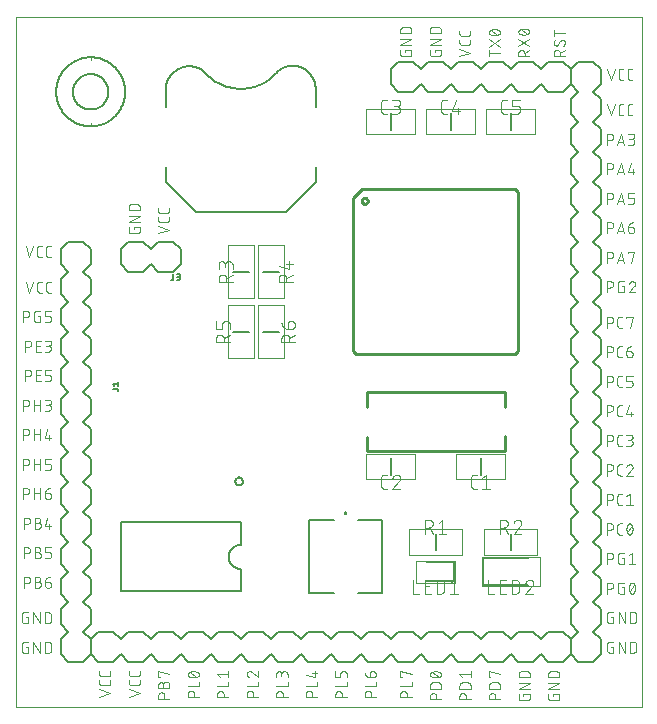
<source format=gto>
G75*
%MOIN*%
%OFA0B0*%
%FSLAX25Y25*%
%IPPOS*%
%LPD*%
%AMOC8*
5,1,8,0,0,1.08239X$1,22.5*
%
%ADD10C,0.00000*%
%ADD11C,0.00300*%
%ADD12C,0.00800*%
%ADD13C,0.00197*%
%ADD14C,0.00787*%
%ADD15C,0.00400*%
%ADD16C,0.01000*%
%ADD17C,0.00600*%
%ADD18C,0.00500*%
%ADD19C,0.00200*%
D10*
X0001000Y0001000D02*
X0001000Y0230961D01*
X0209701Y0230961D01*
X0209701Y0001000D01*
X0001000Y0001000D01*
D11*
X0003905Y0018961D02*
X0005139Y0018961D01*
X0005139Y0021017D01*
X0004522Y0021017D01*
X0003083Y0021839D02*
X0003085Y0021895D01*
X0003091Y0021951D01*
X0003100Y0022006D01*
X0003113Y0022061D01*
X0003130Y0022114D01*
X0003151Y0022166D01*
X0003175Y0022217D01*
X0003203Y0022266D01*
X0003233Y0022313D01*
X0003267Y0022358D01*
X0003304Y0022400D01*
X0003344Y0022440D01*
X0003386Y0022477D01*
X0003431Y0022511D01*
X0003478Y0022541D01*
X0003527Y0022569D01*
X0003578Y0022593D01*
X0003630Y0022614D01*
X0003683Y0022631D01*
X0003738Y0022644D01*
X0003793Y0022653D01*
X0003849Y0022659D01*
X0003905Y0022661D01*
X0005139Y0022661D01*
X0006923Y0022661D02*
X0006923Y0018961D01*
X0008979Y0018961D02*
X0006923Y0022661D01*
X0008979Y0022661D02*
X0008979Y0018961D01*
X0010763Y0018961D02*
X0010763Y0022661D01*
X0011791Y0022661D01*
X0011853Y0022659D01*
X0011915Y0022654D01*
X0011976Y0022644D01*
X0012037Y0022631D01*
X0012097Y0022614D01*
X0012156Y0022594D01*
X0012213Y0022570D01*
X0012269Y0022543D01*
X0012323Y0022513D01*
X0012375Y0022479D01*
X0012425Y0022442D01*
X0012473Y0022402D01*
X0012518Y0022360D01*
X0012560Y0022315D01*
X0012600Y0022267D01*
X0012637Y0022217D01*
X0012671Y0022165D01*
X0012701Y0022111D01*
X0012728Y0022055D01*
X0012752Y0021998D01*
X0012772Y0021939D01*
X0012789Y0021879D01*
X0012802Y0021818D01*
X0012812Y0021757D01*
X0012817Y0021695D01*
X0012819Y0021633D01*
X0012819Y0019989D01*
X0012817Y0019927D01*
X0012812Y0019865D01*
X0012802Y0019804D01*
X0012789Y0019743D01*
X0012772Y0019683D01*
X0012752Y0019624D01*
X0012728Y0019567D01*
X0012701Y0019511D01*
X0012671Y0019457D01*
X0012637Y0019405D01*
X0012600Y0019355D01*
X0012560Y0019307D01*
X0012518Y0019262D01*
X0012473Y0019220D01*
X0012425Y0019180D01*
X0012375Y0019143D01*
X0012323Y0019109D01*
X0012269Y0019079D01*
X0012213Y0019052D01*
X0012156Y0019028D01*
X0012097Y0019008D01*
X0012037Y0018991D01*
X0011976Y0018978D01*
X0011915Y0018968D01*
X0011853Y0018963D01*
X0011791Y0018961D01*
X0010763Y0018961D01*
X0003905Y0018961D02*
X0003849Y0018963D01*
X0003793Y0018969D01*
X0003738Y0018978D01*
X0003683Y0018991D01*
X0003630Y0019008D01*
X0003578Y0019029D01*
X0003527Y0019053D01*
X0003478Y0019081D01*
X0003431Y0019111D01*
X0003386Y0019145D01*
X0003344Y0019182D01*
X0003304Y0019222D01*
X0003267Y0019264D01*
X0003233Y0019309D01*
X0003203Y0019356D01*
X0003175Y0019405D01*
X0003151Y0019456D01*
X0003130Y0019508D01*
X0003113Y0019561D01*
X0003100Y0019616D01*
X0003091Y0019671D01*
X0003085Y0019727D01*
X0003083Y0019783D01*
X0003083Y0021839D01*
X0003905Y0028804D02*
X0005139Y0028804D01*
X0005139Y0030859D01*
X0004522Y0030859D01*
X0003083Y0031681D02*
X0003085Y0031737D01*
X0003091Y0031793D01*
X0003100Y0031848D01*
X0003113Y0031903D01*
X0003130Y0031956D01*
X0003151Y0032008D01*
X0003175Y0032059D01*
X0003203Y0032108D01*
X0003233Y0032155D01*
X0003267Y0032200D01*
X0003304Y0032242D01*
X0003344Y0032282D01*
X0003386Y0032319D01*
X0003431Y0032353D01*
X0003478Y0032383D01*
X0003527Y0032411D01*
X0003578Y0032435D01*
X0003630Y0032456D01*
X0003683Y0032473D01*
X0003738Y0032486D01*
X0003793Y0032495D01*
X0003849Y0032501D01*
X0003905Y0032503D01*
X0003905Y0032504D02*
X0005139Y0032504D01*
X0006923Y0032504D02*
X0008979Y0028804D01*
X0008979Y0032504D01*
X0010763Y0032504D02*
X0011791Y0032504D01*
X0010763Y0032504D02*
X0010763Y0028804D01*
X0011791Y0028804D01*
X0011791Y0028803D02*
X0011853Y0028805D01*
X0011915Y0028810D01*
X0011976Y0028820D01*
X0012037Y0028833D01*
X0012097Y0028850D01*
X0012156Y0028870D01*
X0012213Y0028894D01*
X0012269Y0028921D01*
X0012323Y0028951D01*
X0012375Y0028985D01*
X0012425Y0029022D01*
X0012473Y0029062D01*
X0012518Y0029104D01*
X0012560Y0029149D01*
X0012600Y0029197D01*
X0012637Y0029247D01*
X0012671Y0029299D01*
X0012701Y0029353D01*
X0012728Y0029409D01*
X0012752Y0029466D01*
X0012772Y0029525D01*
X0012789Y0029585D01*
X0012802Y0029646D01*
X0012812Y0029707D01*
X0012817Y0029769D01*
X0012819Y0029831D01*
X0012819Y0031476D01*
X0012817Y0031538D01*
X0012812Y0031600D01*
X0012802Y0031661D01*
X0012789Y0031722D01*
X0012772Y0031782D01*
X0012752Y0031841D01*
X0012728Y0031898D01*
X0012701Y0031954D01*
X0012671Y0032008D01*
X0012637Y0032060D01*
X0012600Y0032110D01*
X0012560Y0032158D01*
X0012518Y0032203D01*
X0012473Y0032245D01*
X0012425Y0032285D01*
X0012375Y0032322D01*
X0012323Y0032356D01*
X0012269Y0032386D01*
X0012213Y0032413D01*
X0012156Y0032437D01*
X0012097Y0032457D01*
X0012037Y0032474D01*
X0011976Y0032487D01*
X0011915Y0032497D01*
X0011853Y0032502D01*
X0011791Y0032504D01*
X0006923Y0032504D02*
X0006923Y0028804D01*
X0003905Y0028804D02*
X0003849Y0028806D01*
X0003793Y0028812D01*
X0003738Y0028821D01*
X0003683Y0028834D01*
X0003630Y0028851D01*
X0003578Y0028872D01*
X0003527Y0028896D01*
X0003478Y0028924D01*
X0003431Y0028954D01*
X0003386Y0028988D01*
X0003344Y0029025D01*
X0003304Y0029065D01*
X0003267Y0029107D01*
X0003233Y0029152D01*
X0003203Y0029199D01*
X0003175Y0029248D01*
X0003151Y0029299D01*
X0003130Y0029351D01*
X0003113Y0029404D01*
X0003100Y0029459D01*
X0003091Y0029514D01*
X0003085Y0029570D01*
X0003083Y0029626D01*
X0003083Y0031681D01*
X0003735Y0040615D02*
X0003735Y0044315D01*
X0004762Y0044315D01*
X0004825Y0044313D01*
X0004888Y0044307D01*
X0004951Y0044297D01*
X0005013Y0044284D01*
X0005074Y0044267D01*
X0005133Y0044246D01*
X0005192Y0044221D01*
X0005248Y0044193D01*
X0005303Y0044161D01*
X0005356Y0044126D01*
X0005406Y0044088D01*
X0005455Y0044047D01*
X0005500Y0044003D01*
X0005543Y0043956D01*
X0005582Y0043907D01*
X0005619Y0043855D01*
X0005652Y0043801D01*
X0005682Y0043745D01*
X0005709Y0043688D01*
X0005732Y0043629D01*
X0005751Y0043568D01*
X0005766Y0043507D01*
X0005778Y0043445D01*
X0005786Y0043382D01*
X0005790Y0043319D01*
X0005790Y0043255D01*
X0005786Y0043192D01*
X0005778Y0043129D01*
X0005766Y0043067D01*
X0005751Y0043006D01*
X0005732Y0042945D01*
X0005709Y0042886D01*
X0005682Y0042829D01*
X0005652Y0042773D01*
X0005619Y0042719D01*
X0005582Y0042667D01*
X0005543Y0042618D01*
X0005500Y0042571D01*
X0005455Y0042527D01*
X0005406Y0042486D01*
X0005356Y0042448D01*
X0005303Y0042413D01*
X0005248Y0042381D01*
X0005192Y0042353D01*
X0005133Y0042328D01*
X0005074Y0042307D01*
X0005013Y0042290D01*
X0004951Y0042277D01*
X0004888Y0042267D01*
X0004825Y0042261D01*
X0004762Y0042259D01*
X0003735Y0042259D01*
X0007335Y0042670D02*
X0008362Y0042670D01*
X0008418Y0042672D01*
X0008474Y0042678D01*
X0008529Y0042687D01*
X0008584Y0042700D01*
X0008637Y0042717D01*
X0008689Y0042738D01*
X0008740Y0042762D01*
X0008789Y0042790D01*
X0008836Y0042820D01*
X0008881Y0042854D01*
X0008923Y0042891D01*
X0008963Y0042931D01*
X0009000Y0042973D01*
X0009034Y0043018D01*
X0009064Y0043065D01*
X0009092Y0043114D01*
X0009116Y0043165D01*
X0009137Y0043217D01*
X0009154Y0043270D01*
X0009167Y0043325D01*
X0009176Y0043380D01*
X0009182Y0043436D01*
X0009184Y0043492D01*
X0009182Y0043548D01*
X0009176Y0043604D01*
X0009167Y0043659D01*
X0009154Y0043714D01*
X0009137Y0043767D01*
X0009116Y0043819D01*
X0009092Y0043870D01*
X0009064Y0043919D01*
X0009034Y0043966D01*
X0009000Y0044011D01*
X0008963Y0044053D01*
X0008923Y0044093D01*
X0008881Y0044130D01*
X0008836Y0044164D01*
X0008789Y0044194D01*
X0008740Y0044222D01*
X0008689Y0044246D01*
X0008637Y0044267D01*
X0008584Y0044284D01*
X0008529Y0044297D01*
X0008474Y0044306D01*
X0008418Y0044312D01*
X0008362Y0044314D01*
X0008362Y0044315D02*
X0007335Y0044315D01*
X0007335Y0040615D01*
X0008362Y0040615D01*
X0008362Y0040614D02*
X0008425Y0040616D01*
X0008488Y0040622D01*
X0008551Y0040632D01*
X0008613Y0040645D01*
X0008674Y0040662D01*
X0008733Y0040683D01*
X0008792Y0040708D01*
X0008848Y0040736D01*
X0008903Y0040768D01*
X0008956Y0040803D01*
X0009006Y0040841D01*
X0009055Y0040882D01*
X0009100Y0040926D01*
X0009143Y0040973D01*
X0009182Y0041022D01*
X0009219Y0041074D01*
X0009252Y0041128D01*
X0009282Y0041184D01*
X0009309Y0041241D01*
X0009332Y0041300D01*
X0009351Y0041361D01*
X0009366Y0041422D01*
X0009378Y0041484D01*
X0009386Y0041547D01*
X0009390Y0041610D01*
X0009390Y0041674D01*
X0009386Y0041737D01*
X0009378Y0041800D01*
X0009366Y0041862D01*
X0009351Y0041923D01*
X0009332Y0041984D01*
X0009309Y0042043D01*
X0009282Y0042100D01*
X0009252Y0042156D01*
X0009219Y0042210D01*
X0009182Y0042262D01*
X0009143Y0042311D01*
X0009100Y0042358D01*
X0009055Y0042402D01*
X0009006Y0042443D01*
X0008956Y0042481D01*
X0008903Y0042516D01*
X0008848Y0042548D01*
X0008792Y0042576D01*
X0008733Y0042601D01*
X0008674Y0042622D01*
X0008613Y0042639D01*
X0008551Y0042652D01*
X0008488Y0042662D01*
X0008425Y0042668D01*
X0008362Y0042670D01*
X0010763Y0042670D02*
X0010763Y0041642D01*
X0010765Y0041579D01*
X0010771Y0041516D01*
X0010781Y0041453D01*
X0010794Y0041391D01*
X0010811Y0041330D01*
X0010832Y0041271D01*
X0010857Y0041212D01*
X0010885Y0041156D01*
X0010917Y0041101D01*
X0010952Y0041048D01*
X0010990Y0040998D01*
X0011031Y0040949D01*
X0011075Y0040904D01*
X0011122Y0040861D01*
X0011171Y0040822D01*
X0011223Y0040785D01*
X0011277Y0040752D01*
X0011333Y0040722D01*
X0011390Y0040695D01*
X0011449Y0040672D01*
X0011510Y0040653D01*
X0011571Y0040638D01*
X0011633Y0040626D01*
X0011696Y0040618D01*
X0011759Y0040614D01*
X0011823Y0040614D01*
X0011886Y0040618D01*
X0011949Y0040626D01*
X0012011Y0040638D01*
X0012072Y0040653D01*
X0012133Y0040672D01*
X0012192Y0040695D01*
X0012249Y0040722D01*
X0012305Y0040752D01*
X0012359Y0040785D01*
X0012411Y0040822D01*
X0012460Y0040861D01*
X0012507Y0040904D01*
X0012551Y0040949D01*
X0012592Y0040998D01*
X0012630Y0041048D01*
X0012665Y0041101D01*
X0012697Y0041156D01*
X0012725Y0041212D01*
X0012750Y0041271D01*
X0012771Y0041330D01*
X0012788Y0041391D01*
X0012801Y0041453D01*
X0012811Y0041516D01*
X0012817Y0041579D01*
X0012819Y0041642D01*
X0012819Y0041848D01*
X0012818Y0041848D02*
X0012816Y0041904D01*
X0012810Y0041960D01*
X0012801Y0042015D01*
X0012788Y0042070D01*
X0012771Y0042123D01*
X0012750Y0042175D01*
X0012726Y0042226D01*
X0012698Y0042275D01*
X0012668Y0042322D01*
X0012634Y0042367D01*
X0012597Y0042409D01*
X0012557Y0042449D01*
X0012515Y0042486D01*
X0012470Y0042520D01*
X0012423Y0042550D01*
X0012374Y0042578D01*
X0012323Y0042602D01*
X0012271Y0042623D01*
X0012218Y0042640D01*
X0012163Y0042653D01*
X0012108Y0042662D01*
X0012052Y0042668D01*
X0011996Y0042670D01*
X0010763Y0042670D01*
X0010765Y0042751D01*
X0010771Y0042831D01*
X0010781Y0042911D01*
X0010795Y0042991D01*
X0010812Y0043069D01*
X0010834Y0043147D01*
X0010859Y0043224D01*
X0010888Y0043299D01*
X0010921Y0043373D01*
X0010957Y0043445D01*
X0010997Y0043515D01*
X0011040Y0043583D01*
X0011087Y0043649D01*
X0011136Y0043713D01*
X0011189Y0043774D01*
X0011245Y0043832D01*
X0011303Y0043888D01*
X0011364Y0043941D01*
X0011428Y0043990D01*
X0011494Y0044037D01*
X0011562Y0044080D01*
X0011632Y0044120D01*
X0011704Y0044156D01*
X0011778Y0044189D01*
X0011853Y0044218D01*
X0011930Y0044243D01*
X0012008Y0044265D01*
X0012086Y0044282D01*
X0012166Y0044296D01*
X0012246Y0044306D01*
X0012326Y0044312D01*
X0012407Y0044314D01*
X0011996Y0050457D02*
X0010763Y0050457D01*
X0011996Y0050457D02*
X0012052Y0050459D01*
X0012108Y0050465D01*
X0012163Y0050474D01*
X0012218Y0050487D01*
X0012271Y0050504D01*
X0012323Y0050525D01*
X0012374Y0050549D01*
X0012423Y0050577D01*
X0012470Y0050607D01*
X0012515Y0050641D01*
X0012557Y0050678D01*
X0012597Y0050718D01*
X0012634Y0050760D01*
X0012668Y0050805D01*
X0012698Y0050852D01*
X0012726Y0050901D01*
X0012750Y0050952D01*
X0012771Y0051004D01*
X0012788Y0051057D01*
X0012801Y0051112D01*
X0012810Y0051167D01*
X0012816Y0051223D01*
X0012818Y0051279D01*
X0012819Y0051279D02*
X0012819Y0051690D01*
X0012818Y0051690D02*
X0012816Y0051746D01*
X0012810Y0051802D01*
X0012801Y0051857D01*
X0012788Y0051912D01*
X0012771Y0051965D01*
X0012750Y0052017D01*
X0012726Y0052068D01*
X0012698Y0052117D01*
X0012668Y0052164D01*
X0012634Y0052209D01*
X0012597Y0052251D01*
X0012557Y0052291D01*
X0012515Y0052328D01*
X0012470Y0052362D01*
X0012423Y0052392D01*
X0012374Y0052420D01*
X0012323Y0052444D01*
X0012271Y0052465D01*
X0012218Y0052482D01*
X0012163Y0052495D01*
X0012108Y0052504D01*
X0012052Y0052510D01*
X0011996Y0052512D01*
X0011996Y0052513D02*
X0010763Y0052513D01*
X0010763Y0054157D01*
X0012819Y0054157D01*
X0012202Y0060300D02*
X0012202Y0061944D01*
X0012819Y0061122D02*
X0010763Y0061122D01*
X0011585Y0064000D01*
X0008362Y0064000D02*
X0007335Y0064000D01*
X0007335Y0060300D01*
X0008362Y0060300D01*
X0008362Y0060299D02*
X0008425Y0060301D01*
X0008488Y0060307D01*
X0008551Y0060317D01*
X0008613Y0060330D01*
X0008674Y0060347D01*
X0008733Y0060368D01*
X0008792Y0060393D01*
X0008848Y0060421D01*
X0008903Y0060453D01*
X0008956Y0060488D01*
X0009006Y0060526D01*
X0009055Y0060567D01*
X0009100Y0060611D01*
X0009143Y0060658D01*
X0009182Y0060707D01*
X0009219Y0060759D01*
X0009252Y0060813D01*
X0009282Y0060869D01*
X0009309Y0060926D01*
X0009332Y0060985D01*
X0009351Y0061046D01*
X0009366Y0061107D01*
X0009378Y0061169D01*
X0009386Y0061232D01*
X0009390Y0061295D01*
X0009390Y0061359D01*
X0009386Y0061422D01*
X0009378Y0061485D01*
X0009366Y0061547D01*
X0009351Y0061608D01*
X0009332Y0061669D01*
X0009309Y0061728D01*
X0009282Y0061785D01*
X0009252Y0061841D01*
X0009219Y0061895D01*
X0009182Y0061947D01*
X0009143Y0061996D01*
X0009100Y0062043D01*
X0009055Y0062087D01*
X0009006Y0062128D01*
X0008956Y0062166D01*
X0008903Y0062201D01*
X0008848Y0062233D01*
X0008792Y0062261D01*
X0008733Y0062286D01*
X0008674Y0062307D01*
X0008613Y0062324D01*
X0008551Y0062337D01*
X0008488Y0062347D01*
X0008425Y0062353D01*
X0008362Y0062355D01*
X0007335Y0062355D01*
X0008362Y0062355D02*
X0008418Y0062357D01*
X0008474Y0062363D01*
X0008529Y0062372D01*
X0008584Y0062385D01*
X0008637Y0062402D01*
X0008689Y0062423D01*
X0008740Y0062447D01*
X0008789Y0062475D01*
X0008836Y0062505D01*
X0008881Y0062539D01*
X0008923Y0062576D01*
X0008963Y0062616D01*
X0009000Y0062658D01*
X0009034Y0062703D01*
X0009064Y0062750D01*
X0009092Y0062799D01*
X0009116Y0062850D01*
X0009137Y0062902D01*
X0009154Y0062955D01*
X0009167Y0063010D01*
X0009176Y0063065D01*
X0009182Y0063121D01*
X0009184Y0063177D01*
X0009182Y0063233D01*
X0009176Y0063289D01*
X0009167Y0063344D01*
X0009154Y0063399D01*
X0009137Y0063452D01*
X0009116Y0063504D01*
X0009092Y0063555D01*
X0009064Y0063604D01*
X0009034Y0063651D01*
X0009000Y0063696D01*
X0008963Y0063738D01*
X0008923Y0063778D01*
X0008881Y0063815D01*
X0008836Y0063849D01*
X0008789Y0063879D01*
X0008740Y0063907D01*
X0008689Y0063931D01*
X0008637Y0063952D01*
X0008584Y0063969D01*
X0008529Y0063982D01*
X0008474Y0063991D01*
X0008418Y0063997D01*
X0008362Y0063999D01*
X0004762Y0064000D02*
X0003735Y0064000D01*
X0003735Y0060300D01*
X0003735Y0061944D02*
X0004762Y0061944D01*
X0004825Y0061946D01*
X0004888Y0061952D01*
X0004951Y0061962D01*
X0005013Y0061975D01*
X0005074Y0061992D01*
X0005133Y0062013D01*
X0005192Y0062038D01*
X0005248Y0062066D01*
X0005303Y0062098D01*
X0005356Y0062133D01*
X0005406Y0062171D01*
X0005455Y0062212D01*
X0005500Y0062256D01*
X0005543Y0062303D01*
X0005582Y0062352D01*
X0005619Y0062404D01*
X0005652Y0062458D01*
X0005682Y0062514D01*
X0005709Y0062571D01*
X0005732Y0062630D01*
X0005751Y0062691D01*
X0005766Y0062752D01*
X0005778Y0062814D01*
X0005786Y0062877D01*
X0005790Y0062940D01*
X0005790Y0063004D01*
X0005786Y0063067D01*
X0005778Y0063130D01*
X0005766Y0063192D01*
X0005751Y0063253D01*
X0005732Y0063314D01*
X0005709Y0063373D01*
X0005682Y0063430D01*
X0005652Y0063486D01*
X0005619Y0063540D01*
X0005582Y0063592D01*
X0005543Y0063641D01*
X0005500Y0063688D01*
X0005455Y0063732D01*
X0005406Y0063773D01*
X0005356Y0063811D01*
X0005303Y0063846D01*
X0005248Y0063878D01*
X0005192Y0063906D01*
X0005133Y0063931D01*
X0005074Y0063952D01*
X0005013Y0063969D01*
X0004951Y0063982D01*
X0004888Y0063992D01*
X0004825Y0063998D01*
X0004762Y0064000D01*
X0003495Y0070142D02*
X0003495Y0073842D01*
X0004522Y0073842D01*
X0004585Y0073840D01*
X0004648Y0073834D01*
X0004711Y0073824D01*
X0004773Y0073811D01*
X0004834Y0073794D01*
X0004893Y0073773D01*
X0004952Y0073748D01*
X0005008Y0073720D01*
X0005063Y0073688D01*
X0005116Y0073653D01*
X0005166Y0073615D01*
X0005215Y0073574D01*
X0005260Y0073530D01*
X0005303Y0073483D01*
X0005342Y0073434D01*
X0005379Y0073382D01*
X0005412Y0073328D01*
X0005442Y0073272D01*
X0005469Y0073215D01*
X0005492Y0073156D01*
X0005511Y0073095D01*
X0005526Y0073034D01*
X0005538Y0072972D01*
X0005546Y0072909D01*
X0005550Y0072846D01*
X0005550Y0072782D01*
X0005546Y0072719D01*
X0005538Y0072656D01*
X0005526Y0072594D01*
X0005511Y0072533D01*
X0005492Y0072472D01*
X0005469Y0072413D01*
X0005442Y0072356D01*
X0005412Y0072300D01*
X0005379Y0072246D01*
X0005342Y0072194D01*
X0005303Y0072145D01*
X0005260Y0072098D01*
X0005215Y0072054D01*
X0005166Y0072013D01*
X0005116Y0071975D01*
X0005063Y0071940D01*
X0005008Y0071908D01*
X0004952Y0071880D01*
X0004893Y0071855D01*
X0004834Y0071834D01*
X0004773Y0071817D01*
X0004711Y0071804D01*
X0004648Y0071794D01*
X0004585Y0071788D01*
X0004522Y0071786D01*
X0004522Y0071787D02*
X0003495Y0071787D01*
X0007043Y0072198D02*
X0009099Y0072198D01*
X0009099Y0073842D02*
X0009099Y0070142D01*
X0010763Y0071170D02*
X0010763Y0072198D01*
X0011996Y0072198D01*
X0010763Y0072198D02*
X0010765Y0072279D01*
X0010771Y0072359D01*
X0010781Y0072439D01*
X0010795Y0072519D01*
X0010812Y0072597D01*
X0010834Y0072675D01*
X0010859Y0072752D01*
X0010888Y0072827D01*
X0010921Y0072901D01*
X0010957Y0072973D01*
X0010997Y0073043D01*
X0011040Y0073111D01*
X0011087Y0073177D01*
X0011136Y0073241D01*
X0011189Y0073302D01*
X0011245Y0073360D01*
X0011303Y0073416D01*
X0011364Y0073469D01*
X0011428Y0073518D01*
X0011494Y0073565D01*
X0011562Y0073608D01*
X0011632Y0073648D01*
X0011704Y0073684D01*
X0011778Y0073717D01*
X0011853Y0073746D01*
X0011930Y0073771D01*
X0012008Y0073793D01*
X0012086Y0073810D01*
X0012166Y0073824D01*
X0012246Y0073834D01*
X0012326Y0073840D01*
X0012407Y0073842D01*
X0011996Y0072197D02*
X0012052Y0072195D01*
X0012108Y0072189D01*
X0012163Y0072180D01*
X0012218Y0072167D01*
X0012271Y0072150D01*
X0012323Y0072129D01*
X0012374Y0072105D01*
X0012423Y0072077D01*
X0012470Y0072047D01*
X0012515Y0072013D01*
X0012557Y0071976D01*
X0012597Y0071936D01*
X0012634Y0071894D01*
X0012668Y0071849D01*
X0012698Y0071802D01*
X0012726Y0071753D01*
X0012750Y0071702D01*
X0012771Y0071650D01*
X0012788Y0071597D01*
X0012801Y0071542D01*
X0012810Y0071487D01*
X0012816Y0071431D01*
X0012818Y0071375D01*
X0012819Y0071375D02*
X0012819Y0071170D01*
X0012817Y0071107D01*
X0012811Y0071044D01*
X0012801Y0070981D01*
X0012788Y0070919D01*
X0012771Y0070858D01*
X0012750Y0070799D01*
X0012725Y0070740D01*
X0012697Y0070684D01*
X0012665Y0070629D01*
X0012630Y0070576D01*
X0012592Y0070526D01*
X0012551Y0070477D01*
X0012507Y0070432D01*
X0012460Y0070389D01*
X0012411Y0070350D01*
X0012359Y0070313D01*
X0012305Y0070280D01*
X0012249Y0070250D01*
X0012192Y0070223D01*
X0012133Y0070200D01*
X0012072Y0070181D01*
X0012011Y0070166D01*
X0011949Y0070154D01*
X0011886Y0070146D01*
X0011823Y0070142D01*
X0011759Y0070142D01*
X0011696Y0070146D01*
X0011633Y0070154D01*
X0011571Y0070166D01*
X0011510Y0070181D01*
X0011449Y0070200D01*
X0011390Y0070223D01*
X0011333Y0070250D01*
X0011277Y0070280D01*
X0011223Y0070313D01*
X0011171Y0070350D01*
X0011122Y0070389D01*
X0011075Y0070432D01*
X0011031Y0070477D01*
X0010990Y0070526D01*
X0010952Y0070576D01*
X0010917Y0070629D01*
X0010885Y0070684D01*
X0010857Y0070740D01*
X0010832Y0070799D01*
X0010811Y0070858D01*
X0010794Y0070919D01*
X0010781Y0070981D01*
X0010771Y0071044D01*
X0010765Y0071107D01*
X0010763Y0071170D01*
X0007043Y0070142D02*
X0007043Y0073842D01*
X0007043Y0079985D02*
X0007043Y0083685D01*
X0007043Y0082040D02*
X0009099Y0082040D01*
X0009099Y0083685D02*
X0009099Y0079985D01*
X0010763Y0079985D02*
X0011996Y0079985D01*
X0012052Y0079987D01*
X0012108Y0079993D01*
X0012163Y0080002D01*
X0012218Y0080015D01*
X0012271Y0080032D01*
X0012323Y0080053D01*
X0012374Y0080077D01*
X0012423Y0080105D01*
X0012470Y0080135D01*
X0012515Y0080169D01*
X0012557Y0080206D01*
X0012597Y0080246D01*
X0012634Y0080288D01*
X0012668Y0080333D01*
X0012698Y0080380D01*
X0012726Y0080429D01*
X0012750Y0080480D01*
X0012771Y0080532D01*
X0012788Y0080585D01*
X0012801Y0080640D01*
X0012810Y0080695D01*
X0012816Y0080751D01*
X0012818Y0080807D01*
X0012819Y0080807D02*
X0012819Y0081218D01*
X0012818Y0081218D02*
X0012816Y0081274D01*
X0012810Y0081330D01*
X0012801Y0081385D01*
X0012788Y0081440D01*
X0012771Y0081493D01*
X0012750Y0081545D01*
X0012726Y0081596D01*
X0012698Y0081645D01*
X0012668Y0081692D01*
X0012634Y0081737D01*
X0012597Y0081779D01*
X0012557Y0081819D01*
X0012515Y0081856D01*
X0012470Y0081890D01*
X0012423Y0081920D01*
X0012374Y0081948D01*
X0012323Y0081972D01*
X0012271Y0081993D01*
X0012218Y0082010D01*
X0012163Y0082023D01*
X0012108Y0082032D01*
X0012052Y0082038D01*
X0011996Y0082040D01*
X0010763Y0082040D01*
X0010763Y0083685D01*
X0012819Y0083685D01*
X0012202Y0089827D02*
X0012202Y0091472D01*
X0012819Y0090649D02*
X0010763Y0090649D01*
X0011585Y0093527D01*
X0009099Y0093527D02*
X0009099Y0089827D01*
X0009099Y0091883D02*
X0007043Y0091883D01*
X0007043Y0093527D02*
X0007043Y0089827D01*
X0004522Y0091472D02*
X0003495Y0091472D01*
X0004522Y0091471D02*
X0004585Y0091473D01*
X0004648Y0091479D01*
X0004711Y0091489D01*
X0004773Y0091502D01*
X0004834Y0091519D01*
X0004893Y0091540D01*
X0004952Y0091565D01*
X0005008Y0091593D01*
X0005063Y0091625D01*
X0005116Y0091660D01*
X0005166Y0091698D01*
X0005215Y0091739D01*
X0005260Y0091783D01*
X0005303Y0091830D01*
X0005342Y0091879D01*
X0005379Y0091931D01*
X0005412Y0091985D01*
X0005442Y0092041D01*
X0005469Y0092098D01*
X0005492Y0092157D01*
X0005511Y0092218D01*
X0005526Y0092279D01*
X0005538Y0092341D01*
X0005546Y0092404D01*
X0005550Y0092467D01*
X0005550Y0092531D01*
X0005546Y0092594D01*
X0005538Y0092657D01*
X0005526Y0092719D01*
X0005511Y0092780D01*
X0005492Y0092841D01*
X0005469Y0092900D01*
X0005442Y0092957D01*
X0005412Y0093013D01*
X0005379Y0093067D01*
X0005342Y0093119D01*
X0005303Y0093168D01*
X0005260Y0093215D01*
X0005215Y0093259D01*
X0005166Y0093300D01*
X0005116Y0093338D01*
X0005063Y0093373D01*
X0005008Y0093405D01*
X0004952Y0093433D01*
X0004893Y0093458D01*
X0004834Y0093479D01*
X0004773Y0093496D01*
X0004711Y0093509D01*
X0004648Y0093519D01*
X0004585Y0093525D01*
X0004522Y0093527D01*
X0003495Y0093527D01*
X0003495Y0089827D01*
X0003495Y0083685D02*
X0004522Y0083685D01*
X0003495Y0083685D02*
X0003495Y0079985D01*
X0003495Y0081629D02*
X0004522Y0081629D01*
X0004585Y0081631D01*
X0004648Y0081637D01*
X0004711Y0081647D01*
X0004773Y0081660D01*
X0004834Y0081677D01*
X0004893Y0081698D01*
X0004952Y0081723D01*
X0005008Y0081751D01*
X0005063Y0081783D01*
X0005116Y0081818D01*
X0005166Y0081856D01*
X0005215Y0081897D01*
X0005260Y0081941D01*
X0005303Y0081988D01*
X0005342Y0082037D01*
X0005379Y0082089D01*
X0005412Y0082143D01*
X0005442Y0082199D01*
X0005469Y0082256D01*
X0005492Y0082315D01*
X0005511Y0082376D01*
X0005526Y0082437D01*
X0005538Y0082499D01*
X0005546Y0082562D01*
X0005550Y0082625D01*
X0005550Y0082689D01*
X0005546Y0082752D01*
X0005538Y0082815D01*
X0005526Y0082877D01*
X0005511Y0082938D01*
X0005492Y0082999D01*
X0005469Y0083058D01*
X0005442Y0083115D01*
X0005412Y0083171D01*
X0005379Y0083225D01*
X0005342Y0083277D01*
X0005303Y0083326D01*
X0005260Y0083373D01*
X0005215Y0083417D01*
X0005166Y0083458D01*
X0005116Y0083496D01*
X0005063Y0083531D01*
X0005008Y0083563D01*
X0004952Y0083591D01*
X0004893Y0083616D01*
X0004834Y0083637D01*
X0004773Y0083654D01*
X0004711Y0083667D01*
X0004648Y0083677D01*
X0004585Y0083683D01*
X0004522Y0083685D01*
X0003495Y0099670D02*
X0003495Y0103370D01*
X0004522Y0103370D01*
X0004585Y0103368D01*
X0004648Y0103362D01*
X0004711Y0103352D01*
X0004773Y0103339D01*
X0004834Y0103322D01*
X0004893Y0103301D01*
X0004952Y0103276D01*
X0005008Y0103248D01*
X0005063Y0103216D01*
X0005116Y0103181D01*
X0005166Y0103143D01*
X0005215Y0103102D01*
X0005260Y0103058D01*
X0005303Y0103011D01*
X0005342Y0102962D01*
X0005379Y0102910D01*
X0005412Y0102856D01*
X0005442Y0102800D01*
X0005469Y0102743D01*
X0005492Y0102684D01*
X0005511Y0102623D01*
X0005526Y0102562D01*
X0005538Y0102500D01*
X0005546Y0102437D01*
X0005550Y0102374D01*
X0005550Y0102310D01*
X0005546Y0102247D01*
X0005538Y0102184D01*
X0005526Y0102122D01*
X0005511Y0102061D01*
X0005492Y0102000D01*
X0005469Y0101941D01*
X0005442Y0101884D01*
X0005412Y0101828D01*
X0005379Y0101774D01*
X0005342Y0101722D01*
X0005303Y0101673D01*
X0005260Y0101626D01*
X0005215Y0101582D01*
X0005166Y0101541D01*
X0005116Y0101503D01*
X0005063Y0101468D01*
X0005008Y0101436D01*
X0004952Y0101408D01*
X0004893Y0101383D01*
X0004834Y0101362D01*
X0004773Y0101345D01*
X0004711Y0101332D01*
X0004648Y0101322D01*
X0004585Y0101316D01*
X0004522Y0101314D01*
X0003495Y0101314D01*
X0007043Y0101725D02*
X0009099Y0101725D01*
X0009099Y0103370D02*
X0009099Y0099670D01*
X0010763Y0099670D02*
X0011791Y0099670D01*
X0011791Y0099669D02*
X0011854Y0099671D01*
X0011917Y0099677D01*
X0011980Y0099687D01*
X0012042Y0099700D01*
X0012103Y0099717D01*
X0012162Y0099738D01*
X0012221Y0099763D01*
X0012277Y0099791D01*
X0012332Y0099823D01*
X0012385Y0099858D01*
X0012435Y0099896D01*
X0012484Y0099937D01*
X0012529Y0099981D01*
X0012572Y0100028D01*
X0012611Y0100077D01*
X0012648Y0100129D01*
X0012681Y0100183D01*
X0012711Y0100239D01*
X0012738Y0100296D01*
X0012761Y0100355D01*
X0012780Y0100416D01*
X0012795Y0100477D01*
X0012807Y0100539D01*
X0012815Y0100602D01*
X0012819Y0100665D01*
X0012819Y0100729D01*
X0012815Y0100792D01*
X0012807Y0100855D01*
X0012795Y0100917D01*
X0012780Y0100978D01*
X0012761Y0101039D01*
X0012738Y0101098D01*
X0012711Y0101155D01*
X0012681Y0101211D01*
X0012648Y0101265D01*
X0012611Y0101317D01*
X0012572Y0101366D01*
X0012529Y0101413D01*
X0012484Y0101457D01*
X0012435Y0101498D01*
X0012385Y0101536D01*
X0012332Y0101571D01*
X0012277Y0101603D01*
X0012221Y0101631D01*
X0012162Y0101656D01*
X0012103Y0101677D01*
X0012042Y0101694D01*
X0011980Y0101707D01*
X0011917Y0101717D01*
X0011854Y0101723D01*
X0011791Y0101725D01*
X0011996Y0101725D02*
X0011174Y0101725D01*
X0011996Y0101725D02*
X0012052Y0101727D01*
X0012108Y0101733D01*
X0012163Y0101742D01*
X0012218Y0101755D01*
X0012271Y0101772D01*
X0012323Y0101793D01*
X0012374Y0101817D01*
X0012423Y0101845D01*
X0012470Y0101875D01*
X0012515Y0101909D01*
X0012557Y0101946D01*
X0012597Y0101986D01*
X0012634Y0102028D01*
X0012668Y0102073D01*
X0012698Y0102120D01*
X0012726Y0102169D01*
X0012750Y0102220D01*
X0012771Y0102272D01*
X0012788Y0102325D01*
X0012801Y0102380D01*
X0012810Y0102435D01*
X0012816Y0102491D01*
X0012818Y0102547D01*
X0012816Y0102603D01*
X0012810Y0102659D01*
X0012801Y0102714D01*
X0012788Y0102769D01*
X0012771Y0102822D01*
X0012750Y0102874D01*
X0012726Y0102925D01*
X0012698Y0102974D01*
X0012668Y0103021D01*
X0012634Y0103066D01*
X0012597Y0103108D01*
X0012557Y0103148D01*
X0012515Y0103185D01*
X0012470Y0103219D01*
X0012423Y0103249D01*
X0012374Y0103277D01*
X0012323Y0103301D01*
X0012271Y0103322D01*
X0012218Y0103339D01*
X0012163Y0103352D01*
X0012108Y0103361D01*
X0012052Y0103367D01*
X0011996Y0103369D01*
X0011996Y0103370D02*
X0010763Y0103370D01*
X0007043Y0103370D02*
X0007043Y0099670D01*
X0007770Y0109512D02*
X0007770Y0113212D01*
X0009414Y0113212D01*
X0010763Y0113212D02*
X0012819Y0113212D01*
X0011996Y0111568D02*
X0010763Y0111568D01*
X0010763Y0113212D01*
X0009003Y0111568D02*
X0007770Y0111568D01*
X0007770Y0109512D02*
X0009414Y0109512D01*
X0010763Y0109512D02*
X0011996Y0109512D01*
X0012052Y0109514D01*
X0012108Y0109520D01*
X0012163Y0109529D01*
X0012218Y0109542D01*
X0012271Y0109559D01*
X0012323Y0109580D01*
X0012374Y0109604D01*
X0012423Y0109632D01*
X0012470Y0109662D01*
X0012515Y0109696D01*
X0012557Y0109733D01*
X0012597Y0109773D01*
X0012634Y0109815D01*
X0012668Y0109860D01*
X0012698Y0109907D01*
X0012726Y0109956D01*
X0012750Y0110007D01*
X0012771Y0110059D01*
X0012788Y0110112D01*
X0012801Y0110167D01*
X0012810Y0110222D01*
X0012816Y0110278D01*
X0012818Y0110334D01*
X0012819Y0110334D02*
X0012819Y0110746D01*
X0012818Y0110746D02*
X0012816Y0110802D01*
X0012810Y0110858D01*
X0012801Y0110913D01*
X0012788Y0110968D01*
X0012771Y0111021D01*
X0012750Y0111073D01*
X0012726Y0111124D01*
X0012698Y0111173D01*
X0012668Y0111220D01*
X0012634Y0111265D01*
X0012597Y0111307D01*
X0012557Y0111347D01*
X0012515Y0111384D01*
X0012470Y0111418D01*
X0012423Y0111448D01*
X0012374Y0111476D01*
X0012323Y0111500D01*
X0012271Y0111521D01*
X0012218Y0111538D01*
X0012163Y0111551D01*
X0012108Y0111560D01*
X0012052Y0111566D01*
X0011996Y0111568D01*
X0005242Y0111157D02*
X0004215Y0111157D01*
X0005242Y0111156D02*
X0005305Y0111158D01*
X0005368Y0111164D01*
X0005431Y0111174D01*
X0005493Y0111187D01*
X0005554Y0111204D01*
X0005613Y0111225D01*
X0005672Y0111250D01*
X0005728Y0111278D01*
X0005783Y0111310D01*
X0005836Y0111345D01*
X0005886Y0111383D01*
X0005935Y0111424D01*
X0005980Y0111468D01*
X0006023Y0111515D01*
X0006062Y0111564D01*
X0006099Y0111616D01*
X0006132Y0111670D01*
X0006162Y0111726D01*
X0006189Y0111783D01*
X0006212Y0111842D01*
X0006231Y0111903D01*
X0006246Y0111964D01*
X0006258Y0112026D01*
X0006266Y0112089D01*
X0006270Y0112152D01*
X0006270Y0112216D01*
X0006266Y0112279D01*
X0006258Y0112342D01*
X0006246Y0112404D01*
X0006231Y0112465D01*
X0006212Y0112526D01*
X0006189Y0112585D01*
X0006162Y0112642D01*
X0006132Y0112698D01*
X0006099Y0112752D01*
X0006062Y0112804D01*
X0006023Y0112853D01*
X0005980Y0112900D01*
X0005935Y0112944D01*
X0005886Y0112985D01*
X0005836Y0113023D01*
X0005783Y0113058D01*
X0005728Y0113090D01*
X0005672Y0113118D01*
X0005613Y0113143D01*
X0005554Y0113164D01*
X0005493Y0113181D01*
X0005431Y0113194D01*
X0005368Y0113204D01*
X0005305Y0113210D01*
X0005242Y0113212D01*
X0004215Y0113212D01*
X0004215Y0109512D01*
X0004215Y0119355D02*
X0004215Y0123055D01*
X0005242Y0123055D01*
X0005305Y0123053D01*
X0005368Y0123047D01*
X0005431Y0123037D01*
X0005493Y0123024D01*
X0005554Y0123007D01*
X0005613Y0122986D01*
X0005672Y0122961D01*
X0005728Y0122933D01*
X0005783Y0122901D01*
X0005836Y0122866D01*
X0005886Y0122828D01*
X0005935Y0122787D01*
X0005980Y0122743D01*
X0006023Y0122696D01*
X0006062Y0122647D01*
X0006099Y0122595D01*
X0006132Y0122541D01*
X0006162Y0122485D01*
X0006189Y0122428D01*
X0006212Y0122369D01*
X0006231Y0122308D01*
X0006246Y0122247D01*
X0006258Y0122185D01*
X0006266Y0122122D01*
X0006270Y0122059D01*
X0006270Y0121995D01*
X0006266Y0121932D01*
X0006258Y0121869D01*
X0006246Y0121807D01*
X0006231Y0121746D01*
X0006212Y0121685D01*
X0006189Y0121626D01*
X0006162Y0121569D01*
X0006132Y0121513D01*
X0006099Y0121459D01*
X0006062Y0121407D01*
X0006023Y0121358D01*
X0005980Y0121311D01*
X0005935Y0121267D01*
X0005886Y0121226D01*
X0005836Y0121188D01*
X0005783Y0121153D01*
X0005728Y0121121D01*
X0005672Y0121093D01*
X0005613Y0121068D01*
X0005554Y0121047D01*
X0005493Y0121030D01*
X0005431Y0121017D01*
X0005368Y0121007D01*
X0005305Y0121001D01*
X0005242Y0120999D01*
X0004215Y0120999D01*
X0007770Y0121410D02*
X0009003Y0121410D01*
X0009414Y0123055D02*
X0007770Y0123055D01*
X0007770Y0119355D01*
X0009414Y0119355D01*
X0010763Y0119355D02*
X0011791Y0119355D01*
X0011791Y0119354D02*
X0011854Y0119356D01*
X0011917Y0119362D01*
X0011980Y0119372D01*
X0012042Y0119385D01*
X0012103Y0119402D01*
X0012162Y0119423D01*
X0012221Y0119448D01*
X0012277Y0119476D01*
X0012332Y0119508D01*
X0012385Y0119543D01*
X0012435Y0119581D01*
X0012484Y0119622D01*
X0012529Y0119666D01*
X0012572Y0119713D01*
X0012611Y0119762D01*
X0012648Y0119814D01*
X0012681Y0119868D01*
X0012711Y0119924D01*
X0012738Y0119981D01*
X0012761Y0120040D01*
X0012780Y0120101D01*
X0012795Y0120162D01*
X0012807Y0120224D01*
X0012815Y0120287D01*
X0012819Y0120350D01*
X0012819Y0120414D01*
X0012815Y0120477D01*
X0012807Y0120540D01*
X0012795Y0120602D01*
X0012780Y0120663D01*
X0012761Y0120724D01*
X0012738Y0120783D01*
X0012711Y0120840D01*
X0012681Y0120896D01*
X0012648Y0120950D01*
X0012611Y0121002D01*
X0012572Y0121051D01*
X0012529Y0121098D01*
X0012484Y0121142D01*
X0012435Y0121183D01*
X0012385Y0121221D01*
X0012332Y0121256D01*
X0012277Y0121288D01*
X0012221Y0121316D01*
X0012162Y0121341D01*
X0012103Y0121362D01*
X0012042Y0121379D01*
X0011980Y0121392D01*
X0011917Y0121402D01*
X0011854Y0121408D01*
X0011791Y0121410D01*
X0011996Y0121410D02*
X0011174Y0121410D01*
X0011996Y0121410D02*
X0012052Y0121412D01*
X0012108Y0121418D01*
X0012163Y0121427D01*
X0012218Y0121440D01*
X0012271Y0121457D01*
X0012323Y0121478D01*
X0012374Y0121502D01*
X0012423Y0121530D01*
X0012470Y0121560D01*
X0012515Y0121594D01*
X0012557Y0121631D01*
X0012597Y0121671D01*
X0012634Y0121713D01*
X0012668Y0121758D01*
X0012698Y0121805D01*
X0012726Y0121854D01*
X0012750Y0121905D01*
X0012771Y0121957D01*
X0012788Y0122010D01*
X0012801Y0122065D01*
X0012810Y0122120D01*
X0012816Y0122176D01*
X0012818Y0122232D01*
X0012816Y0122288D01*
X0012810Y0122344D01*
X0012801Y0122399D01*
X0012788Y0122454D01*
X0012771Y0122507D01*
X0012750Y0122559D01*
X0012726Y0122610D01*
X0012698Y0122659D01*
X0012668Y0122706D01*
X0012634Y0122751D01*
X0012597Y0122793D01*
X0012557Y0122833D01*
X0012515Y0122870D01*
X0012470Y0122904D01*
X0012423Y0122934D01*
X0012374Y0122962D01*
X0012323Y0122986D01*
X0012271Y0123007D01*
X0012218Y0123024D01*
X0012163Y0123037D01*
X0012108Y0123046D01*
X0012052Y0123052D01*
X0011996Y0123054D01*
X0011996Y0123055D02*
X0010763Y0123055D01*
X0010763Y0129197D02*
X0011996Y0129197D01*
X0012052Y0129199D01*
X0012108Y0129205D01*
X0012163Y0129214D01*
X0012218Y0129227D01*
X0012271Y0129244D01*
X0012323Y0129265D01*
X0012374Y0129289D01*
X0012423Y0129317D01*
X0012470Y0129347D01*
X0012515Y0129381D01*
X0012557Y0129418D01*
X0012597Y0129458D01*
X0012634Y0129500D01*
X0012668Y0129545D01*
X0012698Y0129592D01*
X0012726Y0129641D01*
X0012750Y0129692D01*
X0012771Y0129744D01*
X0012788Y0129797D01*
X0012801Y0129852D01*
X0012810Y0129907D01*
X0012816Y0129963D01*
X0012818Y0130019D01*
X0012819Y0130019D02*
X0012819Y0130431D01*
X0012818Y0130431D02*
X0012816Y0130487D01*
X0012810Y0130543D01*
X0012801Y0130598D01*
X0012788Y0130653D01*
X0012771Y0130706D01*
X0012750Y0130758D01*
X0012726Y0130809D01*
X0012698Y0130858D01*
X0012668Y0130905D01*
X0012634Y0130950D01*
X0012597Y0130992D01*
X0012557Y0131032D01*
X0012515Y0131069D01*
X0012470Y0131103D01*
X0012423Y0131133D01*
X0012374Y0131161D01*
X0012323Y0131185D01*
X0012271Y0131206D01*
X0012218Y0131223D01*
X0012163Y0131236D01*
X0012108Y0131245D01*
X0012052Y0131251D01*
X0011996Y0131253D01*
X0010763Y0131253D01*
X0010763Y0132897D01*
X0012819Y0132897D01*
X0009099Y0132897D02*
X0007865Y0132897D01*
X0007809Y0132895D01*
X0007753Y0132889D01*
X0007698Y0132880D01*
X0007643Y0132867D01*
X0007590Y0132850D01*
X0007538Y0132829D01*
X0007487Y0132805D01*
X0007438Y0132777D01*
X0007391Y0132747D01*
X0007346Y0132713D01*
X0007304Y0132676D01*
X0007264Y0132636D01*
X0007227Y0132594D01*
X0007193Y0132549D01*
X0007163Y0132502D01*
X0007135Y0132453D01*
X0007111Y0132402D01*
X0007090Y0132350D01*
X0007073Y0132297D01*
X0007060Y0132242D01*
X0007051Y0132187D01*
X0007045Y0132131D01*
X0007043Y0132075D01*
X0007043Y0130019D01*
X0007045Y0129963D01*
X0007051Y0129907D01*
X0007060Y0129852D01*
X0007073Y0129797D01*
X0007090Y0129744D01*
X0007111Y0129692D01*
X0007135Y0129641D01*
X0007163Y0129592D01*
X0007193Y0129545D01*
X0007227Y0129500D01*
X0007264Y0129458D01*
X0007304Y0129418D01*
X0007346Y0129381D01*
X0007391Y0129347D01*
X0007438Y0129317D01*
X0007487Y0129289D01*
X0007538Y0129265D01*
X0007590Y0129244D01*
X0007643Y0129227D01*
X0007698Y0129214D01*
X0007753Y0129205D01*
X0007809Y0129199D01*
X0007865Y0129197D01*
X0009099Y0129197D01*
X0009099Y0131253D01*
X0008482Y0131253D01*
X0004522Y0130842D02*
X0003495Y0130842D01*
X0004522Y0130841D02*
X0004585Y0130843D01*
X0004648Y0130849D01*
X0004711Y0130859D01*
X0004773Y0130872D01*
X0004834Y0130889D01*
X0004893Y0130910D01*
X0004952Y0130935D01*
X0005008Y0130963D01*
X0005063Y0130995D01*
X0005116Y0131030D01*
X0005166Y0131068D01*
X0005215Y0131109D01*
X0005260Y0131153D01*
X0005303Y0131200D01*
X0005342Y0131249D01*
X0005379Y0131301D01*
X0005412Y0131355D01*
X0005442Y0131411D01*
X0005469Y0131468D01*
X0005492Y0131527D01*
X0005511Y0131588D01*
X0005526Y0131649D01*
X0005538Y0131711D01*
X0005546Y0131774D01*
X0005550Y0131837D01*
X0005550Y0131901D01*
X0005546Y0131964D01*
X0005538Y0132027D01*
X0005526Y0132089D01*
X0005511Y0132150D01*
X0005492Y0132211D01*
X0005469Y0132270D01*
X0005442Y0132327D01*
X0005412Y0132383D01*
X0005379Y0132437D01*
X0005342Y0132489D01*
X0005303Y0132538D01*
X0005260Y0132585D01*
X0005215Y0132629D01*
X0005166Y0132670D01*
X0005116Y0132708D01*
X0005063Y0132743D01*
X0005008Y0132775D01*
X0004952Y0132803D01*
X0004893Y0132828D01*
X0004834Y0132849D01*
X0004773Y0132866D01*
X0004711Y0132879D01*
X0004648Y0132889D01*
X0004585Y0132895D01*
X0004522Y0132897D01*
X0003495Y0132897D01*
X0003495Y0129197D01*
X0005612Y0139040D02*
X0006845Y0142740D01*
X0008174Y0141918D02*
X0008174Y0139862D01*
X0008176Y0139806D01*
X0008182Y0139750D01*
X0008191Y0139695D01*
X0008204Y0139640D01*
X0008221Y0139587D01*
X0008242Y0139535D01*
X0008266Y0139484D01*
X0008294Y0139435D01*
X0008324Y0139388D01*
X0008358Y0139343D01*
X0008395Y0139301D01*
X0008435Y0139261D01*
X0008477Y0139224D01*
X0008522Y0139190D01*
X0008569Y0139160D01*
X0008618Y0139132D01*
X0008669Y0139108D01*
X0008721Y0139087D01*
X0008774Y0139070D01*
X0008829Y0139057D01*
X0008884Y0139048D01*
X0008940Y0139042D01*
X0008996Y0139040D01*
X0009819Y0139040D01*
X0011174Y0139862D02*
X0011174Y0141918D01*
X0011176Y0141974D01*
X0011182Y0142030D01*
X0011191Y0142085D01*
X0011204Y0142140D01*
X0011221Y0142193D01*
X0011242Y0142245D01*
X0011266Y0142296D01*
X0011294Y0142345D01*
X0011324Y0142392D01*
X0011358Y0142437D01*
X0011395Y0142479D01*
X0011435Y0142519D01*
X0011477Y0142556D01*
X0011522Y0142590D01*
X0011569Y0142620D01*
X0011618Y0142648D01*
X0011669Y0142672D01*
X0011721Y0142693D01*
X0011774Y0142710D01*
X0011829Y0142723D01*
X0011884Y0142732D01*
X0011940Y0142738D01*
X0011996Y0142740D01*
X0012819Y0142740D01*
X0011174Y0139862D02*
X0011176Y0139806D01*
X0011182Y0139750D01*
X0011191Y0139695D01*
X0011204Y0139640D01*
X0011221Y0139587D01*
X0011242Y0139535D01*
X0011266Y0139484D01*
X0011294Y0139435D01*
X0011324Y0139388D01*
X0011358Y0139343D01*
X0011395Y0139301D01*
X0011435Y0139261D01*
X0011477Y0139224D01*
X0011522Y0139190D01*
X0011569Y0139160D01*
X0011618Y0139132D01*
X0011669Y0139108D01*
X0011721Y0139087D01*
X0011774Y0139070D01*
X0011829Y0139057D01*
X0011884Y0139048D01*
X0011940Y0139042D01*
X0011996Y0139040D01*
X0012819Y0139040D01*
X0009819Y0142740D02*
X0008996Y0142740D01*
X0008940Y0142738D01*
X0008884Y0142732D01*
X0008829Y0142723D01*
X0008774Y0142710D01*
X0008721Y0142693D01*
X0008669Y0142672D01*
X0008618Y0142648D01*
X0008569Y0142620D01*
X0008522Y0142590D01*
X0008477Y0142556D01*
X0008435Y0142519D01*
X0008395Y0142479D01*
X0008358Y0142437D01*
X0008324Y0142392D01*
X0008294Y0142345D01*
X0008266Y0142296D01*
X0008242Y0142245D01*
X0008221Y0142193D01*
X0008204Y0142140D01*
X0008191Y0142085D01*
X0008182Y0142030D01*
X0008176Y0141974D01*
X0008174Y0141918D01*
X0005612Y0139040D02*
X0004379Y0142740D01*
X0005612Y0150851D02*
X0006845Y0154551D01*
X0008174Y0153729D02*
X0008174Y0151673D01*
X0008176Y0151617D01*
X0008182Y0151561D01*
X0008191Y0151506D01*
X0008204Y0151451D01*
X0008221Y0151398D01*
X0008242Y0151346D01*
X0008266Y0151295D01*
X0008294Y0151246D01*
X0008324Y0151199D01*
X0008358Y0151154D01*
X0008395Y0151112D01*
X0008435Y0151072D01*
X0008477Y0151035D01*
X0008522Y0151001D01*
X0008569Y0150971D01*
X0008618Y0150943D01*
X0008669Y0150919D01*
X0008721Y0150898D01*
X0008774Y0150881D01*
X0008829Y0150868D01*
X0008884Y0150859D01*
X0008940Y0150853D01*
X0008996Y0150851D01*
X0009819Y0150851D01*
X0011174Y0151673D02*
X0011174Y0153729D01*
X0011176Y0153785D01*
X0011182Y0153841D01*
X0011191Y0153896D01*
X0011204Y0153951D01*
X0011221Y0154004D01*
X0011242Y0154056D01*
X0011266Y0154107D01*
X0011294Y0154156D01*
X0011324Y0154203D01*
X0011358Y0154248D01*
X0011395Y0154290D01*
X0011435Y0154330D01*
X0011477Y0154367D01*
X0011522Y0154401D01*
X0011569Y0154431D01*
X0011618Y0154459D01*
X0011669Y0154483D01*
X0011721Y0154504D01*
X0011774Y0154521D01*
X0011829Y0154534D01*
X0011884Y0154543D01*
X0011940Y0154549D01*
X0011996Y0154551D01*
X0012819Y0154551D01*
X0011174Y0151673D02*
X0011176Y0151617D01*
X0011182Y0151561D01*
X0011191Y0151506D01*
X0011204Y0151451D01*
X0011221Y0151398D01*
X0011242Y0151346D01*
X0011266Y0151295D01*
X0011294Y0151246D01*
X0011324Y0151199D01*
X0011358Y0151154D01*
X0011395Y0151112D01*
X0011435Y0151072D01*
X0011477Y0151035D01*
X0011522Y0151001D01*
X0011569Y0150971D01*
X0011618Y0150943D01*
X0011669Y0150919D01*
X0011721Y0150898D01*
X0011774Y0150881D01*
X0011829Y0150868D01*
X0011884Y0150859D01*
X0011940Y0150853D01*
X0011996Y0150851D01*
X0012819Y0150851D01*
X0009819Y0154551D02*
X0008996Y0154551D01*
X0008940Y0154549D01*
X0008884Y0154543D01*
X0008829Y0154534D01*
X0008774Y0154521D01*
X0008721Y0154504D01*
X0008669Y0154483D01*
X0008618Y0154459D01*
X0008569Y0154431D01*
X0008522Y0154401D01*
X0008477Y0154367D01*
X0008435Y0154330D01*
X0008395Y0154290D01*
X0008358Y0154248D01*
X0008324Y0154203D01*
X0008294Y0154156D01*
X0008266Y0154107D01*
X0008242Y0154056D01*
X0008221Y0154004D01*
X0008204Y0153951D01*
X0008191Y0153896D01*
X0008182Y0153841D01*
X0008176Y0153785D01*
X0008174Y0153729D01*
X0005612Y0150851D02*
X0004379Y0154551D01*
X0038646Y0159610D02*
X0038646Y0160843D01*
X0038646Y0159610D02*
X0038648Y0159554D01*
X0038654Y0159498D01*
X0038663Y0159443D01*
X0038676Y0159388D01*
X0038693Y0159335D01*
X0038714Y0159282D01*
X0038738Y0159232D01*
X0038766Y0159183D01*
X0038796Y0159136D01*
X0038830Y0159091D01*
X0038867Y0159049D01*
X0038907Y0159009D01*
X0038949Y0158972D01*
X0038994Y0158938D01*
X0039041Y0158908D01*
X0039090Y0158880D01*
X0039141Y0158856D01*
X0039193Y0158835D01*
X0039246Y0158818D01*
X0039301Y0158805D01*
X0039356Y0158796D01*
X0039412Y0158790D01*
X0039468Y0158788D01*
X0041524Y0158788D01*
X0041580Y0158790D01*
X0041636Y0158796D01*
X0041691Y0158805D01*
X0041746Y0158818D01*
X0041799Y0158835D01*
X0041851Y0158856D01*
X0041902Y0158880D01*
X0041951Y0158908D01*
X0041998Y0158938D01*
X0042043Y0158972D01*
X0042085Y0159009D01*
X0042125Y0159049D01*
X0042162Y0159091D01*
X0042196Y0159136D01*
X0042226Y0159183D01*
X0042254Y0159232D01*
X0042278Y0159283D01*
X0042299Y0159335D01*
X0042316Y0159388D01*
X0042329Y0159443D01*
X0042338Y0159498D01*
X0042344Y0159554D01*
X0042346Y0159610D01*
X0042346Y0160843D01*
X0040291Y0160843D01*
X0040291Y0160227D01*
X0038646Y0162628D02*
X0042346Y0164683D01*
X0038646Y0164683D01*
X0038646Y0166468D02*
X0038646Y0167496D01*
X0038648Y0167558D01*
X0038653Y0167620D01*
X0038663Y0167681D01*
X0038676Y0167742D01*
X0038693Y0167802D01*
X0038713Y0167861D01*
X0038737Y0167918D01*
X0038764Y0167974D01*
X0038794Y0168028D01*
X0038828Y0168080D01*
X0038865Y0168130D01*
X0038905Y0168178D01*
X0038947Y0168223D01*
X0038992Y0168265D01*
X0039040Y0168305D01*
X0039090Y0168342D01*
X0039142Y0168376D01*
X0039196Y0168406D01*
X0039252Y0168433D01*
X0039309Y0168457D01*
X0039368Y0168477D01*
X0039428Y0168494D01*
X0039489Y0168507D01*
X0039550Y0168517D01*
X0039612Y0168522D01*
X0039674Y0168524D01*
X0039674Y0168523D02*
X0041318Y0168523D01*
X0041318Y0168524D02*
X0041380Y0168522D01*
X0041442Y0168517D01*
X0041503Y0168507D01*
X0041564Y0168494D01*
X0041624Y0168477D01*
X0041683Y0168457D01*
X0041740Y0168433D01*
X0041796Y0168406D01*
X0041850Y0168376D01*
X0041902Y0168342D01*
X0041952Y0168305D01*
X0042000Y0168265D01*
X0042045Y0168223D01*
X0042087Y0168178D01*
X0042127Y0168130D01*
X0042164Y0168080D01*
X0042198Y0168028D01*
X0042228Y0167974D01*
X0042255Y0167918D01*
X0042279Y0167861D01*
X0042299Y0167802D01*
X0042316Y0167742D01*
X0042329Y0167681D01*
X0042339Y0167620D01*
X0042344Y0167558D01*
X0042346Y0167496D01*
X0042346Y0166468D01*
X0038646Y0166468D01*
X0038646Y0162628D02*
X0042346Y0162628D01*
X0048489Y0163405D02*
X0048489Y0164228D01*
X0048489Y0163405D02*
X0048491Y0163349D01*
X0048497Y0163293D01*
X0048506Y0163238D01*
X0048519Y0163183D01*
X0048536Y0163130D01*
X0048557Y0163077D01*
X0048581Y0163027D01*
X0048609Y0162978D01*
X0048639Y0162931D01*
X0048673Y0162886D01*
X0048710Y0162844D01*
X0048750Y0162804D01*
X0048792Y0162767D01*
X0048837Y0162733D01*
X0048884Y0162703D01*
X0048933Y0162675D01*
X0048984Y0162651D01*
X0049036Y0162630D01*
X0049089Y0162613D01*
X0049144Y0162600D01*
X0049199Y0162591D01*
X0049255Y0162585D01*
X0049311Y0162583D01*
X0051366Y0162583D01*
X0051422Y0162585D01*
X0051478Y0162591D01*
X0051533Y0162600D01*
X0051588Y0162613D01*
X0051641Y0162630D01*
X0051693Y0162651D01*
X0051744Y0162675D01*
X0051793Y0162703D01*
X0051840Y0162733D01*
X0051885Y0162767D01*
X0051927Y0162804D01*
X0051967Y0162844D01*
X0052004Y0162886D01*
X0052038Y0162931D01*
X0052068Y0162978D01*
X0052096Y0163027D01*
X0052120Y0163078D01*
X0052141Y0163130D01*
X0052158Y0163183D01*
X0052171Y0163238D01*
X0052180Y0163293D01*
X0052186Y0163349D01*
X0052188Y0163405D01*
X0052189Y0163405D02*
X0052189Y0164228D01*
X0051366Y0165583D02*
X0049311Y0165583D01*
X0049255Y0165585D01*
X0049199Y0165591D01*
X0049144Y0165600D01*
X0049089Y0165613D01*
X0049036Y0165630D01*
X0048984Y0165651D01*
X0048933Y0165675D01*
X0048884Y0165703D01*
X0048837Y0165733D01*
X0048792Y0165767D01*
X0048750Y0165804D01*
X0048710Y0165844D01*
X0048673Y0165886D01*
X0048639Y0165931D01*
X0048609Y0165978D01*
X0048581Y0166027D01*
X0048557Y0166077D01*
X0048536Y0166130D01*
X0048519Y0166183D01*
X0048506Y0166238D01*
X0048497Y0166293D01*
X0048491Y0166349D01*
X0048489Y0166405D01*
X0048489Y0167228D01*
X0051366Y0165583D02*
X0051422Y0165585D01*
X0051478Y0165591D01*
X0051533Y0165600D01*
X0051588Y0165613D01*
X0051641Y0165630D01*
X0051693Y0165651D01*
X0051744Y0165675D01*
X0051793Y0165703D01*
X0051840Y0165733D01*
X0051885Y0165767D01*
X0051927Y0165804D01*
X0051967Y0165844D01*
X0052004Y0165886D01*
X0052038Y0165931D01*
X0052068Y0165978D01*
X0052096Y0166027D01*
X0052120Y0166078D01*
X0052141Y0166130D01*
X0052158Y0166183D01*
X0052171Y0166238D01*
X0052180Y0166293D01*
X0052186Y0166349D01*
X0052188Y0166405D01*
X0052189Y0166405D02*
X0052189Y0167228D01*
X0048489Y0161254D02*
X0052189Y0160021D01*
X0048489Y0158788D01*
X0129197Y0218665D02*
X0129197Y0219898D01*
X0129197Y0218665D02*
X0129199Y0218609D01*
X0129205Y0218553D01*
X0129214Y0218498D01*
X0129227Y0218443D01*
X0129244Y0218390D01*
X0129265Y0218337D01*
X0129289Y0218287D01*
X0129317Y0218238D01*
X0129347Y0218191D01*
X0129381Y0218146D01*
X0129418Y0218104D01*
X0129458Y0218064D01*
X0129500Y0218027D01*
X0129545Y0217993D01*
X0129592Y0217963D01*
X0129641Y0217935D01*
X0129692Y0217911D01*
X0129744Y0217890D01*
X0129797Y0217873D01*
X0129852Y0217860D01*
X0129907Y0217851D01*
X0129963Y0217845D01*
X0130019Y0217843D01*
X0132075Y0217843D01*
X0132131Y0217845D01*
X0132187Y0217851D01*
X0132242Y0217860D01*
X0132297Y0217873D01*
X0132350Y0217890D01*
X0132402Y0217911D01*
X0132453Y0217935D01*
X0132502Y0217963D01*
X0132549Y0217993D01*
X0132594Y0218027D01*
X0132636Y0218064D01*
X0132676Y0218104D01*
X0132713Y0218146D01*
X0132747Y0218191D01*
X0132777Y0218238D01*
X0132805Y0218287D01*
X0132829Y0218338D01*
X0132850Y0218390D01*
X0132867Y0218443D01*
X0132880Y0218498D01*
X0132889Y0218553D01*
X0132895Y0218609D01*
X0132897Y0218665D01*
X0132897Y0219898D01*
X0130842Y0219898D01*
X0130842Y0219282D01*
X0129197Y0221683D02*
X0132897Y0223738D01*
X0129197Y0223738D01*
X0129197Y0225523D02*
X0129197Y0226551D01*
X0129199Y0226613D01*
X0129204Y0226675D01*
X0129214Y0226736D01*
X0129227Y0226797D01*
X0129244Y0226857D01*
X0129264Y0226916D01*
X0129288Y0226973D01*
X0129315Y0227029D01*
X0129345Y0227083D01*
X0129379Y0227135D01*
X0129416Y0227185D01*
X0129456Y0227233D01*
X0129498Y0227278D01*
X0129543Y0227320D01*
X0129591Y0227360D01*
X0129641Y0227397D01*
X0129693Y0227431D01*
X0129747Y0227461D01*
X0129803Y0227488D01*
X0129860Y0227512D01*
X0129919Y0227532D01*
X0129979Y0227549D01*
X0130040Y0227562D01*
X0130101Y0227572D01*
X0130163Y0227577D01*
X0130225Y0227579D01*
X0130225Y0227578D02*
X0131869Y0227578D01*
X0131869Y0227579D02*
X0131931Y0227577D01*
X0131993Y0227572D01*
X0132054Y0227562D01*
X0132115Y0227549D01*
X0132175Y0227532D01*
X0132234Y0227512D01*
X0132291Y0227488D01*
X0132347Y0227461D01*
X0132401Y0227431D01*
X0132453Y0227397D01*
X0132503Y0227360D01*
X0132551Y0227320D01*
X0132596Y0227278D01*
X0132638Y0227233D01*
X0132678Y0227185D01*
X0132715Y0227135D01*
X0132749Y0227083D01*
X0132779Y0227029D01*
X0132806Y0226973D01*
X0132830Y0226916D01*
X0132850Y0226857D01*
X0132867Y0226797D01*
X0132880Y0226736D01*
X0132890Y0226675D01*
X0132895Y0226613D01*
X0132897Y0226551D01*
X0132897Y0225523D01*
X0129197Y0225523D01*
X0129197Y0221683D02*
X0132897Y0221683D01*
X0139040Y0221683D02*
X0142740Y0223738D01*
X0139040Y0223738D01*
X0139040Y0225523D02*
X0139040Y0226551D01*
X0139042Y0226613D01*
X0139047Y0226675D01*
X0139057Y0226736D01*
X0139070Y0226797D01*
X0139087Y0226857D01*
X0139107Y0226916D01*
X0139131Y0226973D01*
X0139158Y0227029D01*
X0139188Y0227083D01*
X0139222Y0227135D01*
X0139259Y0227185D01*
X0139299Y0227233D01*
X0139341Y0227278D01*
X0139386Y0227320D01*
X0139434Y0227360D01*
X0139484Y0227397D01*
X0139536Y0227431D01*
X0139590Y0227461D01*
X0139646Y0227488D01*
X0139703Y0227512D01*
X0139762Y0227532D01*
X0139822Y0227549D01*
X0139883Y0227562D01*
X0139944Y0227572D01*
X0140006Y0227577D01*
X0140068Y0227579D01*
X0140068Y0227578D02*
X0141712Y0227578D01*
X0141712Y0227579D02*
X0141774Y0227577D01*
X0141836Y0227572D01*
X0141897Y0227562D01*
X0141958Y0227549D01*
X0142018Y0227532D01*
X0142077Y0227512D01*
X0142134Y0227488D01*
X0142190Y0227461D01*
X0142244Y0227431D01*
X0142296Y0227397D01*
X0142346Y0227360D01*
X0142394Y0227320D01*
X0142439Y0227278D01*
X0142481Y0227233D01*
X0142521Y0227185D01*
X0142558Y0227135D01*
X0142592Y0227083D01*
X0142622Y0227029D01*
X0142649Y0226973D01*
X0142673Y0226916D01*
X0142693Y0226857D01*
X0142710Y0226797D01*
X0142723Y0226736D01*
X0142733Y0226675D01*
X0142738Y0226613D01*
X0142740Y0226551D01*
X0142740Y0225523D01*
X0139040Y0225523D01*
X0139040Y0221683D02*
X0142740Y0221683D01*
X0142740Y0219898D02*
X0140684Y0219898D01*
X0140684Y0219282D01*
X0139862Y0217843D02*
X0139806Y0217845D01*
X0139750Y0217851D01*
X0139695Y0217860D01*
X0139640Y0217873D01*
X0139587Y0217890D01*
X0139535Y0217911D01*
X0139484Y0217935D01*
X0139435Y0217963D01*
X0139388Y0217993D01*
X0139343Y0218027D01*
X0139301Y0218064D01*
X0139261Y0218104D01*
X0139224Y0218146D01*
X0139190Y0218191D01*
X0139160Y0218238D01*
X0139132Y0218287D01*
X0139108Y0218337D01*
X0139087Y0218390D01*
X0139070Y0218443D01*
X0139057Y0218498D01*
X0139048Y0218553D01*
X0139042Y0218609D01*
X0139040Y0218665D01*
X0139040Y0219898D01*
X0139862Y0217843D02*
X0141918Y0217843D01*
X0141974Y0217845D01*
X0142030Y0217851D01*
X0142085Y0217860D01*
X0142140Y0217873D01*
X0142193Y0217890D01*
X0142245Y0217911D01*
X0142296Y0217935D01*
X0142345Y0217963D01*
X0142392Y0217993D01*
X0142437Y0218027D01*
X0142479Y0218064D01*
X0142519Y0218104D01*
X0142556Y0218146D01*
X0142590Y0218191D01*
X0142620Y0218238D01*
X0142648Y0218287D01*
X0142672Y0218338D01*
X0142693Y0218390D01*
X0142710Y0218443D01*
X0142723Y0218498D01*
X0142732Y0218553D01*
X0142738Y0218609D01*
X0142740Y0218665D01*
X0142740Y0219898D01*
X0148882Y0220310D02*
X0152582Y0219076D01*
X0148882Y0217843D01*
X0149705Y0221638D02*
X0151760Y0221638D01*
X0151760Y0221639D02*
X0151816Y0221641D01*
X0151872Y0221647D01*
X0151927Y0221656D01*
X0151982Y0221669D01*
X0152035Y0221686D01*
X0152087Y0221707D01*
X0152138Y0221731D01*
X0152187Y0221759D01*
X0152234Y0221789D01*
X0152279Y0221823D01*
X0152321Y0221860D01*
X0152361Y0221900D01*
X0152398Y0221942D01*
X0152432Y0221987D01*
X0152462Y0222034D01*
X0152490Y0222083D01*
X0152514Y0222134D01*
X0152535Y0222186D01*
X0152552Y0222239D01*
X0152565Y0222294D01*
X0152574Y0222349D01*
X0152580Y0222405D01*
X0152582Y0222461D01*
X0152582Y0223283D01*
X0151760Y0224638D02*
X0149705Y0224638D01*
X0149705Y0224639D02*
X0149649Y0224641D01*
X0149593Y0224647D01*
X0149538Y0224656D01*
X0149483Y0224669D01*
X0149430Y0224686D01*
X0149378Y0224707D01*
X0149327Y0224731D01*
X0149278Y0224759D01*
X0149231Y0224789D01*
X0149186Y0224823D01*
X0149144Y0224860D01*
X0149104Y0224900D01*
X0149067Y0224942D01*
X0149033Y0224987D01*
X0149003Y0225034D01*
X0148975Y0225083D01*
X0148951Y0225133D01*
X0148930Y0225186D01*
X0148913Y0225239D01*
X0148900Y0225294D01*
X0148891Y0225349D01*
X0148885Y0225405D01*
X0148883Y0225461D01*
X0148882Y0225461D02*
X0148882Y0226283D01*
X0148882Y0223283D02*
X0148882Y0222461D01*
X0148883Y0222461D02*
X0148885Y0222405D01*
X0148891Y0222349D01*
X0148900Y0222294D01*
X0148913Y0222239D01*
X0148930Y0222186D01*
X0148951Y0222133D01*
X0148975Y0222083D01*
X0149003Y0222034D01*
X0149033Y0221987D01*
X0149067Y0221942D01*
X0149104Y0221900D01*
X0149144Y0221860D01*
X0149186Y0221823D01*
X0149231Y0221789D01*
X0149278Y0221759D01*
X0149327Y0221731D01*
X0149378Y0221707D01*
X0149430Y0221686D01*
X0149483Y0221669D01*
X0149538Y0221656D01*
X0149593Y0221647D01*
X0149649Y0221641D01*
X0149705Y0221639D01*
X0151760Y0224639D02*
X0151816Y0224641D01*
X0151872Y0224647D01*
X0151927Y0224656D01*
X0151982Y0224669D01*
X0152035Y0224686D01*
X0152087Y0224707D01*
X0152138Y0224731D01*
X0152187Y0224759D01*
X0152234Y0224789D01*
X0152279Y0224823D01*
X0152321Y0224860D01*
X0152361Y0224900D01*
X0152398Y0224942D01*
X0152432Y0224987D01*
X0152462Y0225034D01*
X0152490Y0225083D01*
X0152514Y0225134D01*
X0152535Y0225186D01*
X0152552Y0225239D01*
X0152565Y0225294D01*
X0152574Y0225349D01*
X0152580Y0225405D01*
X0152582Y0225461D01*
X0152582Y0226283D01*
X0158725Y0223464D02*
X0162425Y0220997D01*
X0162425Y0218871D02*
X0158725Y0218871D01*
X0158725Y0219898D02*
X0158725Y0217843D01*
X0158725Y0220997D02*
X0162425Y0223464D01*
X0161603Y0225008D02*
X0159547Y0226653D01*
X0159238Y0226551D02*
X0159189Y0226532D01*
X0159142Y0226510D01*
X0159096Y0226485D01*
X0159052Y0226457D01*
X0159010Y0226425D01*
X0158970Y0226391D01*
X0158932Y0226354D01*
X0158898Y0226315D01*
X0158866Y0226273D01*
X0158837Y0226230D01*
X0158811Y0226184D01*
X0158788Y0226137D01*
X0158769Y0226088D01*
X0158753Y0226038D01*
X0158740Y0225987D01*
X0158731Y0225936D01*
X0158726Y0225883D01*
X0158724Y0225831D01*
X0158726Y0225779D01*
X0158731Y0225726D01*
X0158740Y0225675D01*
X0158753Y0225624D01*
X0158769Y0225574D01*
X0158788Y0225525D01*
X0158811Y0225478D01*
X0158837Y0225432D01*
X0158866Y0225389D01*
X0158898Y0225347D01*
X0158932Y0225308D01*
X0158970Y0225271D01*
X0159010Y0225237D01*
X0159052Y0225205D01*
X0159096Y0225177D01*
X0159142Y0225152D01*
X0159189Y0225130D01*
X0159238Y0225111D01*
X0159239Y0226550D02*
X0159335Y0226595D01*
X0159433Y0226636D01*
X0159533Y0226674D01*
X0159633Y0226709D01*
X0159735Y0226740D01*
X0159838Y0226768D01*
X0159941Y0226791D01*
X0160046Y0226812D01*
X0160151Y0226828D01*
X0160256Y0226841D01*
X0160362Y0226851D01*
X0160469Y0226856D01*
X0160575Y0226858D01*
X0160575Y0224803D02*
X0160469Y0224805D01*
X0160362Y0224810D01*
X0160256Y0224820D01*
X0160151Y0224833D01*
X0160046Y0224849D01*
X0159941Y0224870D01*
X0159838Y0224893D01*
X0159735Y0224921D01*
X0159633Y0224952D01*
X0159533Y0224987D01*
X0159433Y0225025D01*
X0159335Y0225066D01*
X0159239Y0225111D01*
X0160575Y0226858D02*
X0160681Y0226856D01*
X0160788Y0226851D01*
X0160894Y0226841D01*
X0160999Y0226828D01*
X0161104Y0226812D01*
X0161209Y0226791D01*
X0161312Y0226768D01*
X0161415Y0226740D01*
X0161517Y0226709D01*
X0161617Y0226674D01*
X0161717Y0226636D01*
X0161815Y0226595D01*
X0161911Y0226550D01*
X0161911Y0226551D02*
X0161960Y0226532D01*
X0162007Y0226510D01*
X0162053Y0226485D01*
X0162097Y0226457D01*
X0162139Y0226425D01*
X0162179Y0226391D01*
X0162217Y0226354D01*
X0162251Y0226315D01*
X0162283Y0226273D01*
X0162312Y0226230D01*
X0162338Y0226184D01*
X0162361Y0226137D01*
X0162380Y0226088D01*
X0162396Y0226038D01*
X0162409Y0225987D01*
X0162418Y0225936D01*
X0162423Y0225883D01*
X0162425Y0225831D01*
X0162423Y0225779D01*
X0162418Y0225726D01*
X0162409Y0225675D01*
X0162396Y0225624D01*
X0162380Y0225574D01*
X0162361Y0225525D01*
X0162338Y0225478D01*
X0162312Y0225432D01*
X0162283Y0225389D01*
X0162251Y0225347D01*
X0162217Y0225308D01*
X0162179Y0225271D01*
X0162139Y0225237D01*
X0162097Y0225205D01*
X0162053Y0225177D01*
X0162007Y0225152D01*
X0161960Y0225130D01*
X0161911Y0225111D01*
X0161815Y0225066D01*
X0161717Y0225025D01*
X0161617Y0224987D01*
X0161517Y0224952D01*
X0161415Y0224921D01*
X0161312Y0224893D01*
X0161209Y0224870D01*
X0161104Y0224849D01*
X0160999Y0224833D01*
X0160894Y0224820D01*
X0160788Y0224810D01*
X0160681Y0224805D01*
X0160575Y0224803D01*
X0168567Y0223682D02*
X0172267Y0221215D01*
X0172267Y0219898D02*
X0170623Y0219076D01*
X0170623Y0218871D02*
X0170623Y0217843D01*
X0170623Y0218871D02*
X0170621Y0218934D01*
X0170615Y0218997D01*
X0170605Y0219060D01*
X0170592Y0219122D01*
X0170575Y0219183D01*
X0170554Y0219242D01*
X0170529Y0219301D01*
X0170501Y0219357D01*
X0170469Y0219412D01*
X0170434Y0219465D01*
X0170396Y0219515D01*
X0170355Y0219564D01*
X0170311Y0219609D01*
X0170264Y0219652D01*
X0170215Y0219691D01*
X0170163Y0219728D01*
X0170109Y0219761D01*
X0170053Y0219791D01*
X0169996Y0219818D01*
X0169937Y0219841D01*
X0169876Y0219860D01*
X0169815Y0219875D01*
X0169753Y0219887D01*
X0169690Y0219895D01*
X0169627Y0219899D01*
X0169563Y0219899D01*
X0169500Y0219895D01*
X0169437Y0219887D01*
X0169375Y0219875D01*
X0169314Y0219860D01*
X0169253Y0219841D01*
X0169194Y0219818D01*
X0169137Y0219791D01*
X0169081Y0219761D01*
X0169027Y0219728D01*
X0168975Y0219691D01*
X0168926Y0219652D01*
X0168879Y0219609D01*
X0168835Y0219564D01*
X0168794Y0219515D01*
X0168756Y0219465D01*
X0168721Y0219412D01*
X0168689Y0219357D01*
X0168661Y0219301D01*
X0168636Y0219242D01*
X0168615Y0219183D01*
X0168598Y0219122D01*
X0168585Y0219060D01*
X0168575Y0218997D01*
X0168569Y0218934D01*
X0168567Y0218871D01*
X0168567Y0217843D01*
X0172267Y0217843D01*
X0168567Y0221215D02*
X0172267Y0223682D01*
X0171445Y0225226D02*
X0169390Y0226870D01*
X0169081Y0226768D02*
X0169032Y0226749D01*
X0168985Y0226727D01*
X0168939Y0226702D01*
X0168895Y0226674D01*
X0168853Y0226642D01*
X0168813Y0226608D01*
X0168775Y0226571D01*
X0168741Y0226532D01*
X0168709Y0226490D01*
X0168680Y0226447D01*
X0168654Y0226401D01*
X0168631Y0226354D01*
X0168612Y0226305D01*
X0168596Y0226255D01*
X0168583Y0226204D01*
X0168574Y0226153D01*
X0168569Y0226100D01*
X0168567Y0226048D01*
X0168569Y0225996D01*
X0168574Y0225943D01*
X0168583Y0225892D01*
X0168596Y0225841D01*
X0168612Y0225791D01*
X0168631Y0225742D01*
X0168654Y0225695D01*
X0168680Y0225649D01*
X0168709Y0225606D01*
X0168741Y0225564D01*
X0168775Y0225525D01*
X0168813Y0225488D01*
X0168853Y0225454D01*
X0168895Y0225422D01*
X0168939Y0225394D01*
X0168985Y0225369D01*
X0169032Y0225347D01*
X0169081Y0225328D01*
X0169081Y0226768D02*
X0169177Y0226813D01*
X0169275Y0226854D01*
X0169375Y0226892D01*
X0169475Y0226927D01*
X0169577Y0226958D01*
X0169680Y0226986D01*
X0169783Y0227009D01*
X0169888Y0227030D01*
X0169993Y0227046D01*
X0170098Y0227059D01*
X0170204Y0227069D01*
X0170311Y0227074D01*
X0170417Y0227076D01*
X0170417Y0225021D02*
X0170311Y0225023D01*
X0170204Y0225028D01*
X0170098Y0225038D01*
X0169993Y0225051D01*
X0169888Y0225067D01*
X0169783Y0225088D01*
X0169680Y0225111D01*
X0169577Y0225139D01*
X0169475Y0225170D01*
X0169375Y0225205D01*
X0169275Y0225243D01*
X0169177Y0225284D01*
X0169081Y0225329D01*
X0170417Y0227076D02*
X0170523Y0227074D01*
X0170630Y0227069D01*
X0170736Y0227059D01*
X0170841Y0227046D01*
X0170946Y0227030D01*
X0171051Y0227009D01*
X0171154Y0226986D01*
X0171257Y0226958D01*
X0171359Y0226927D01*
X0171459Y0226892D01*
X0171559Y0226854D01*
X0171657Y0226813D01*
X0171753Y0226768D01*
X0171754Y0226768D02*
X0171803Y0226749D01*
X0171850Y0226727D01*
X0171896Y0226702D01*
X0171940Y0226674D01*
X0171982Y0226642D01*
X0172022Y0226608D01*
X0172060Y0226571D01*
X0172094Y0226532D01*
X0172126Y0226490D01*
X0172155Y0226447D01*
X0172181Y0226401D01*
X0172204Y0226354D01*
X0172223Y0226305D01*
X0172239Y0226255D01*
X0172252Y0226204D01*
X0172261Y0226153D01*
X0172266Y0226100D01*
X0172268Y0226048D01*
X0172266Y0225996D01*
X0172261Y0225943D01*
X0172252Y0225892D01*
X0172239Y0225841D01*
X0172223Y0225791D01*
X0172204Y0225742D01*
X0172181Y0225695D01*
X0172155Y0225649D01*
X0172126Y0225606D01*
X0172094Y0225564D01*
X0172060Y0225525D01*
X0172022Y0225488D01*
X0171982Y0225454D01*
X0171940Y0225422D01*
X0171896Y0225394D01*
X0171850Y0225369D01*
X0171803Y0225347D01*
X0171754Y0225328D01*
X0171753Y0225329D02*
X0171657Y0225284D01*
X0171559Y0225243D01*
X0171459Y0225205D01*
X0171359Y0225170D01*
X0171257Y0225139D01*
X0171154Y0225111D01*
X0171051Y0225088D01*
X0170946Y0225067D01*
X0170841Y0225051D01*
X0170736Y0225038D01*
X0170630Y0225028D01*
X0170523Y0225023D01*
X0170417Y0225021D01*
X0180378Y0224540D02*
X0180378Y0226596D01*
X0180378Y0225568D02*
X0184078Y0225568D01*
X0182537Y0222945D02*
X0181920Y0221814D01*
X0180378Y0222225D02*
X0180380Y0222301D01*
X0180386Y0222377D01*
X0180395Y0222453D01*
X0180408Y0222528D01*
X0180425Y0222603D01*
X0180446Y0222676D01*
X0180470Y0222749D01*
X0180497Y0222820D01*
X0180529Y0222889D01*
X0180563Y0222958D01*
X0180601Y0223024D01*
X0180642Y0223088D01*
X0180686Y0223150D01*
X0181920Y0221814D02*
X0181891Y0221768D01*
X0181859Y0221725D01*
X0181825Y0221683D01*
X0181787Y0221644D01*
X0181748Y0221607D01*
X0181706Y0221573D01*
X0181661Y0221541D01*
X0181615Y0221513D01*
X0181567Y0221488D01*
X0181518Y0221465D01*
X0181467Y0221447D01*
X0181415Y0221431D01*
X0181363Y0221419D01*
X0181309Y0221410D01*
X0181255Y0221405D01*
X0181201Y0221403D01*
X0181145Y0221405D01*
X0181089Y0221411D01*
X0181034Y0221420D01*
X0180979Y0221433D01*
X0180926Y0221450D01*
X0180874Y0221471D01*
X0180823Y0221495D01*
X0180774Y0221523D01*
X0180727Y0221553D01*
X0180682Y0221587D01*
X0180640Y0221624D01*
X0180600Y0221664D01*
X0180563Y0221706D01*
X0180529Y0221751D01*
X0180499Y0221798D01*
X0180471Y0221847D01*
X0180447Y0221898D01*
X0180426Y0221950D01*
X0180409Y0222003D01*
X0180396Y0222058D01*
X0180387Y0222113D01*
X0180381Y0222169D01*
X0180379Y0222225D01*
X0183564Y0221301D02*
X0183620Y0221359D01*
X0183673Y0221419D01*
X0183724Y0221482D01*
X0183771Y0221548D01*
X0183815Y0221615D01*
X0183856Y0221685D01*
X0183894Y0221756D01*
X0183928Y0221829D01*
X0183959Y0221903D01*
X0183987Y0221979D01*
X0184011Y0222056D01*
X0184031Y0222134D01*
X0184048Y0222213D01*
X0184061Y0222293D01*
X0184071Y0222373D01*
X0184076Y0222453D01*
X0184078Y0222534D01*
X0184076Y0222590D01*
X0184070Y0222646D01*
X0184061Y0222701D01*
X0184048Y0222756D01*
X0184031Y0222809D01*
X0184010Y0222861D01*
X0183986Y0222912D01*
X0183958Y0222961D01*
X0183928Y0223008D01*
X0183894Y0223053D01*
X0183857Y0223095D01*
X0183817Y0223135D01*
X0183775Y0223172D01*
X0183730Y0223206D01*
X0183683Y0223236D01*
X0183634Y0223264D01*
X0183583Y0223288D01*
X0183531Y0223309D01*
X0183478Y0223326D01*
X0183423Y0223339D01*
X0183368Y0223348D01*
X0183312Y0223354D01*
X0183256Y0223356D01*
X0183202Y0223354D01*
X0183148Y0223349D01*
X0183094Y0223340D01*
X0183042Y0223328D01*
X0182990Y0223312D01*
X0182939Y0223294D01*
X0182890Y0223271D01*
X0182842Y0223246D01*
X0182796Y0223218D01*
X0182751Y0223186D01*
X0182709Y0223152D01*
X0182670Y0223115D01*
X0182632Y0223076D01*
X0182598Y0223034D01*
X0182566Y0222991D01*
X0182537Y0222945D01*
X0184078Y0219898D02*
X0182434Y0219076D01*
X0182434Y0218871D02*
X0182434Y0217843D01*
X0182434Y0218871D02*
X0182432Y0218934D01*
X0182426Y0218997D01*
X0182416Y0219060D01*
X0182403Y0219122D01*
X0182386Y0219183D01*
X0182365Y0219242D01*
X0182340Y0219301D01*
X0182312Y0219357D01*
X0182280Y0219412D01*
X0182245Y0219465D01*
X0182207Y0219515D01*
X0182166Y0219564D01*
X0182122Y0219609D01*
X0182075Y0219652D01*
X0182026Y0219691D01*
X0181974Y0219728D01*
X0181920Y0219761D01*
X0181864Y0219791D01*
X0181807Y0219818D01*
X0181748Y0219841D01*
X0181687Y0219860D01*
X0181626Y0219875D01*
X0181564Y0219887D01*
X0181501Y0219895D01*
X0181438Y0219899D01*
X0181374Y0219899D01*
X0181311Y0219895D01*
X0181248Y0219887D01*
X0181186Y0219875D01*
X0181125Y0219860D01*
X0181064Y0219841D01*
X0181005Y0219818D01*
X0180948Y0219791D01*
X0180892Y0219761D01*
X0180838Y0219728D01*
X0180786Y0219691D01*
X0180737Y0219652D01*
X0180690Y0219609D01*
X0180646Y0219564D01*
X0180605Y0219515D01*
X0180567Y0219465D01*
X0180532Y0219412D01*
X0180500Y0219357D01*
X0180472Y0219301D01*
X0180447Y0219242D01*
X0180426Y0219183D01*
X0180409Y0219122D01*
X0180396Y0219060D01*
X0180386Y0218997D01*
X0180380Y0218934D01*
X0180378Y0218871D01*
X0180378Y0217843D01*
X0184078Y0217843D01*
X0198158Y0213669D02*
X0199391Y0209969D01*
X0200625Y0213669D01*
X0201953Y0212847D02*
X0201953Y0210791D01*
X0201955Y0210735D01*
X0201961Y0210679D01*
X0201970Y0210624D01*
X0201983Y0210569D01*
X0202000Y0210516D01*
X0202021Y0210464D01*
X0202045Y0210413D01*
X0202073Y0210364D01*
X0202103Y0210317D01*
X0202137Y0210272D01*
X0202174Y0210230D01*
X0202214Y0210190D01*
X0202256Y0210153D01*
X0202301Y0210119D01*
X0202348Y0210089D01*
X0202397Y0210061D01*
X0202448Y0210037D01*
X0202500Y0210016D01*
X0202553Y0209999D01*
X0202608Y0209986D01*
X0202663Y0209977D01*
X0202719Y0209971D01*
X0202775Y0209969D01*
X0203598Y0209969D01*
X0204953Y0210791D02*
X0204953Y0212847D01*
X0204955Y0212903D01*
X0204961Y0212959D01*
X0204970Y0213014D01*
X0204983Y0213069D01*
X0205000Y0213122D01*
X0205021Y0213174D01*
X0205045Y0213225D01*
X0205073Y0213274D01*
X0205103Y0213321D01*
X0205137Y0213366D01*
X0205174Y0213408D01*
X0205214Y0213448D01*
X0205256Y0213485D01*
X0205301Y0213519D01*
X0205348Y0213549D01*
X0205397Y0213577D01*
X0205448Y0213601D01*
X0205500Y0213622D01*
X0205553Y0213639D01*
X0205608Y0213652D01*
X0205663Y0213661D01*
X0205719Y0213667D01*
X0205775Y0213669D01*
X0206598Y0213669D01*
X0204953Y0210791D02*
X0204955Y0210735D01*
X0204961Y0210679D01*
X0204970Y0210624D01*
X0204983Y0210569D01*
X0205000Y0210516D01*
X0205021Y0210464D01*
X0205045Y0210413D01*
X0205073Y0210364D01*
X0205103Y0210317D01*
X0205137Y0210272D01*
X0205174Y0210230D01*
X0205214Y0210190D01*
X0205256Y0210153D01*
X0205301Y0210119D01*
X0205348Y0210089D01*
X0205397Y0210061D01*
X0205448Y0210037D01*
X0205500Y0210016D01*
X0205553Y0209999D01*
X0205608Y0209986D01*
X0205663Y0209977D01*
X0205719Y0209971D01*
X0205775Y0209969D01*
X0206598Y0209969D01*
X0203598Y0213669D02*
X0202775Y0213669D01*
X0202776Y0213669D02*
X0202720Y0213667D01*
X0202664Y0213661D01*
X0202609Y0213652D01*
X0202554Y0213639D01*
X0202501Y0213622D01*
X0202449Y0213601D01*
X0202398Y0213577D01*
X0202349Y0213549D01*
X0202302Y0213519D01*
X0202257Y0213485D01*
X0202215Y0213448D01*
X0202175Y0213408D01*
X0202138Y0213366D01*
X0202104Y0213321D01*
X0202074Y0213274D01*
X0202046Y0213225D01*
X0202022Y0213174D01*
X0202001Y0213122D01*
X0201984Y0213069D01*
X0201971Y0213014D01*
X0201962Y0212959D01*
X0201956Y0212903D01*
X0201954Y0212847D01*
X0202775Y0201858D02*
X0203598Y0201858D01*
X0202776Y0201858D02*
X0202720Y0201856D01*
X0202664Y0201850D01*
X0202609Y0201841D01*
X0202554Y0201828D01*
X0202501Y0201811D01*
X0202449Y0201790D01*
X0202398Y0201766D01*
X0202349Y0201738D01*
X0202302Y0201708D01*
X0202257Y0201674D01*
X0202215Y0201637D01*
X0202175Y0201597D01*
X0202138Y0201555D01*
X0202104Y0201510D01*
X0202074Y0201463D01*
X0202046Y0201414D01*
X0202022Y0201363D01*
X0202001Y0201311D01*
X0201984Y0201258D01*
X0201971Y0201203D01*
X0201962Y0201148D01*
X0201956Y0201092D01*
X0201954Y0201036D01*
X0201953Y0201036D02*
X0201953Y0198980D01*
X0201955Y0198924D01*
X0201961Y0198868D01*
X0201970Y0198813D01*
X0201983Y0198758D01*
X0202000Y0198705D01*
X0202021Y0198653D01*
X0202045Y0198602D01*
X0202073Y0198553D01*
X0202103Y0198506D01*
X0202137Y0198461D01*
X0202174Y0198419D01*
X0202214Y0198379D01*
X0202256Y0198342D01*
X0202301Y0198308D01*
X0202348Y0198278D01*
X0202397Y0198250D01*
X0202448Y0198226D01*
X0202500Y0198205D01*
X0202553Y0198188D01*
X0202608Y0198175D01*
X0202663Y0198166D01*
X0202719Y0198160D01*
X0202775Y0198158D01*
X0203598Y0198158D01*
X0204953Y0198980D02*
X0204953Y0201036D01*
X0204955Y0201092D01*
X0204961Y0201148D01*
X0204970Y0201203D01*
X0204983Y0201258D01*
X0205000Y0201311D01*
X0205021Y0201363D01*
X0205045Y0201414D01*
X0205073Y0201463D01*
X0205103Y0201510D01*
X0205137Y0201555D01*
X0205174Y0201597D01*
X0205214Y0201637D01*
X0205256Y0201674D01*
X0205301Y0201708D01*
X0205348Y0201738D01*
X0205397Y0201766D01*
X0205448Y0201790D01*
X0205500Y0201811D01*
X0205553Y0201828D01*
X0205608Y0201841D01*
X0205663Y0201850D01*
X0205719Y0201856D01*
X0205775Y0201858D01*
X0206598Y0201858D01*
X0204953Y0198980D02*
X0204955Y0198924D01*
X0204961Y0198868D01*
X0204970Y0198813D01*
X0204983Y0198758D01*
X0205000Y0198705D01*
X0205021Y0198653D01*
X0205045Y0198602D01*
X0205073Y0198553D01*
X0205103Y0198506D01*
X0205137Y0198461D01*
X0205174Y0198419D01*
X0205214Y0198379D01*
X0205256Y0198342D01*
X0205301Y0198308D01*
X0205348Y0198278D01*
X0205397Y0198250D01*
X0205448Y0198226D01*
X0205500Y0198205D01*
X0205553Y0198188D01*
X0205608Y0198175D01*
X0205663Y0198166D01*
X0205719Y0198160D01*
X0205775Y0198158D01*
X0206598Y0198158D01*
X0206420Y0192015D02*
X0205186Y0192015D01*
X0206420Y0192015D02*
X0206476Y0192013D01*
X0206532Y0192007D01*
X0206587Y0191998D01*
X0206642Y0191985D01*
X0206695Y0191968D01*
X0206747Y0191947D01*
X0206798Y0191923D01*
X0206847Y0191895D01*
X0206894Y0191865D01*
X0206939Y0191831D01*
X0206981Y0191794D01*
X0207021Y0191754D01*
X0207058Y0191712D01*
X0207092Y0191667D01*
X0207122Y0191620D01*
X0207150Y0191571D01*
X0207174Y0191520D01*
X0207195Y0191468D01*
X0207212Y0191415D01*
X0207225Y0191360D01*
X0207234Y0191305D01*
X0207240Y0191249D01*
X0207242Y0191193D01*
X0207240Y0191137D01*
X0207234Y0191081D01*
X0207225Y0191026D01*
X0207212Y0190971D01*
X0207195Y0190918D01*
X0207174Y0190866D01*
X0207150Y0190815D01*
X0207122Y0190766D01*
X0207092Y0190719D01*
X0207058Y0190674D01*
X0207021Y0190632D01*
X0206981Y0190592D01*
X0206939Y0190555D01*
X0206894Y0190521D01*
X0206847Y0190491D01*
X0206798Y0190463D01*
X0206747Y0190439D01*
X0206695Y0190418D01*
X0206642Y0190401D01*
X0206587Y0190388D01*
X0206532Y0190379D01*
X0206476Y0190373D01*
X0206420Y0190371D01*
X0205597Y0190371D01*
X0206214Y0190371D02*
X0206277Y0190369D01*
X0206340Y0190363D01*
X0206403Y0190353D01*
X0206465Y0190340D01*
X0206526Y0190323D01*
X0206585Y0190302D01*
X0206644Y0190277D01*
X0206700Y0190249D01*
X0206755Y0190217D01*
X0206808Y0190182D01*
X0206858Y0190144D01*
X0206907Y0190103D01*
X0206952Y0190059D01*
X0206995Y0190012D01*
X0207034Y0189963D01*
X0207071Y0189911D01*
X0207104Y0189857D01*
X0207134Y0189801D01*
X0207161Y0189744D01*
X0207184Y0189685D01*
X0207203Y0189624D01*
X0207218Y0189563D01*
X0207230Y0189501D01*
X0207238Y0189438D01*
X0207242Y0189375D01*
X0207242Y0189311D01*
X0207238Y0189248D01*
X0207230Y0189185D01*
X0207218Y0189123D01*
X0207203Y0189062D01*
X0207184Y0189001D01*
X0207161Y0188942D01*
X0207134Y0188885D01*
X0207104Y0188829D01*
X0207071Y0188775D01*
X0207034Y0188723D01*
X0206995Y0188674D01*
X0206952Y0188627D01*
X0206907Y0188583D01*
X0206858Y0188542D01*
X0206808Y0188504D01*
X0206755Y0188469D01*
X0206700Y0188437D01*
X0206644Y0188409D01*
X0206585Y0188384D01*
X0206526Y0188363D01*
X0206465Y0188346D01*
X0206403Y0188333D01*
X0206340Y0188323D01*
X0206277Y0188317D01*
X0206214Y0188315D01*
X0205186Y0188315D01*
X0203847Y0188315D02*
X0202614Y0192015D01*
X0201381Y0188315D01*
X0201689Y0189240D02*
X0203539Y0189240D01*
X0199186Y0189960D02*
X0198158Y0189960D01*
X0199186Y0189960D02*
X0199249Y0189962D01*
X0199312Y0189968D01*
X0199375Y0189978D01*
X0199437Y0189991D01*
X0199498Y0190008D01*
X0199557Y0190029D01*
X0199616Y0190054D01*
X0199672Y0190082D01*
X0199727Y0190114D01*
X0199780Y0190149D01*
X0199830Y0190187D01*
X0199879Y0190228D01*
X0199924Y0190272D01*
X0199967Y0190319D01*
X0200006Y0190368D01*
X0200043Y0190420D01*
X0200076Y0190474D01*
X0200106Y0190530D01*
X0200133Y0190587D01*
X0200156Y0190646D01*
X0200175Y0190707D01*
X0200190Y0190768D01*
X0200202Y0190830D01*
X0200210Y0190893D01*
X0200214Y0190956D01*
X0200214Y0191020D01*
X0200210Y0191083D01*
X0200202Y0191146D01*
X0200190Y0191208D01*
X0200175Y0191269D01*
X0200156Y0191330D01*
X0200133Y0191389D01*
X0200106Y0191446D01*
X0200076Y0191502D01*
X0200043Y0191556D01*
X0200006Y0191608D01*
X0199967Y0191657D01*
X0199924Y0191704D01*
X0199879Y0191748D01*
X0199830Y0191789D01*
X0199780Y0191827D01*
X0199727Y0191862D01*
X0199672Y0191894D01*
X0199616Y0191922D01*
X0199557Y0191947D01*
X0199498Y0191968D01*
X0199437Y0191985D01*
X0199375Y0191998D01*
X0199312Y0192008D01*
X0199249Y0192014D01*
X0199186Y0192016D01*
X0199186Y0192015D02*
X0198158Y0192015D01*
X0198158Y0188315D01*
X0198158Y0182173D02*
X0199186Y0182173D01*
X0199249Y0182171D01*
X0199312Y0182165D01*
X0199375Y0182155D01*
X0199437Y0182142D01*
X0199498Y0182125D01*
X0199557Y0182104D01*
X0199616Y0182079D01*
X0199672Y0182051D01*
X0199727Y0182019D01*
X0199780Y0181984D01*
X0199830Y0181946D01*
X0199879Y0181905D01*
X0199924Y0181861D01*
X0199967Y0181814D01*
X0200006Y0181765D01*
X0200043Y0181713D01*
X0200076Y0181659D01*
X0200106Y0181603D01*
X0200133Y0181546D01*
X0200156Y0181487D01*
X0200175Y0181426D01*
X0200190Y0181365D01*
X0200202Y0181303D01*
X0200210Y0181240D01*
X0200214Y0181177D01*
X0200214Y0181113D01*
X0200210Y0181050D01*
X0200202Y0180987D01*
X0200190Y0180925D01*
X0200175Y0180864D01*
X0200156Y0180803D01*
X0200133Y0180744D01*
X0200106Y0180687D01*
X0200076Y0180631D01*
X0200043Y0180577D01*
X0200006Y0180525D01*
X0199967Y0180476D01*
X0199924Y0180429D01*
X0199879Y0180385D01*
X0199830Y0180344D01*
X0199780Y0180306D01*
X0199727Y0180271D01*
X0199672Y0180239D01*
X0199616Y0180211D01*
X0199557Y0180186D01*
X0199498Y0180165D01*
X0199437Y0180148D01*
X0199375Y0180135D01*
X0199312Y0180125D01*
X0199249Y0180119D01*
X0199186Y0180117D01*
X0198158Y0180117D01*
X0198158Y0178473D02*
X0198158Y0182173D01*
X0201689Y0179398D02*
X0203539Y0179398D01*
X0203847Y0178473D02*
X0202614Y0182173D01*
X0201381Y0178473D01*
X0205186Y0179295D02*
X0206008Y0182173D01*
X0206625Y0180117D02*
X0206625Y0178473D01*
X0207242Y0179295D02*
X0205186Y0179295D01*
X0205186Y0172330D02*
X0207242Y0172330D01*
X0206420Y0170686D02*
X0205186Y0170686D01*
X0205186Y0172330D01*
X0202614Y0172330D02*
X0203847Y0168630D01*
X0203539Y0169555D02*
X0201689Y0169555D01*
X0201381Y0168630D02*
X0202614Y0172330D01*
X0206420Y0170686D02*
X0206476Y0170684D01*
X0206532Y0170678D01*
X0206587Y0170669D01*
X0206642Y0170656D01*
X0206695Y0170639D01*
X0206747Y0170618D01*
X0206798Y0170594D01*
X0206847Y0170566D01*
X0206894Y0170536D01*
X0206939Y0170502D01*
X0206981Y0170465D01*
X0207021Y0170425D01*
X0207058Y0170383D01*
X0207092Y0170338D01*
X0207122Y0170291D01*
X0207150Y0170242D01*
X0207174Y0170191D01*
X0207195Y0170139D01*
X0207212Y0170086D01*
X0207225Y0170031D01*
X0207234Y0169976D01*
X0207240Y0169920D01*
X0207242Y0169864D01*
X0207242Y0169453D01*
X0207240Y0169397D01*
X0207234Y0169341D01*
X0207225Y0169286D01*
X0207212Y0169231D01*
X0207195Y0169178D01*
X0207174Y0169126D01*
X0207150Y0169075D01*
X0207122Y0169026D01*
X0207092Y0168979D01*
X0207058Y0168934D01*
X0207021Y0168892D01*
X0206981Y0168852D01*
X0206939Y0168815D01*
X0206894Y0168781D01*
X0206847Y0168751D01*
X0206798Y0168723D01*
X0206747Y0168699D01*
X0206695Y0168678D01*
X0206642Y0168661D01*
X0206587Y0168648D01*
X0206532Y0168639D01*
X0206476Y0168633D01*
X0206420Y0168631D01*
X0206420Y0168630D02*
X0205186Y0168630D01*
X0202614Y0162488D02*
X0203847Y0158788D01*
X0203539Y0159713D02*
X0201689Y0159713D01*
X0201381Y0158788D02*
X0202614Y0162488D01*
X0205186Y0160843D02*
X0205186Y0159816D01*
X0205186Y0160843D02*
X0206420Y0160843D01*
X0205187Y0160843D02*
X0205189Y0160921D01*
X0205194Y0160999D01*
X0205204Y0161077D01*
X0205217Y0161154D01*
X0205233Y0161231D01*
X0205254Y0161306D01*
X0205277Y0161381D01*
X0205305Y0161454D01*
X0205336Y0161526D01*
X0205370Y0161596D01*
X0205407Y0161665D01*
X0205448Y0161732D01*
X0205492Y0161797D01*
X0205539Y0161859D01*
X0205589Y0161920D01*
X0205641Y0161977D01*
X0205697Y0162033D01*
X0205754Y0162085D01*
X0205815Y0162135D01*
X0205877Y0162182D01*
X0205942Y0162226D01*
X0206009Y0162267D01*
X0206078Y0162304D01*
X0206148Y0162338D01*
X0206220Y0162369D01*
X0206293Y0162397D01*
X0206368Y0162420D01*
X0206443Y0162441D01*
X0206520Y0162457D01*
X0206597Y0162470D01*
X0206675Y0162480D01*
X0206753Y0162485D01*
X0206831Y0162487D01*
X0207242Y0160021D02*
X0207242Y0159816D01*
X0207242Y0160021D02*
X0207240Y0160077D01*
X0207234Y0160133D01*
X0207225Y0160188D01*
X0207212Y0160243D01*
X0207195Y0160296D01*
X0207174Y0160348D01*
X0207150Y0160399D01*
X0207122Y0160448D01*
X0207092Y0160495D01*
X0207058Y0160540D01*
X0207021Y0160582D01*
X0206981Y0160622D01*
X0206939Y0160659D01*
X0206894Y0160693D01*
X0206847Y0160723D01*
X0206798Y0160751D01*
X0206747Y0160775D01*
X0206695Y0160796D01*
X0206642Y0160813D01*
X0206587Y0160826D01*
X0206532Y0160835D01*
X0206476Y0160841D01*
X0206420Y0160843D01*
X0207242Y0159816D02*
X0207240Y0159753D01*
X0207234Y0159690D01*
X0207224Y0159627D01*
X0207211Y0159565D01*
X0207194Y0159504D01*
X0207173Y0159445D01*
X0207148Y0159386D01*
X0207120Y0159330D01*
X0207088Y0159275D01*
X0207053Y0159222D01*
X0207015Y0159172D01*
X0206974Y0159123D01*
X0206930Y0159078D01*
X0206883Y0159035D01*
X0206834Y0158996D01*
X0206782Y0158959D01*
X0206728Y0158926D01*
X0206672Y0158896D01*
X0206615Y0158869D01*
X0206556Y0158846D01*
X0206495Y0158827D01*
X0206434Y0158812D01*
X0206372Y0158800D01*
X0206309Y0158792D01*
X0206246Y0158788D01*
X0206182Y0158788D01*
X0206119Y0158792D01*
X0206056Y0158800D01*
X0205994Y0158812D01*
X0205933Y0158827D01*
X0205872Y0158846D01*
X0205813Y0158869D01*
X0205756Y0158896D01*
X0205700Y0158926D01*
X0205646Y0158959D01*
X0205594Y0158996D01*
X0205545Y0159035D01*
X0205498Y0159078D01*
X0205454Y0159123D01*
X0205413Y0159172D01*
X0205375Y0159222D01*
X0205340Y0159275D01*
X0205308Y0159330D01*
X0205280Y0159386D01*
X0205255Y0159445D01*
X0205234Y0159504D01*
X0205217Y0159565D01*
X0205204Y0159627D01*
X0205194Y0159690D01*
X0205188Y0159753D01*
X0205186Y0159816D01*
X0199186Y0160432D02*
X0198158Y0160432D01*
X0199186Y0160432D02*
X0199249Y0160434D01*
X0199312Y0160440D01*
X0199375Y0160450D01*
X0199437Y0160463D01*
X0199498Y0160480D01*
X0199557Y0160501D01*
X0199616Y0160526D01*
X0199672Y0160554D01*
X0199727Y0160586D01*
X0199780Y0160621D01*
X0199830Y0160659D01*
X0199879Y0160700D01*
X0199924Y0160744D01*
X0199967Y0160791D01*
X0200006Y0160840D01*
X0200043Y0160892D01*
X0200076Y0160946D01*
X0200106Y0161002D01*
X0200133Y0161059D01*
X0200156Y0161118D01*
X0200175Y0161179D01*
X0200190Y0161240D01*
X0200202Y0161302D01*
X0200210Y0161365D01*
X0200214Y0161428D01*
X0200214Y0161492D01*
X0200210Y0161555D01*
X0200202Y0161618D01*
X0200190Y0161680D01*
X0200175Y0161741D01*
X0200156Y0161802D01*
X0200133Y0161861D01*
X0200106Y0161918D01*
X0200076Y0161974D01*
X0200043Y0162028D01*
X0200006Y0162080D01*
X0199967Y0162129D01*
X0199924Y0162176D01*
X0199879Y0162220D01*
X0199830Y0162261D01*
X0199780Y0162299D01*
X0199727Y0162334D01*
X0199672Y0162366D01*
X0199616Y0162394D01*
X0199557Y0162419D01*
X0199498Y0162440D01*
X0199437Y0162457D01*
X0199375Y0162470D01*
X0199312Y0162480D01*
X0199249Y0162486D01*
X0199186Y0162488D01*
X0198158Y0162488D01*
X0198158Y0158788D01*
X0198158Y0152645D02*
X0199186Y0152645D01*
X0199249Y0152643D01*
X0199312Y0152637D01*
X0199375Y0152627D01*
X0199437Y0152614D01*
X0199498Y0152597D01*
X0199557Y0152576D01*
X0199616Y0152551D01*
X0199672Y0152523D01*
X0199727Y0152491D01*
X0199780Y0152456D01*
X0199830Y0152418D01*
X0199879Y0152377D01*
X0199924Y0152333D01*
X0199967Y0152286D01*
X0200006Y0152237D01*
X0200043Y0152185D01*
X0200076Y0152131D01*
X0200106Y0152075D01*
X0200133Y0152018D01*
X0200156Y0151959D01*
X0200175Y0151898D01*
X0200190Y0151837D01*
X0200202Y0151775D01*
X0200210Y0151712D01*
X0200214Y0151649D01*
X0200214Y0151585D01*
X0200210Y0151522D01*
X0200202Y0151459D01*
X0200190Y0151397D01*
X0200175Y0151336D01*
X0200156Y0151275D01*
X0200133Y0151216D01*
X0200106Y0151159D01*
X0200076Y0151103D01*
X0200043Y0151049D01*
X0200006Y0150997D01*
X0199967Y0150948D01*
X0199924Y0150901D01*
X0199879Y0150857D01*
X0199830Y0150816D01*
X0199780Y0150778D01*
X0199727Y0150743D01*
X0199672Y0150711D01*
X0199616Y0150683D01*
X0199557Y0150658D01*
X0199498Y0150637D01*
X0199437Y0150620D01*
X0199375Y0150607D01*
X0199312Y0150597D01*
X0199249Y0150591D01*
X0199186Y0150589D01*
X0199186Y0150590D02*
X0198158Y0150590D01*
X0198158Y0148945D02*
X0198158Y0152645D01*
X0202614Y0152645D02*
X0201381Y0148945D01*
X0201689Y0149870D02*
X0203539Y0149870D01*
X0203847Y0148945D02*
X0202614Y0152645D01*
X0205186Y0152645D02*
X0207242Y0152645D01*
X0206214Y0148945D01*
X0205186Y0152234D02*
X0205186Y0152645D01*
X0203762Y0142803D02*
X0202528Y0142803D01*
X0202472Y0142801D01*
X0202416Y0142795D01*
X0202361Y0142786D01*
X0202306Y0142773D01*
X0202253Y0142756D01*
X0202201Y0142735D01*
X0202150Y0142711D01*
X0202101Y0142683D01*
X0202054Y0142653D01*
X0202009Y0142619D01*
X0201967Y0142582D01*
X0201927Y0142542D01*
X0201890Y0142500D01*
X0201856Y0142455D01*
X0201826Y0142408D01*
X0201798Y0142359D01*
X0201774Y0142308D01*
X0201753Y0142256D01*
X0201736Y0142203D01*
X0201723Y0142148D01*
X0201714Y0142093D01*
X0201708Y0142037D01*
X0201706Y0141981D01*
X0201706Y0139925D01*
X0201708Y0139869D01*
X0201714Y0139813D01*
X0201723Y0139758D01*
X0201736Y0139703D01*
X0201753Y0139650D01*
X0201774Y0139598D01*
X0201798Y0139547D01*
X0201826Y0139498D01*
X0201856Y0139451D01*
X0201890Y0139406D01*
X0201927Y0139364D01*
X0201967Y0139324D01*
X0202009Y0139287D01*
X0202054Y0139253D01*
X0202101Y0139223D01*
X0202150Y0139195D01*
X0202201Y0139171D01*
X0202253Y0139150D01*
X0202306Y0139133D01*
X0202361Y0139120D01*
X0202416Y0139111D01*
X0202472Y0139105D01*
X0202528Y0139103D01*
X0203762Y0139103D01*
X0203762Y0141158D01*
X0203145Y0141158D01*
X0205426Y0139103D02*
X0207482Y0139103D01*
X0205426Y0139103D02*
X0207173Y0141158D01*
X0206557Y0142802D02*
X0206489Y0142800D01*
X0206421Y0142794D01*
X0206354Y0142785D01*
X0206288Y0142771D01*
X0206222Y0142754D01*
X0206157Y0142733D01*
X0206094Y0142708D01*
X0206032Y0142680D01*
X0205972Y0142648D01*
X0205914Y0142613D01*
X0205858Y0142575D01*
X0205805Y0142533D01*
X0205753Y0142489D01*
X0205705Y0142441D01*
X0205659Y0142391D01*
X0205616Y0142339D01*
X0205576Y0142284D01*
X0205539Y0142227D01*
X0205506Y0142168D01*
X0205476Y0142107D01*
X0205450Y0142044D01*
X0205427Y0141980D01*
X0207174Y0141158D02*
X0207217Y0141202D01*
X0207258Y0141249D01*
X0207295Y0141298D01*
X0207330Y0141349D01*
X0207361Y0141403D01*
X0207389Y0141458D01*
X0207413Y0141515D01*
X0207434Y0141573D01*
X0207451Y0141633D01*
X0207465Y0141693D01*
X0207474Y0141754D01*
X0207480Y0141816D01*
X0207482Y0141878D01*
X0207480Y0141936D01*
X0207475Y0141994D01*
X0207466Y0142051D01*
X0207453Y0142108D01*
X0207437Y0142164D01*
X0207417Y0142219D01*
X0207394Y0142272D01*
X0207368Y0142324D01*
X0207338Y0142374D01*
X0207305Y0142422D01*
X0207270Y0142468D01*
X0207231Y0142511D01*
X0207190Y0142552D01*
X0207147Y0142591D01*
X0207101Y0142626D01*
X0207053Y0142659D01*
X0207003Y0142689D01*
X0206951Y0142715D01*
X0206898Y0142738D01*
X0206843Y0142758D01*
X0206787Y0142774D01*
X0206730Y0142787D01*
X0206673Y0142796D01*
X0206615Y0142801D01*
X0206557Y0142803D01*
X0199186Y0142803D02*
X0198158Y0142803D01*
X0198158Y0139103D01*
X0198158Y0140747D02*
X0199186Y0140747D01*
X0199249Y0140749D01*
X0199312Y0140755D01*
X0199375Y0140765D01*
X0199437Y0140778D01*
X0199498Y0140795D01*
X0199557Y0140816D01*
X0199616Y0140841D01*
X0199672Y0140869D01*
X0199727Y0140901D01*
X0199780Y0140936D01*
X0199830Y0140974D01*
X0199879Y0141015D01*
X0199924Y0141059D01*
X0199967Y0141106D01*
X0200006Y0141155D01*
X0200043Y0141207D01*
X0200076Y0141261D01*
X0200106Y0141317D01*
X0200133Y0141374D01*
X0200156Y0141433D01*
X0200175Y0141494D01*
X0200190Y0141555D01*
X0200202Y0141617D01*
X0200210Y0141680D01*
X0200214Y0141743D01*
X0200214Y0141807D01*
X0200210Y0141870D01*
X0200202Y0141933D01*
X0200190Y0141995D01*
X0200175Y0142056D01*
X0200156Y0142117D01*
X0200133Y0142176D01*
X0200106Y0142233D01*
X0200076Y0142289D01*
X0200043Y0142343D01*
X0200006Y0142395D01*
X0199967Y0142444D01*
X0199924Y0142491D01*
X0199879Y0142535D01*
X0199830Y0142576D01*
X0199780Y0142614D01*
X0199727Y0142649D01*
X0199672Y0142681D01*
X0199616Y0142709D01*
X0199557Y0142734D01*
X0199498Y0142755D01*
X0199437Y0142772D01*
X0199375Y0142785D01*
X0199312Y0142795D01*
X0199249Y0142801D01*
X0199186Y0142803D01*
X0199186Y0130992D02*
X0198158Y0130992D01*
X0198158Y0127292D01*
X0198158Y0128936D02*
X0199186Y0128936D01*
X0199249Y0128938D01*
X0199312Y0128944D01*
X0199375Y0128954D01*
X0199437Y0128967D01*
X0199498Y0128984D01*
X0199557Y0129005D01*
X0199616Y0129030D01*
X0199672Y0129058D01*
X0199727Y0129090D01*
X0199780Y0129125D01*
X0199830Y0129163D01*
X0199879Y0129204D01*
X0199924Y0129248D01*
X0199967Y0129295D01*
X0200006Y0129344D01*
X0200043Y0129396D01*
X0200076Y0129450D01*
X0200106Y0129506D01*
X0200133Y0129563D01*
X0200156Y0129622D01*
X0200175Y0129683D01*
X0200190Y0129744D01*
X0200202Y0129806D01*
X0200210Y0129869D01*
X0200214Y0129932D01*
X0200214Y0129996D01*
X0200210Y0130059D01*
X0200202Y0130122D01*
X0200190Y0130184D01*
X0200175Y0130245D01*
X0200156Y0130306D01*
X0200133Y0130365D01*
X0200106Y0130422D01*
X0200076Y0130478D01*
X0200043Y0130532D01*
X0200006Y0130584D01*
X0199967Y0130633D01*
X0199924Y0130680D01*
X0199879Y0130724D01*
X0199830Y0130765D01*
X0199780Y0130803D01*
X0199727Y0130838D01*
X0199672Y0130870D01*
X0199616Y0130898D01*
X0199557Y0130923D01*
X0199498Y0130944D01*
X0199437Y0130961D01*
X0199375Y0130974D01*
X0199312Y0130984D01*
X0199249Y0130990D01*
X0199186Y0130992D01*
X0201576Y0130170D02*
X0201576Y0128114D01*
X0201578Y0128058D01*
X0201584Y0128002D01*
X0201593Y0127947D01*
X0201606Y0127892D01*
X0201623Y0127839D01*
X0201644Y0127787D01*
X0201668Y0127736D01*
X0201696Y0127687D01*
X0201726Y0127640D01*
X0201760Y0127595D01*
X0201797Y0127553D01*
X0201837Y0127513D01*
X0201879Y0127476D01*
X0201924Y0127442D01*
X0201971Y0127412D01*
X0202020Y0127384D01*
X0202071Y0127360D01*
X0202123Y0127339D01*
X0202176Y0127322D01*
X0202231Y0127309D01*
X0202286Y0127300D01*
X0202342Y0127294D01*
X0202398Y0127292D01*
X0203220Y0127292D01*
X0205614Y0127292D02*
X0206642Y0130992D01*
X0204586Y0130992D01*
X0204586Y0130581D01*
X0203220Y0130992D02*
X0202398Y0130992D01*
X0202342Y0130990D01*
X0202286Y0130984D01*
X0202231Y0130975D01*
X0202176Y0130962D01*
X0202123Y0130945D01*
X0202071Y0130924D01*
X0202020Y0130900D01*
X0201971Y0130872D01*
X0201924Y0130842D01*
X0201879Y0130808D01*
X0201837Y0130771D01*
X0201797Y0130731D01*
X0201760Y0130689D01*
X0201726Y0130644D01*
X0201696Y0130597D01*
X0201668Y0130548D01*
X0201644Y0130497D01*
X0201623Y0130445D01*
X0201606Y0130392D01*
X0201593Y0130337D01*
X0201584Y0130282D01*
X0201578Y0130226D01*
X0201576Y0130170D01*
X0202398Y0121149D02*
X0203220Y0121149D01*
X0202398Y0121149D02*
X0202342Y0121147D01*
X0202286Y0121141D01*
X0202231Y0121132D01*
X0202176Y0121119D01*
X0202123Y0121102D01*
X0202071Y0121081D01*
X0202020Y0121057D01*
X0201971Y0121029D01*
X0201924Y0120999D01*
X0201879Y0120965D01*
X0201837Y0120928D01*
X0201797Y0120888D01*
X0201760Y0120846D01*
X0201726Y0120801D01*
X0201696Y0120754D01*
X0201668Y0120705D01*
X0201644Y0120654D01*
X0201623Y0120602D01*
X0201606Y0120549D01*
X0201593Y0120494D01*
X0201584Y0120439D01*
X0201578Y0120383D01*
X0201576Y0120327D01*
X0201576Y0118271D01*
X0201578Y0118215D01*
X0201584Y0118159D01*
X0201593Y0118104D01*
X0201606Y0118049D01*
X0201623Y0117996D01*
X0201644Y0117944D01*
X0201668Y0117893D01*
X0201696Y0117844D01*
X0201726Y0117797D01*
X0201760Y0117752D01*
X0201797Y0117710D01*
X0201837Y0117670D01*
X0201879Y0117633D01*
X0201924Y0117599D01*
X0201971Y0117569D01*
X0202020Y0117541D01*
X0202071Y0117517D01*
X0202123Y0117496D01*
X0202176Y0117479D01*
X0202231Y0117466D01*
X0202286Y0117457D01*
X0202342Y0117451D01*
X0202398Y0117449D01*
X0203220Y0117449D01*
X0204586Y0118477D02*
X0204586Y0119505D01*
X0205820Y0119505D01*
X0204587Y0119505D02*
X0204589Y0119586D01*
X0204595Y0119666D01*
X0204605Y0119746D01*
X0204619Y0119826D01*
X0204636Y0119904D01*
X0204658Y0119982D01*
X0204683Y0120059D01*
X0204712Y0120134D01*
X0204745Y0120208D01*
X0204781Y0120280D01*
X0204821Y0120350D01*
X0204864Y0120418D01*
X0204911Y0120484D01*
X0204960Y0120548D01*
X0205013Y0120609D01*
X0205069Y0120667D01*
X0205127Y0120723D01*
X0205188Y0120776D01*
X0205252Y0120825D01*
X0205318Y0120872D01*
X0205386Y0120915D01*
X0205456Y0120955D01*
X0205528Y0120991D01*
X0205602Y0121024D01*
X0205677Y0121053D01*
X0205754Y0121078D01*
X0205832Y0121100D01*
X0205910Y0121117D01*
X0205990Y0121131D01*
X0206070Y0121141D01*
X0206150Y0121147D01*
X0206231Y0121149D01*
X0206642Y0118683D02*
X0206642Y0118477D01*
X0206642Y0118683D02*
X0206640Y0118739D01*
X0206634Y0118795D01*
X0206625Y0118850D01*
X0206612Y0118905D01*
X0206595Y0118958D01*
X0206574Y0119010D01*
X0206550Y0119061D01*
X0206522Y0119110D01*
X0206492Y0119157D01*
X0206458Y0119202D01*
X0206421Y0119244D01*
X0206381Y0119284D01*
X0206339Y0119321D01*
X0206294Y0119355D01*
X0206247Y0119385D01*
X0206198Y0119413D01*
X0206147Y0119437D01*
X0206095Y0119458D01*
X0206042Y0119475D01*
X0205987Y0119488D01*
X0205932Y0119497D01*
X0205876Y0119503D01*
X0205820Y0119505D01*
X0206642Y0118477D02*
X0206640Y0118414D01*
X0206634Y0118351D01*
X0206624Y0118288D01*
X0206611Y0118226D01*
X0206594Y0118165D01*
X0206573Y0118106D01*
X0206548Y0118047D01*
X0206520Y0117991D01*
X0206488Y0117936D01*
X0206453Y0117883D01*
X0206415Y0117833D01*
X0206374Y0117784D01*
X0206330Y0117739D01*
X0206283Y0117696D01*
X0206234Y0117657D01*
X0206182Y0117620D01*
X0206128Y0117587D01*
X0206072Y0117557D01*
X0206015Y0117530D01*
X0205956Y0117507D01*
X0205895Y0117488D01*
X0205834Y0117473D01*
X0205772Y0117461D01*
X0205709Y0117453D01*
X0205646Y0117449D01*
X0205582Y0117449D01*
X0205519Y0117453D01*
X0205456Y0117461D01*
X0205394Y0117473D01*
X0205333Y0117488D01*
X0205272Y0117507D01*
X0205213Y0117530D01*
X0205156Y0117557D01*
X0205100Y0117587D01*
X0205046Y0117620D01*
X0204994Y0117657D01*
X0204945Y0117696D01*
X0204898Y0117739D01*
X0204854Y0117784D01*
X0204813Y0117833D01*
X0204775Y0117883D01*
X0204740Y0117936D01*
X0204708Y0117991D01*
X0204680Y0118047D01*
X0204655Y0118106D01*
X0204634Y0118165D01*
X0204617Y0118226D01*
X0204604Y0118288D01*
X0204594Y0118351D01*
X0204588Y0118414D01*
X0204586Y0118477D01*
X0199186Y0119094D02*
X0198158Y0119094D01*
X0199186Y0119093D02*
X0199249Y0119095D01*
X0199312Y0119101D01*
X0199375Y0119111D01*
X0199437Y0119124D01*
X0199498Y0119141D01*
X0199557Y0119162D01*
X0199616Y0119187D01*
X0199672Y0119215D01*
X0199727Y0119247D01*
X0199780Y0119282D01*
X0199830Y0119320D01*
X0199879Y0119361D01*
X0199924Y0119405D01*
X0199967Y0119452D01*
X0200006Y0119501D01*
X0200043Y0119553D01*
X0200076Y0119607D01*
X0200106Y0119663D01*
X0200133Y0119720D01*
X0200156Y0119779D01*
X0200175Y0119840D01*
X0200190Y0119901D01*
X0200202Y0119963D01*
X0200210Y0120026D01*
X0200214Y0120089D01*
X0200214Y0120153D01*
X0200210Y0120216D01*
X0200202Y0120279D01*
X0200190Y0120341D01*
X0200175Y0120402D01*
X0200156Y0120463D01*
X0200133Y0120522D01*
X0200106Y0120579D01*
X0200076Y0120635D01*
X0200043Y0120689D01*
X0200006Y0120741D01*
X0199967Y0120790D01*
X0199924Y0120837D01*
X0199879Y0120881D01*
X0199830Y0120922D01*
X0199780Y0120960D01*
X0199727Y0120995D01*
X0199672Y0121027D01*
X0199616Y0121055D01*
X0199557Y0121080D01*
X0199498Y0121101D01*
X0199437Y0121118D01*
X0199375Y0121131D01*
X0199312Y0121141D01*
X0199249Y0121147D01*
X0199186Y0121149D01*
X0198158Y0121149D01*
X0198158Y0117449D01*
X0198158Y0111307D02*
X0199186Y0111307D01*
X0199249Y0111305D01*
X0199312Y0111299D01*
X0199375Y0111289D01*
X0199437Y0111276D01*
X0199498Y0111259D01*
X0199557Y0111238D01*
X0199616Y0111213D01*
X0199672Y0111185D01*
X0199727Y0111153D01*
X0199780Y0111118D01*
X0199830Y0111080D01*
X0199879Y0111039D01*
X0199924Y0110995D01*
X0199967Y0110948D01*
X0200006Y0110899D01*
X0200043Y0110847D01*
X0200076Y0110793D01*
X0200106Y0110737D01*
X0200133Y0110680D01*
X0200156Y0110621D01*
X0200175Y0110560D01*
X0200190Y0110499D01*
X0200202Y0110437D01*
X0200210Y0110374D01*
X0200214Y0110311D01*
X0200214Y0110247D01*
X0200210Y0110184D01*
X0200202Y0110121D01*
X0200190Y0110059D01*
X0200175Y0109998D01*
X0200156Y0109937D01*
X0200133Y0109878D01*
X0200106Y0109821D01*
X0200076Y0109765D01*
X0200043Y0109711D01*
X0200006Y0109659D01*
X0199967Y0109610D01*
X0199924Y0109563D01*
X0199879Y0109519D01*
X0199830Y0109478D01*
X0199780Y0109440D01*
X0199727Y0109405D01*
X0199672Y0109373D01*
X0199616Y0109345D01*
X0199557Y0109320D01*
X0199498Y0109299D01*
X0199437Y0109282D01*
X0199375Y0109269D01*
X0199312Y0109259D01*
X0199249Y0109253D01*
X0199186Y0109251D01*
X0198158Y0109251D01*
X0198158Y0107607D02*
X0198158Y0111307D01*
X0201576Y0110484D02*
X0201576Y0108429D01*
X0201578Y0108373D01*
X0201584Y0108317D01*
X0201593Y0108262D01*
X0201606Y0108207D01*
X0201623Y0108154D01*
X0201644Y0108102D01*
X0201668Y0108051D01*
X0201696Y0108002D01*
X0201726Y0107955D01*
X0201760Y0107910D01*
X0201797Y0107868D01*
X0201837Y0107828D01*
X0201879Y0107791D01*
X0201924Y0107757D01*
X0201971Y0107727D01*
X0202020Y0107699D01*
X0202071Y0107675D01*
X0202123Y0107654D01*
X0202176Y0107637D01*
X0202231Y0107624D01*
X0202286Y0107615D01*
X0202342Y0107609D01*
X0202398Y0107607D01*
X0203220Y0107607D01*
X0204586Y0107607D02*
X0205820Y0107607D01*
X0205876Y0107609D01*
X0205932Y0107615D01*
X0205987Y0107624D01*
X0206042Y0107637D01*
X0206095Y0107654D01*
X0206147Y0107675D01*
X0206198Y0107699D01*
X0206247Y0107727D01*
X0206294Y0107757D01*
X0206339Y0107791D01*
X0206381Y0107828D01*
X0206421Y0107868D01*
X0206458Y0107910D01*
X0206492Y0107955D01*
X0206522Y0108002D01*
X0206550Y0108051D01*
X0206574Y0108102D01*
X0206595Y0108154D01*
X0206612Y0108207D01*
X0206625Y0108262D01*
X0206634Y0108317D01*
X0206640Y0108373D01*
X0206642Y0108429D01*
X0206642Y0108840D01*
X0206640Y0108896D01*
X0206634Y0108952D01*
X0206625Y0109007D01*
X0206612Y0109062D01*
X0206595Y0109115D01*
X0206574Y0109167D01*
X0206550Y0109218D01*
X0206522Y0109267D01*
X0206492Y0109314D01*
X0206458Y0109359D01*
X0206421Y0109401D01*
X0206381Y0109441D01*
X0206339Y0109478D01*
X0206294Y0109512D01*
X0206247Y0109542D01*
X0206198Y0109570D01*
X0206147Y0109594D01*
X0206095Y0109615D01*
X0206042Y0109632D01*
X0205987Y0109645D01*
X0205932Y0109654D01*
X0205876Y0109660D01*
X0205820Y0109662D01*
X0204586Y0109662D01*
X0204586Y0111307D01*
X0206642Y0111307D01*
X0203220Y0111307D02*
X0202398Y0111307D01*
X0202398Y0111306D02*
X0202342Y0111304D01*
X0202286Y0111298D01*
X0202231Y0111289D01*
X0202176Y0111276D01*
X0202123Y0111259D01*
X0202071Y0111238D01*
X0202020Y0111214D01*
X0201971Y0111186D01*
X0201924Y0111156D01*
X0201879Y0111122D01*
X0201837Y0111085D01*
X0201797Y0111045D01*
X0201760Y0111003D01*
X0201726Y0110958D01*
X0201696Y0110911D01*
X0201668Y0110862D01*
X0201644Y0110811D01*
X0201623Y0110759D01*
X0201606Y0110706D01*
X0201593Y0110651D01*
X0201584Y0110596D01*
X0201578Y0110540D01*
X0201576Y0110484D01*
X0202398Y0101464D02*
X0203220Y0101464D01*
X0202398Y0101464D02*
X0202342Y0101462D01*
X0202286Y0101456D01*
X0202231Y0101447D01*
X0202176Y0101434D01*
X0202123Y0101417D01*
X0202071Y0101396D01*
X0202020Y0101372D01*
X0201971Y0101344D01*
X0201924Y0101314D01*
X0201879Y0101280D01*
X0201837Y0101243D01*
X0201797Y0101203D01*
X0201760Y0101161D01*
X0201726Y0101116D01*
X0201696Y0101069D01*
X0201668Y0101020D01*
X0201644Y0100969D01*
X0201623Y0100917D01*
X0201606Y0100864D01*
X0201593Y0100809D01*
X0201584Y0100754D01*
X0201578Y0100698D01*
X0201576Y0100642D01*
X0201576Y0098586D01*
X0201578Y0098530D01*
X0201584Y0098474D01*
X0201593Y0098419D01*
X0201606Y0098364D01*
X0201623Y0098311D01*
X0201644Y0098259D01*
X0201668Y0098208D01*
X0201696Y0098159D01*
X0201726Y0098112D01*
X0201760Y0098067D01*
X0201797Y0098025D01*
X0201837Y0097985D01*
X0201879Y0097948D01*
X0201924Y0097914D01*
X0201971Y0097884D01*
X0202020Y0097856D01*
X0202071Y0097832D01*
X0202123Y0097811D01*
X0202176Y0097794D01*
X0202231Y0097781D01*
X0202286Y0097772D01*
X0202342Y0097766D01*
X0202398Y0097764D01*
X0203220Y0097764D01*
X0204586Y0098586D02*
X0205408Y0101464D01*
X0206025Y0099409D02*
X0206025Y0097764D01*
X0206642Y0098586D02*
X0204586Y0098586D01*
X0199186Y0099409D02*
X0198158Y0099409D01*
X0199186Y0099408D02*
X0199249Y0099410D01*
X0199312Y0099416D01*
X0199375Y0099426D01*
X0199437Y0099439D01*
X0199498Y0099456D01*
X0199557Y0099477D01*
X0199616Y0099502D01*
X0199672Y0099530D01*
X0199727Y0099562D01*
X0199780Y0099597D01*
X0199830Y0099635D01*
X0199879Y0099676D01*
X0199924Y0099720D01*
X0199967Y0099767D01*
X0200006Y0099816D01*
X0200043Y0099868D01*
X0200076Y0099922D01*
X0200106Y0099978D01*
X0200133Y0100035D01*
X0200156Y0100094D01*
X0200175Y0100155D01*
X0200190Y0100216D01*
X0200202Y0100278D01*
X0200210Y0100341D01*
X0200214Y0100404D01*
X0200214Y0100468D01*
X0200210Y0100531D01*
X0200202Y0100594D01*
X0200190Y0100656D01*
X0200175Y0100717D01*
X0200156Y0100778D01*
X0200133Y0100837D01*
X0200106Y0100894D01*
X0200076Y0100950D01*
X0200043Y0101004D01*
X0200006Y0101056D01*
X0199967Y0101105D01*
X0199924Y0101152D01*
X0199879Y0101196D01*
X0199830Y0101237D01*
X0199780Y0101275D01*
X0199727Y0101310D01*
X0199672Y0101342D01*
X0199616Y0101370D01*
X0199557Y0101395D01*
X0199498Y0101416D01*
X0199437Y0101433D01*
X0199375Y0101446D01*
X0199312Y0101456D01*
X0199249Y0101462D01*
X0199186Y0101464D01*
X0198158Y0101464D01*
X0198158Y0097764D01*
X0198158Y0091622D02*
X0199186Y0091622D01*
X0199249Y0091620D01*
X0199312Y0091614D01*
X0199375Y0091604D01*
X0199437Y0091591D01*
X0199498Y0091574D01*
X0199557Y0091553D01*
X0199616Y0091528D01*
X0199672Y0091500D01*
X0199727Y0091468D01*
X0199780Y0091433D01*
X0199830Y0091395D01*
X0199879Y0091354D01*
X0199924Y0091310D01*
X0199967Y0091263D01*
X0200006Y0091214D01*
X0200043Y0091162D01*
X0200076Y0091108D01*
X0200106Y0091052D01*
X0200133Y0090995D01*
X0200156Y0090936D01*
X0200175Y0090875D01*
X0200190Y0090814D01*
X0200202Y0090752D01*
X0200210Y0090689D01*
X0200214Y0090626D01*
X0200214Y0090562D01*
X0200210Y0090499D01*
X0200202Y0090436D01*
X0200190Y0090374D01*
X0200175Y0090313D01*
X0200156Y0090252D01*
X0200133Y0090193D01*
X0200106Y0090136D01*
X0200076Y0090080D01*
X0200043Y0090026D01*
X0200006Y0089974D01*
X0199967Y0089925D01*
X0199924Y0089878D01*
X0199879Y0089834D01*
X0199830Y0089793D01*
X0199780Y0089755D01*
X0199727Y0089720D01*
X0199672Y0089688D01*
X0199616Y0089660D01*
X0199557Y0089635D01*
X0199498Y0089614D01*
X0199437Y0089597D01*
X0199375Y0089584D01*
X0199312Y0089574D01*
X0199249Y0089568D01*
X0199186Y0089566D01*
X0198158Y0089566D01*
X0198158Y0087922D02*
X0198158Y0091622D01*
X0201576Y0090799D02*
X0201576Y0088744D01*
X0201578Y0088688D01*
X0201584Y0088632D01*
X0201593Y0088577D01*
X0201606Y0088522D01*
X0201623Y0088469D01*
X0201644Y0088417D01*
X0201668Y0088366D01*
X0201696Y0088317D01*
X0201726Y0088270D01*
X0201760Y0088225D01*
X0201797Y0088183D01*
X0201837Y0088143D01*
X0201879Y0088106D01*
X0201924Y0088072D01*
X0201971Y0088042D01*
X0202020Y0088014D01*
X0202071Y0087990D01*
X0202123Y0087969D01*
X0202176Y0087952D01*
X0202231Y0087939D01*
X0202286Y0087930D01*
X0202342Y0087924D01*
X0202398Y0087922D01*
X0203220Y0087922D01*
X0204586Y0087922D02*
X0205614Y0087922D01*
X0205614Y0087921D02*
X0205677Y0087923D01*
X0205740Y0087929D01*
X0205803Y0087939D01*
X0205865Y0087952D01*
X0205926Y0087969D01*
X0205985Y0087990D01*
X0206044Y0088015D01*
X0206100Y0088043D01*
X0206155Y0088075D01*
X0206208Y0088110D01*
X0206258Y0088148D01*
X0206307Y0088189D01*
X0206352Y0088233D01*
X0206395Y0088280D01*
X0206434Y0088329D01*
X0206471Y0088381D01*
X0206504Y0088435D01*
X0206534Y0088491D01*
X0206561Y0088548D01*
X0206584Y0088607D01*
X0206603Y0088668D01*
X0206618Y0088729D01*
X0206630Y0088791D01*
X0206638Y0088854D01*
X0206642Y0088917D01*
X0206642Y0088981D01*
X0206638Y0089044D01*
X0206630Y0089107D01*
X0206618Y0089169D01*
X0206603Y0089230D01*
X0206584Y0089291D01*
X0206561Y0089350D01*
X0206534Y0089407D01*
X0206504Y0089463D01*
X0206471Y0089517D01*
X0206434Y0089569D01*
X0206395Y0089618D01*
X0206352Y0089665D01*
X0206307Y0089709D01*
X0206258Y0089750D01*
X0206208Y0089788D01*
X0206155Y0089823D01*
X0206100Y0089855D01*
X0206044Y0089883D01*
X0205985Y0089908D01*
X0205926Y0089929D01*
X0205865Y0089946D01*
X0205803Y0089959D01*
X0205740Y0089969D01*
X0205677Y0089975D01*
X0205614Y0089977D01*
X0205820Y0089977D02*
X0204997Y0089977D01*
X0205820Y0089977D02*
X0205876Y0089979D01*
X0205932Y0089985D01*
X0205987Y0089994D01*
X0206042Y0090007D01*
X0206095Y0090024D01*
X0206147Y0090045D01*
X0206198Y0090069D01*
X0206247Y0090097D01*
X0206294Y0090127D01*
X0206339Y0090161D01*
X0206381Y0090198D01*
X0206421Y0090238D01*
X0206458Y0090280D01*
X0206492Y0090325D01*
X0206522Y0090372D01*
X0206550Y0090421D01*
X0206574Y0090472D01*
X0206595Y0090524D01*
X0206612Y0090577D01*
X0206625Y0090632D01*
X0206634Y0090687D01*
X0206640Y0090743D01*
X0206642Y0090799D01*
X0206640Y0090855D01*
X0206634Y0090911D01*
X0206625Y0090966D01*
X0206612Y0091021D01*
X0206595Y0091074D01*
X0206574Y0091126D01*
X0206550Y0091177D01*
X0206522Y0091226D01*
X0206492Y0091273D01*
X0206458Y0091318D01*
X0206421Y0091360D01*
X0206381Y0091400D01*
X0206339Y0091437D01*
X0206294Y0091471D01*
X0206247Y0091501D01*
X0206198Y0091529D01*
X0206147Y0091553D01*
X0206095Y0091574D01*
X0206042Y0091591D01*
X0205987Y0091604D01*
X0205932Y0091613D01*
X0205876Y0091619D01*
X0205820Y0091621D01*
X0205820Y0091622D02*
X0204586Y0091622D01*
X0203220Y0091622D02*
X0202398Y0091622D01*
X0202398Y0091621D02*
X0202342Y0091619D01*
X0202286Y0091613D01*
X0202231Y0091604D01*
X0202176Y0091591D01*
X0202123Y0091574D01*
X0202071Y0091553D01*
X0202020Y0091529D01*
X0201971Y0091501D01*
X0201924Y0091471D01*
X0201879Y0091437D01*
X0201837Y0091400D01*
X0201797Y0091360D01*
X0201760Y0091318D01*
X0201726Y0091273D01*
X0201696Y0091226D01*
X0201668Y0091177D01*
X0201644Y0091126D01*
X0201623Y0091074D01*
X0201606Y0091021D01*
X0201593Y0090966D01*
X0201584Y0090911D01*
X0201578Y0090855D01*
X0201576Y0090799D01*
X0202398Y0081779D02*
X0203220Y0081779D01*
X0202398Y0081779D02*
X0202342Y0081777D01*
X0202286Y0081771D01*
X0202231Y0081762D01*
X0202176Y0081749D01*
X0202123Y0081732D01*
X0202071Y0081711D01*
X0202020Y0081687D01*
X0201971Y0081659D01*
X0201924Y0081629D01*
X0201879Y0081595D01*
X0201837Y0081558D01*
X0201797Y0081518D01*
X0201760Y0081476D01*
X0201726Y0081431D01*
X0201696Y0081384D01*
X0201668Y0081335D01*
X0201644Y0081284D01*
X0201623Y0081232D01*
X0201606Y0081179D01*
X0201593Y0081124D01*
X0201584Y0081069D01*
X0201578Y0081013D01*
X0201576Y0080957D01*
X0201576Y0078901D01*
X0201578Y0078845D01*
X0201584Y0078789D01*
X0201593Y0078734D01*
X0201606Y0078679D01*
X0201623Y0078626D01*
X0201644Y0078574D01*
X0201668Y0078523D01*
X0201696Y0078474D01*
X0201726Y0078427D01*
X0201760Y0078382D01*
X0201797Y0078340D01*
X0201837Y0078300D01*
X0201879Y0078263D01*
X0201924Y0078229D01*
X0201971Y0078199D01*
X0202020Y0078171D01*
X0202071Y0078147D01*
X0202123Y0078126D01*
X0202176Y0078109D01*
X0202231Y0078096D01*
X0202286Y0078087D01*
X0202342Y0078081D01*
X0202398Y0078079D01*
X0203220Y0078079D01*
X0204586Y0078079D02*
X0206333Y0080135D01*
X0205717Y0081779D02*
X0205649Y0081777D01*
X0205581Y0081771D01*
X0205514Y0081762D01*
X0205448Y0081748D01*
X0205382Y0081731D01*
X0205317Y0081710D01*
X0205254Y0081685D01*
X0205192Y0081657D01*
X0205132Y0081625D01*
X0205074Y0081590D01*
X0205018Y0081552D01*
X0204965Y0081510D01*
X0204913Y0081466D01*
X0204865Y0081418D01*
X0204819Y0081368D01*
X0204776Y0081316D01*
X0204736Y0081261D01*
X0204699Y0081204D01*
X0204666Y0081145D01*
X0204636Y0081084D01*
X0204610Y0081021D01*
X0204587Y0080957D01*
X0206334Y0080134D02*
X0206377Y0080178D01*
X0206418Y0080225D01*
X0206455Y0080274D01*
X0206490Y0080325D01*
X0206521Y0080379D01*
X0206549Y0080434D01*
X0206573Y0080491D01*
X0206594Y0080549D01*
X0206611Y0080609D01*
X0206625Y0080669D01*
X0206634Y0080730D01*
X0206640Y0080792D01*
X0206642Y0080854D01*
X0206640Y0080912D01*
X0206635Y0080970D01*
X0206626Y0081027D01*
X0206613Y0081084D01*
X0206597Y0081140D01*
X0206577Y0081195D01*
X0206554Y0081248D01*
X0206528Y0081300D01*
X0206498Y0081350D01*
X0206465Y0081398D01*
X0206430Y0081444D01*
X0206391Y0081487D01*
X0206350Y0081528D01*
X0206307Y0081567D01*
X0206261Y0081602D01*
X0206213Y0081635D01*
X0206163Y0081665D01*
X0206111Y0081691D01*
X0206058Y0081714D01*
X0206003Y0081734D01*
X0205947Y0081750D01*
X0205890Y0081763D01*
X0205833Y0081772D01*
X0205775Y0081777D01*
X0205717Y0081779D01*
X0206642Y0078079D02*
X0204586Y0078079D01*
X0205614Y0071937D02*
X0205614Y0068237D01*
X0204586Y0068237D02*
X0206642Y0068237D01*
X0204586Y0071114D02*
X0205614Y0071937D01*
X0203220Y0071937D02*
X0202398Y0071937D01*
X0202398Y0071936D02*
X0202342Y0071934D01*
X0202286Y0071928D01*
X0202231Y0071919D01*
X0202176Y0071906D01*
X0202123Y0071889D01*
X0202071Y0071868D01*
X0202020Y0071844D01*
X0201971Y0071816D01*
X0201924Y0071786D01*
X0201879Y0071752D01*
X0201837Y0071715D01*
X0201797Y0071675D01*
X0201760Y0071633D01*
X0201726Y0071588D01*
X0201696Y0071541D01*
X0201668Y0071492D01*
X0201644Y0071441D01*
X0201623Y0071389D01*
X0201606Y0071336D01*
X0201593Y0071281D01*
X0201584Y0071226D01*
X0201578Y0071170D01*
X0201576Y0071114D01*
X0201576Y0069059D01*
X0201578Y0069003D01*
X0201584Y0068947D01*
X0201593Y0068892D01*
X0201606Y0068837D01*
X0201623Y0068784D01*
X0201644Y0068732D01*
X0201668Y0068681D01*
X0201696Y0068632D01*
X0201726Y0068585D01*
X0201760Y0068540D01*
X0201797Y0068498D01*
X0201837Y0068458D01*
X0201879Y0068421D01*
X0201924Y0068387D01*
X0201971Y0068357D01*
X0202020Y0068329D01*
X0202071Y0068305D01*
X0202123Y0068284D01*
X0202176Y0068267D01*
X0202231Y0068254D01*
X0202286Y0068245D01*
X0202342Y0068239D01*
X0202398Y0068237D01*
X0203220Y0068237D01*
X0199186Y0069881D02*
X0198158Y0069881D01*
X0199186Y0069881D02*
X0199249Y0069883D01*
X0199312Y0069889D01*
X0199375Y0069899D01*
X0199437Y0069912D01*
X0199498Y0069929D01*
X0199557Y0069950D01*
X0199616Y0069975D01*
X0199672Y0070003D01*
X0199727Y0070035D01*
X0199780Y0070070D01*
X0199830Y0070108D01*
X0199879Y0070149D01*
X0199924Y0070193D01*
X0199967Y0070240D01*
X0200006Y0070289D01*
X0200043Y0070341D01*
X0200076Y0070395D01*
X0200106Y0070451D01*
X0200133Y0070508D01*
X0200156Y0070567D01*
X0200175Y0070628D01*
X0200190Y0070689D01*
X0200202Y0070751D01*
X0200210Y0070814D01*
X0200214Y0070877D01*
X0200214Y0070941D01*
X0200210Y0071004D01*
X0200202Y0071067D01*
X0200190Y0071129D01*
X0200175Y0071190D01*
X0200156Y0071251D01*
X0200133Y0071310D01*
X0200106Y0071367D01*
X0200076Y0071423D01*
X0200043Y0071477D01*
X0200006Y0071529D01*
X0199967Y0071578D01*
X0199924Y0071625D01*
X0199879Y0071669D01*
X0199830Y0071710D01*
X0199780Y0071748D01*
X0199727Y0071783D01*
X0199672Y0071815D01*
X0199616Y0071843D01*
X0199557Y0071868D01*
X0199498Y0071889D01*
X0199437Y0071906D01*
X0199375Y0071919D01*
X0199312Y0071929D01*
X0199249Y0071935D01*
X0199186Y0071937D01*
X0198158Y0071937D01*
X0198158Y0068237D01*
X0198158Y0062094D02*
X0199186Y0062094D01*
X0199249Y0062092D01*
X0199312Y0062086D01*
X0199375Y0062076D01*
X0199437Y0062063D01*
X0199498Y0062046D01*
X0199557Y0062025D01*
X0199616Y0062000D01*
X0199672Y0061972D01*
X0199727Y0061940D01*
X0199780Y0061905D01*
X0199830Y0061867D01*
X0199879Y0061826D01*
X0199924Y0061782D01*
X0199967Y0061735D01*
X0200006Y0061686D01*
X0200043Y0061634D01*
X0200076Y0061580D01*
X0200106Y0061524D01*
X0200133Y0061467D01*
X0200156Y0061408D01*
X0200175Y0061347D01*
X0200190Y0061286D01*
X0200202Y0061224D01*
X0200210Y0061161D01*
X0200214Y0061098D01*
X0200214Y0061034D01*
X0200210Y0060971D01*
X0200202Y0060908D01*
X0200190Y0060846D01*
X0200175Y0060785D01*
X0200156Y0060724D01*
X0200133Y0060665D01*
X0200106Y0060608D01*
X0200076Y0060552D01*
X0200043Y0060498D01*
X0200006Y0060446D01*
X0199967Y0060397D01*
X0199924Y0060350D01*
X0199879Y0060306D01*
X0199830Y0060265D01*
X0199780Y0060227D01*
X0199727Y0060192D01*
X0199672Y0060160D01*
X0199616Y0060132D01*
X0199557Y0060107D01*
X0199498Y0060086D01*
X0199437Y0060069D01*
X0199375Y0060056D01*
X0199312Y0060046D01*
X0199249Y0060040D01*
X0199186Y0060038D01*
X0199186Y0060039D02*
X0198158Y0060039D01*
X0198158Y0058394D02*
X0198158Y0062094D01*
X0201576Y0061272D02*
X0201576Y0059216D01*
X0201578Y0059160D01*
X0201584Y0059104D01*
X0201593Y0059049D01*
X0201606Y0058994D01*
X0201623Y0058941D01*
X0201644Y0058889D01*
X0201668Y0058838D01*
X0201696Y0058789D01*
X0201726Y0058742D01*
X0201760Y0058697D01*
X0201797Y0058655D01*
X0201837Y0058615D01*
X0201879Y0058578D01*
X0201924Y0058544D01*
X0201971Y0058514D01*
X0202020Y0058486D01*
X0202071Y0058462D01*
X0202123Y0058441D01*
X0202176Y0058424D01*
X0202231Y0058411D01*
X0202286Y0058402D01*
X0202342Y0058396D01*
X0202398Y0058394D01*
X0203220Y0058394D01*
X0204792Y0059216D02*
X0206436Y0061272D01*
X0206334Y0061581D02*
X0206315Y0061630D01*
X0206293Y0061677D01*
X0206268Y0061723D01*
X0206240Y0061767D01*
X0206208Y0061809D01*
X0206174Y0061849D01*
X0206137Y0061887D01*
X0206098Y0061921D01*
X0206056Y0061953D01*
X0206013Y0061982D01*
X0205967Y0062008D01*
X0205920Y0062031D01*
X0205871Y0062050D01*
X0205821Y0062066D01*
X0205770Y0062079D01*
X0205719Y0062088D01*
X0205666Y0062093D01*
X0205614Y0062095D01*
X0205562Y0062093D01*
X0205509Y0062088D01*
X0205458Y0062079D01*
X0205407Y0062066D01*
X0205357Y0062050D01*
X0205308Y0062031D01*
X0205261Y0062008D01*
X0205215Y0061982D01*
X0205172Y0061953D01*
X0205130Y0061921D01*
X0205091Y0061887D01*
X0205054Y0061849D01*
X0205020Y0061809D01*
X0204988Y0061767D01*
X0204960Y0061723D01*
X0204935Y0061677D01*
X0204913Y0061630D01*
X0204894Y0061581D01*
X0203220Y0062094D02*
X0202398Y0062094D01*
X0202342Y0062092D01*
X0202286Y0062086D01*
X0202231Y0062077D01*
X0202176Y0062064D01*
X0202123Y0062047D01*
X0202071Y0062026D01*
X0202020Y0062002D01*
X0201971Y0061974D01*
X0201924Y0061944D01*
X0201879Y0061910D01*
X0201837Y0061873D01*
X0201797Y0061833D01*
X0201760Y0061791D01*
X0201726Y0061746D01*
X0201696Y0061699D01*
X0201668Y0061650D01*
X0201644Y0061599D01*
X0201623Y0061547D01*
X0201606Y0061494D01*
X0201593Y0061439D01*
X0201584Y0061384D01*
X0201578Y0061328D01*
X0201576Y0061272D01*
X0206642Y0060244D02*
X0206640Y0060138D01*
X0206635Y0060031D01*
X0206625Y0059925D01*
X0206612Y0059820D01*
X0206596Y0059715D01*
X0206575Y0059610D01*
X0206552Y0059507D01*
X0206524Y0059404D01*
X0206493Y0059302D01*
X0206458Y0059202D01*
X0206420Y0059102D01*
X0206379Y0059004D01*
X0206334Y0058908D01*
X0206315Y0058859D01*
X0206293Y0058812D01*
X0206268Y0058766D01*
X0206240Y0058722D01*
X0206208Y0058680D01*
X0206174Y0058640D01*
X0206137Y0058602D01*
X0206098Y0058568D01*
X0206056Y0058536D01*
X0206013Y0058507D01*
X0205967Y0058481D01*
X0205920Y0058458D01*
X0205871Y0058439D01*
X0205821Y0058423D01*
X0205770Y0058410D01*
X0205719Y0058401D01*
X0205666Y0058396D01*
X0205614Y0058394D01*
X0205562Y0058396D01*
X0205509Y0058401D01*
X0205458Y0058410D01*
X0205407Y0058423D01*
X0205357Y0058439D01*
X0205308Y0058458D01*
X0205261Y0058481D01*
X0205215Y0058507D01*
X0205172Y0058536D01*
X0205130Y0058568D01*
X0205091Y0058602D01*
X0205054Y0058640D01*
X0205020Y0058680D01*
X0204988Y0058722D01*
X0204960Y0058766D01*
X0204935Y0058812D01*
X0204913Y0058859D01*
X0204894Y0058908D01*
X0206642Y0060244D02*
X0206640Y0060350D01*
X0206635Y0060457D01*
X0206625Y0060563D01*
X0206612Y0060668D01*
X0206596Y0060773D01*
X0206575Y0060878D01*
X0206552Y0060981D01*
X0206524Y0061084D01*
X0206493Y0061186D01*
X0206458Y0061286D01*
X0206420Y0061386D01*
X0206379Y0061484D01*
X0206334Y0061580D01*
X0204894Y0061580D02*
X0204849Y0061484D01*
X0204808Y0061386D01*
X0204770Y0061286D01*
X0204735Y0061186D01*
X0204704Y0061084D01*
X0204676Y0060981D01*
X0204653Y0060878D01*
X0204632Y0060773D01*
X0204616Y0060668D01*
X0204603Y0060563D01*
X0204593Y0060457D01*
X0204588Y0060350D01*
X0204586Y0060244D01*
X0204588Y0060138D01*
X0204593Y0060031D01*
X0204603Y0059925D01*
X0204616Y0059820D01*
X0204632Y0059715D01*
X0204653Y0059610D01*
X0204676Y0059507D01*
X0204704Y0059404D01*
X0204735Y0059302D01*
X0204770Y0059202D01*
X0204808Y0059102D01*
X0204849Y0059004D01*
X0204894Y0058908D01*
X0203762Y0052252D02*
X0202528Y0052252D01*
X0202528Y0052251D02*
X0202472Y0052249D01*
X0202416Y0052243D01*
X0202361Y0052234D01*
X0202306Y0052221D01*
X0202253Y0052204D01*
X0202201Y0052183D01*
X0202150Y0052159D01*
X0202101Y0052131D01*
X0202054Y0052101D01*
X0202009Y0052067D01*
X0201967Y0052030D01*
X0201927Y0051990D01*
X0201890Y0051948D01*
X0201856Y0051903D01*
X0201826Y0051856D01*
X0201798Y0051807D01*
X0201774Y0051756D01*
X0201753Y0051704D01*
X0201736Y0051651D01*
X0201723Y0051596D01*
X0201714Y0051541D01*
X0201708Y0051485D01*
X0201706Y0051429D01*
X0201706Y0049374D01*
X0201708Y0049318D01*
X0201714Y0049262D01*
X0201723Y0049207D01*
X0201736Y0049152D01*
X0201753Y0049099D01*
X0201774Y0049047D01*
X0201798Y0048996D01*
X0201826Y0048947D01*
X0201856Y0048900D01*
X0201890Y0048855D01*
X0201927Y0048813D01*
X0201967Y0048773D01*
X0202009Y0048736D01*
X0202054Y0048702D01*
X0202101Y0048672D01*
X0202150Y0048644D01*
X0202201Y0048620D01*
X0202253Y0048599D01*
X0202306Y0048582D01*
X0202361Y0048569D01*
X0202416Y0048560D01*
X0202472Y0048554D01*
X0202528Y0048552D01*
X0203762Y0048552D01*
X0203762Y0050607D01*
X0203145Y0050607D01*
X0205426Y0051429D02*
X0206454Y0052252D01*
X0206454Y0048552D01*
X0205426Y0048552D02*
X0207482Y0048552D01*
X0203762Y0042409D02*
X0202528Y0042409D01*
X0202472Y0042407D01*
X0202416Y0042401D01*
X0202361Y0042392D01*
X0202306Y0042379D01*
X0202253Y0042362D01*
X0202201Y0042341D01*
X0202150Y0042317D01*
X0202101Y0042289D01*
X0202054Y0042259D01*
X0202009Y0042225D01*
X0201967Y0042188D01*
X0201927Y0042148D01*
X0201890Y0042106D01*
X0201856Y0042061D01*
X0201826Y0042014D01*
X0201798Y0041965D01*
X0201774Y0041914D01*
X0201753Y0041862D01*
X0201736Y0041809D01*
X0201723Y0041754D01*
X0201714Y0041699D01*
X0201708Y0041643D01*
X0201706Y0041587D01*
X0201706Y0039531D01*
X0201708Y0039475D01*
X0201714Y0039419D01*
X0201723Y0039364D01*
X0201736Y0039309D01*
X0201753Y0039256D01*
X0201774Y0039204D01*
X0201798Y0039153D01*
X0201826Y0039104D01*
X0201856Y0039057D01*
X0201890Y0039012D01*
X0201927Y0038970D01*
X0201967Y0038930D01*
X0202009Y0038893D01*
X0202054Y0038859D01*
X0202101Y0038829D01*
X0202150Y0038801D01*
X0202201Y0038777D01*
X0202253Y0038756D01*
X0202306Y0038739D01*
X0202361Y0038726D01*
X0202416Y0038717D01*
X0202472Y0038711D01*
X0202528Y0038709D01*
X0203762Y0038709D01*
X0203762Y0040765D01*
X0203145Y0040765D01*
X0207174Y0039223D02*
X0207219Y0039319D01*
X0207260Y0039417D01*
X0207298Y0039517D01*
X0207333Y0039617D01*
X0207364Y0039719D01*
X0207392Y0039822D01*
X0207415Y0039925D01*
X0207436Y0040030D01*
X0207452Y0040135D01*
X0207465Y0040240D01*
X0207475Y0040346D01*
X0207480Y0040453D01*
X0207482Y0040559D01*
X0205426Y0040559D02*
X0205428Y0040665D01*
X0205433Y0040772D01*
X0205443Y0040878D01*
X0205456Y0040983D01*
X0205472Y0041088D01*
X0205493Y0041193D01*
X0205516Y0041296D01*
X0205544Y0041399D01*
X0205575Y0041501D01*
X0205610Y0041601D01*
X0205648Y0041701D01*
X0205689Y0041799D01*
X0205734Y0041895D01*
X0206454Y0042409D02*
X0206506Y0042407D01*
X0206559Y0042402D01*
X0206610Y0042393D01*
X0206661Y0042380D01*
X0206711Y0042364D01*
X0206760Y0042345D01*
X0206807Y0042322D01*
X0206853Y0042296D01*
X0206896Y0042267D01*
X0206938Y0042235D01*
X0206977Y0042201D01*
X0207014Y0042163D01*
X0207048Y0042123D01*
X0207080Y0042081D01*
X0207108Y0042037D01*
X0207133Y0041991D01*
X0207155Y0041944D01*
X0207174Y0041895D01*
X0207276Y0041587D02*
X0205632Y0039531D01*
X0206454Y0038709D02*
X0206506Y0038711D01*
X0206559Y0038716D01*
X0206610Y0038725D01*
X0206661Y0038738D01*
X0206711Y0038754D01*
X0206760Y0038773D01*
X0206807Y0038796D01*
X0206853Y0038822D01*
X0206896Y0038851D01*
X0206938Y0038883D01*
X0206977Y0038917D01*
X0207014Y0038955D01*
X0207048Y0038995D01*
X0207080Y0039037D01*
X0207108Y0039081D01*
X0207133Y0039127D01*
X0207155Y0039174D01*
X0207174Y0039223D01*
X0206454Y0038709D02*
X0206402Y0038711D01*
X0206349Y0038716D01*
X0206298Y0038725D01*
X0206247Y0038738D01*
X0206197Y0038754D01*
X0206148Y0038773D01*
X0206101Y0038796D01*
X0206055Y0038822D01*
X0206012Y0038851D01*
X0205970Y0038883D01*
X0205931Y0038917D01*
X0205894Y0038955D01*
X0205860Y0038995D01*
X0205828Y0039037D01*
X0205800Y0039081D01*
X0205775Y0039127D01*
X0205753Y0039174D01*
X0205734Y0039223D01*
X0207482Y0040559D02*
X0207480Y0040665D01*
X0207475Y0040772D01*
X0207465Y0040878D01*
X0207452Y0040983D01*
X0207436Y0041088D01*
X0207415Y0041193D01*
X0207392Y0041296D01*
X0207364Y0041399D01*
X0207333Y0041501D01*
X0207298Y0041601D01*
X0207260Y0041701D01*
X0207219Y0041799D01*
X0207174Y0041895D01*
X0206454Y0042409D02*
X0206402Y0042407D01*
X0206349Y0042402D01*
X0206298Y0042393D01*
X0206247Y0042380D01*
X0206197Y0042364D01*
X0206148Y0042345D01*
X0206101Y0042322D01*
X0206055Y0042296D01*
X0206012Y0042267D01*
X0205970Y0042235D01*
X0205931Y0042201D01*
X0205894Y0042163D01*
X0205860Y0042123D01*
X0205828Y0042081D01*
X0205800Y0042037D01*
X0205775Y0041991D01*
X0205753Y0041944D01*
X0205734Y0041895D01*
X0205426Y0040559D02*
X0205428Y0040453D01*
X0205433Y0040346D01*
X0205443Y0040240D01*
X0205456Y0040135D01*
X0205472Y0040030D01*
X0205493Y0039925D01*
X0205516Y0039822D01*
X0205544Y0039719D01*
X0205575Y0039617D01*
X0205610Y0039517D01*
X0205648Y0039417D01*
X0205689Y0039319D01*
X0205734Y0039223D01*
X0205838Y0032567D02*
X0206866Y0032567D01*
X0205838Y0032567D02*
X0205838Y0028867D01*
X0206866Y0028867D01*
X0206866Y0028866D02*
X0206928Y0028868D01*
X0206990Y0028873D01*
X0207051Y0028883D01*
X0207112Y0028896D01*
X0207172Y0028913D01*
X0207231Y0028933D01*
X0207288Y0028957D01*
X0207344Y0028984D01*
X0207398Y0029014D01*
X0207450Y0029048D01*
X0207500Y0029085D01*
X0207548Y0029125D01*
X0207593Y0029167D01*
X0207635Y0029212D01*
X0207675Y0029260D01*
X0207712Y0029310D01*
X0207746Y0029362D01*
X0207776Y0029416D01*
X0207803Y0029472D01*
X0207827Y0029529D01*
X0207847Y0029588D01*
X0207864Y0029648D01*
X0207877Y0029709D01*
X0207887Y0029770D01*
X0207892Y0029832D01*
X0207894Y0029894D01*
X0207893Y0029894D02*
X0207893Y0031539D01*
X0207894Y0031539D02*
X0207892Y0031601D01*
X0207887Y0031663D01*
X0207877Y0031724D01*
X0207864Y0031785D01*
X0207847Y0031845D01*
X0207827Y0031904D01*
X0207803Y0031961D01*
X0207776Y0032017D01*
X0207746Y0032071D01*
X0207712Y0032123D01*
X0207675Y0032173D01*
X0207635Y0032221D01*
X0207593Y0032266D01*
X0207548Y0032308D01*
X0207500Y0032348D01*
X0207450Y0032385D01*
X0207398Y0032419D01*
X0207344Y0032449D01*
X0207288Y0032476D01*
X0207231Y0032500D01*
X0207172Y0032520D01*
X0207112Y0032537D01*
X0207051Y0032550D01*
X0206990Y0032560D01*
X0206928Y0032565D01*
X0206866Y0032567D01*
X0204053Y0032567D02*
X0204053Y0028867D01*
X0201998Y0032567D01*
X0201998Y0028867D01*
X0200213Y0028867D02*
X0198980Y0028867D01*
X0198924Y0028869D01*
X0198868Y0028875D01*
X0198813Y0028884D01*
X0198758Y0028897D01*
X0198705Y0028914D01*
X0198653Y0028935D01*
X0198602Y0028959D01*
X0198553Y0028987D01*
X0198506Y0029017D01*
X0198461Y0029051D01*
X0198419Y0029088D01*
X0198379Y0029128D01*
X0198342Y0029170D01*
X0198308Y0029215D01*
X0198278Y0029262D01*
X0198250Y0029311D01*
X0198226Y0029362D01*
X0198205Y0029414D01*
X0198188Y0029467D01*
X0198175Y0029522D01*
X0198166Y0029577D01*
X0198160Y0029633D01*
X0198158Y0029689D01*
X0198158Y0031744D01*
X0198160Y0031800D01*
X0198166Y0031856D01*
X0198175Y0031911D01*
X0198188Y0031966D01*
X0198205Y0032019D01*
X0198226Y0032071D01*
X0198250Y0032122D01*
X0198278Y0032171D01*
X0198308Y0032218D01*
X0198342Y0032263D01*
X0198379Y0032305D01*
X0198419Y0032345D01*
X0198461Y0032382D01*
X0198506Y0032416D01*
X0198553Y0032446D01*
X0198602Y0032474D01*
X0198653Y0032498D01*
X0198705Y0032519D01*
X0198758Y0032536D01*
X0198813Y0032549D01*
X0198868Y0032558D01*
X0198924Y0032564D01*
X0198980Y0032566D01*
X0198980Y0032567D02*
X0200213Y0032567D01*
X0200213Y0030922D02*
X0199597Y0030922D01*
X0200213Y0030922D02*
X0200213Y0028867D01*
X0200213Y0022724D02*
X0198980Y0022724D01*
X0198924Y0022722D01*
X0198868Y0022716D01*
X0198813Y0022707D01*
X0198758Y0022694D01*
X0198705Y0022677D01*
X0198653Y0022656D01*
X0198602Y0022632D01*
X0198553Y0022604D01*
X0198506Y0022574D01*
X0198461Y0022540D01*
X0198419Y0022503D01*
X0198379Y0022463D01*
X0198342Y0022421D01*
X0198308Y0022376D01*
X0198278Y0022329D01*
X0198250Y0022280D01*
X0198226Y0022229D01*
X0198205Y0022177D01*
X0198188Y0022124D01*
X0198175Y0022069D01*
X0198166Y0022014D01*
X0198160Y0021958D01*
X0198158Y0021902D01*
X0198158Y0019846D01*
X0198160Y0019790D01*
X0198166Y0019734D01*
X0198175Y0019679D01*
X0198188Y0019624D01*
X0198205Y0019571D01*
X0198226Y0019519D01*
X0198250Y0019468D01*
X0198278Y0019419D01*
X0198308Y0019372D01*
X0198342Y0019327D01*
X0198379Y0019285D01*
X0198419Y0019245D01*
X0198461Y0019208D01*
X0198506Y0019174D01*
X0198553Y0019144D01*
X0198602Y0019116D01*
X0198653Y0019092D01*
X0198705Y0019071D01*
X0198758Y0019054D01*
X0198813Y0019041D01*
X0198868Y0019032D01*
X0198924Y0019026D01*
X0198980Y0019024D01*
X0200213Y0019024D01*
X0200213Y0021080D01*
X0199597Y0021080D01*
X0201998Y0022724D02*
X0201998Y0019024D01*
X0204053Y0019024D02*
X0201998Y0022724D01*
X0204053Y0022724D02*
X0204053Y0019024D01*
X0205838Y0019024D02*
X0205838Y0022724D01*
X0206866Y0022724D01*
X0206928Y0022722D01*
X0206990Y0022717D01*
X0207051Y0022707D01*
X0207112Y0022694D01*
X0207172Y0022677D01*
X0207231Y0022657D01*
X0207288Y0022633D01*
X0207344Y0022606D01*
X0207398Y0022576D01*
X0207450Y0022542D01*
X0207500Y0022505D01*
X0207548Y0022465D01*
X0207593Y0022423D01*
X0207635Y0022378D01*
X0207675Y0022330D01*
X0207712Y0022280D01*
X0207746Y0022228D01*
X0207776Y0022174D01*
X0207803Y0022118D01*
X0207827Y0022061D01*
X0207847Y0022002D01*
X0207864Y0021942D01*
X0207877Y0021881D01*
X0207887Y0021820D01*
X0207892Y0021758D01*
X0207894Y0021696D01*
X0207893Y0021696D02*
X0207893Y0020052D01*
X0207894Y0020052D02*
X0207892Y0019990D01*
X0207887Y0019928D01*
X0207877Y0019867D01*
X0207864Y0019806D01*
X0207847Y0019746D01*
X0207827Y0019687D01*
X0207803Y0019630D01*
X0207776Y0019574D01*
X0207746Y0019520D01*
X0207712Y0019468D01*
X0207675Y0019418D01*
X0207635Y0019370D01*
X0207593Y0019325D01*
X0207548Y0019283D01*
X0207500Y0019243D01*
X0207450Y0019206D01*
X0207398Y0019172D01*
X0207344Y0019142D01*
X0207288Y0019115D01*
X0207231Y0019091D01*
X0207172Y0019071D01*
X0207112Y0019054D01*
X0207051Y0019041D01*
X0206990Y0019031D01*
X0206928Y0019026D01*
X0206866Y0019024D01*
X0205838Y0019024D01*
X0198158Y0038709D02*
X0198158Y0042409D01*
X0199186Y0042409D01*
X0199249Y0042407D01*
X0199312Y0042401D01*
X0199375Y0042391D01*
X0199437Y0042378D01*
X0199498Y0042361D01*
X0199557Y0042340D01*
X0199616Y0042315D01*
X0199672Y0042287D01*
X0199727Y0042255D01*
X0199780Y0042220D01*
X0199830Y0042182D01*
X0199879Y0042141D01*
X0199924Y0042097D01*
X0199967Y0042050D01*
X0200006Y0042001D01*
X0200043Y0041949D01*
X0200076Y0041895D01*
X0200106Y0041839D01*
X0200133Y0041782D01*
X0200156Y0041723D01*
X0200175Y0041662D01*
X0200190Y0041601D01*
X0200202Y0041539D01*
X0200210Y0041476D01*
X0200214Y0041413D01*
X0200214Y0041349D01*
X0200210Y0041286D01*
X0200202Y0041223D01*
X0200190Y0041161D01*
X0200175Y0041100D01*
X0200156Y0041039D01*
X0200133Y0040980D01*
X0200106Y0040923D01*
X0200076Y0040867D01*
X0200043Y0040813D01*
X0200006Y0040761D01*
X0199967Y0040712D01*
X0199924Y0040665D01*
X0199879Y0040621D01*
X0199830Y0040580D01*
X0199780Y0040542D01*
X0199727Y0040507D01*
X0199672Y0040475D01*
X0199616Y0040447D01*
X0199557Y0040422D01*
X0199498Y0040401D01*
X0199437Y0040384D01*
X0199375Y0040371D01*
X0199312Y0040361D01*
X0199249Y0040355D01*
X0199186Y0040353D01*
X0198158Y0040353D01*
X0198158Y0048552D02*
X0198158Y0052252D01*
X0199186Y0052252D01*
X0199249Y0052250D01*
X0199312Y0052244D01*
X0199375Y0052234D01*
X0199437Y0052221D01*
X0199498Y0052204D01*
X0199557Y0052183D01*
X0199616Y0052158D01*
X0199672Y0052130D01*
X0199727Y0052098D01*
X0199780Y0052063D01*
X0199830Y0052025D01*
X0199879Y0051984D01*
X0199924Y0051940D01*
X0199967Y0051893D01*
X0200006Y0051844D01*
X0200043Y0051792D01*
X0200076Y0051738D01*
X0200106Y0051682D01*
X0200133Y0051625D01*
X0200156Y0051566D01*
X0200175Y0051505D01*
X0200190Y0051444D01*
X0200202Y0051382D01*
X0200210Y0051319D01*
X0200214Y0051256D01*
X0200214Y0051192D01*
X0200210Y0051129D01*
X0200202Y0051066D01*
X0200190Y0051004D01*
X0200175Y0050943D01*
X0200156Y0050882D01*
X0200133Y0050823D01*
X0200106Y0050766D01*
X0200076Y0050710D01*
X0200043Y0050656D01*
X0200006Y0050604D01*
X0199967Y0050555D01*
X0199924Y0050508D01*
X0199879Y0050464D01*
X0199830Y0050423D01*
X0199780Y0050385D01*
X0199727Y0050350D01*
X0199672Y0050318D01*
X0199616Y0050290D01*
X0199557Y0050265D01*
X0199498Y0050244D01*
X0199437Y0050227D01*
X0199375Y0050214D01*
X0199312Y0050204D01*
X0199249Y0050198D01*
X0199186Y0050196D01*
X0198158Y0050196D01*
X0198158Y0078079D02*
X0198158Y0081779D01*
X0199186Y0081779D01*
X0199249Y0081777D01*
X0199312Y0081771D01*
X0199375Y0081761D01*
X0199437Y0081748D01*
X0199498Y0081731D01*
X0199557Y0081710D01*
X0199616Y0081685D01*
X0199672Y0081657D01*
X0199727Y0081625D01*
X0199780Y0081590D01*
X0199830Y0081552D01*
X0199879Y0081511D01*
X0199924Y0081467D01*
X0199967Y0081420D01*
X0200006Y0081371D01*
X0200043Y0081319D01*
X0200076Y0081265D01*
X0200106Y0081209D01*
X0200133Y0081152D01*
X0200156Y0081093D01*
X0200175Y0081032D01*
X0200190Y0080971D01*
X0200202Y0080909D01*
X0200210Y0080846D01*
X0200214Y0080783D01*
X0200214Y0080719D01*
X0200210Y0080656D01*
X0200202Y0080593D01*
X0200190Y0080531D01*
X0200175Y0080470D01*
X0200156Y0080409D01*
X0200133Y0080350D01*
X0200106Y0080293D01*
X0200076Y0080237D01*
X0200043Y0080183D01*
X0200006Y0080131D01*
X0199967Y0080082D01*
X0199924Y0080035D01*
X0199879Y0079991D01*
X0199830Y0079950D01*
X0199780Y0079912D01*
X0199727Y0079877D01*
X0199672Y0079845D01*
X0199616Y0079817D01*
X0199557Y0079792D01*
X0199498Y0079771D01*
X0199437Y0079754D01*
X0199375Y0079741D01*
X0199312Y0079731D01*
X0199249Y0079725D01*
X0199186Y0079723D01*
X0199186Y0079724D02*
X0198158Y0079724D01*
X0181145Y0012819D02*
X0179501Y0012819D01*
X0179439Y0012817D01*
X0179377Y0012812D01*
X0179316Y0012802D01*
X0179255Y0012789D01*
X0179195Y0012772D01*
X0179136Y0012752D01*
X0179079Y0012728D01*
X0179023Y0012701D01*
X0178969Y0012671D01*
X0178917Y0012637D01*
X0178867Y0012600D01*
X0178819Y0012560D01*
X0178774Y0012518D01*
X0178732Y0012473D01*
X0178692Y0012425D01*
X0178655Y0012375D01*
X0178621Y0012323D01*
X0178591Y0012269D01*
X0178564Y0012213D01*
X0178540Y0012156D01*
X0178520Y0012097D01*
X0178503Y0012037D01*
X0178490Y0011976D01*
X0178480Y0011915D01*
X0178475Y0011853D01*
X0178473Y0011791D01*
X0178473Y0010763D01*
X0182173Y0010763D01*
X0182173Y0011791D01*
X0182171Y0011853D01*
X0182166Y0011915D01*
X0182156Y0011976D01*
X0182143Y0012037D01*
X0182126Y0012097D01*
X0182106Y0012156D01*
X0182082Y0012213D01*
X0182055Y0012269D01*
X0182025Y0012323D01*
X0181991Y0012375D01*
X0181954Y0012425D01*
X0181914Y0012473D01*
X0181872Y0012518D01*
X0181827Y0012560D01*
X0181779Y0012600D01*
X0181729Y0012637D01*
X0181677Y0012671D01*
X0181623Y0012701D01*
X0181567Y0012728D01*
X0181510Y0012752D01*
X0181451Y0012772D01*
X0181391Y0012789D01*
X0181330Y0012802D01*
X0181269Y0012812D01*
X0181207Y0012817D01*
X0181145Y0012819D01*
X0182173Y0008979D02*
X0178473Y0008979D01*
X0178473Y0006923D02*
X0182173Y0008979D01*
X0182173Y0006923D02*
X0178473Y0006923D01*
X0178473Y0005139D02*
X0178473Y0003905D01*
X0178475Y0003849D01*
X0178481Y0003793D01*
X0178490Y0003738D01*
X0178503Y0003683D01*
X0178520Y0003630D01*
X0178541Y0003577D01*
X0178565Y0003527D01*
X0178593Y0003478D01*
X0178623Y0003431D01*
X0178657Y0003386D01*
X0178694Y0003344D01*
X0178734Y0003304D01*
X0178776Y0003267D01*
X0178821Y0003233D01*
X0178868Y0003203D01*
X0178917Y0003175D01*
X0178968Y0003151D01*
X0179020Y0003130D01*
X0179073Y0003113D01*
X0179128Y0003100D01*
X0179183Y0003091D01*
X0179239Y0003085D01*
X0179295Y0003083D01*
X0181351Y0003083D01*
X0181407Y0003085D01*
X0181463Y0003091D01*
X0181518Y0003100D01*
X0181573Y0003113D01*
X0181626Y0003130D01*
X0181678Y0003151D01*
X0181729Y0003175D01*
X0181778Y0003203D01*
X0181825Y0003233D01*
X0181870Y0003267D01*
X0181912Y0003304D01*
X0181952Y0003344D01*
X0181989Y0003386D01*
X0182023Y0003431D01*
X0182053Y0003478D01*
X0182081Y0003527D01*
X0182105Y0003578D01*
X0182126Y0003630D01*
X0182143Y0003683D01*
X0182156Y0003738D01*
X0182165Y0003793D01*
X0182171Y0003849D01*
X0182173Y0003905D01*
X0182173Y0005139D01*
X0180117Y0005139D01*
X0180117Y0004522D01*
X0172330Y0005139D02*
X0172330Y0003905D01*
X0172328Y0003849D01*
X0172322Y0003793D01*
X0172313Y0003738D01*
X0172300Y0003683D01*
X0172283Y0003630D01*
X0172262Y0003578D01*
X0172238Y0003527D01*
X0172210Y0003478D01*
X0172180Y0003431D01*
X0172146Y0003386D01*
X0172109Y0003344D01*
X0172069Y0003304D01*
X0172027Y0003267D01*
X0171982Y0003233D01*
X0171935Y0003203D01*
X0171886Y0003175D01*
X0171835Y0003151D01*
X0171783Y0003130D01*
X0171730Y0003113D01*
X0171675Y0003100D01*
X0171620Y0003091D01*
X0171564Y0003085D01*
X0171508Y0003083D01*
X0169453Y0003083D01*
X0169397Y0003085D01*
X0169341Y0003091D01*
X0169286Y0003100D01*
X0169231Y0003113D01*
X0169178Y0003130D01*
X0169126Y0003151D01*
X0169075Y0003175D01*
X0169026Y0003203D01*
X0168979Y0003233D01*
X0168934Y0003267D01*
X0168892Y0003304D01*
X0168852Y0003344D01*
X0168815Y0003386D01*
X0168781Y0003431D01*
X0168751Y0003478D01*
X0168723Y0003527D01*
X0168699Y0003577D01*
X0168678Y0003630D01*
X0168661Y0003683D01*
X0168648Y0003738D01*
X0168639Y0003793D01*
X0168633Y0003849D01*
X0168631Y0003905D01*
X0168630Y0003905D02*
X0168630Y0005139D01*
X0170275Y0005139D02*
X0172330Y0005139D01*
X0172330Y0006923D02*
X0168630Y0006923D01*
X0172330Y0008979D01*
X0168630Y0008979D01*
X0168630Y0010763D02*
X0168630Y0011791D01*
X0168630Y0010763D02*
X0172330Y0010763D01*
X0172330Y0011791D01*
X0172331Y0011791D02*
X0172329Y0011853D01*
X0172324Y0011915D01*
X0172314Y0011976D01*
X0172301Y0012037D01*
X0172284Y0012097D01*
X0172264Y0012156D01*
X0172240Y0012213D01*
X0172213Y0012269D01*
X0172183Y0012323D01*
X0172149Y0012375D01*
X0172112Y0012425D01*
X0172072Y0012473D01*
X0172030Y0012518D01*
X0171985Y0012560D01*
X0171937Y0012600D01*
X0171887Y0012637D01*
X0171835Y0012671D01*
X0171781Y0012701D01*
X0171725Y0012728D01*
X0171668Y0012752D01*
X0171609Y0012772D01*
X0171549Y0012789D01*
X0171488Y0012802D01*
X0171427Y0012812D01*
X0171365Y0012817D01*
X0171303Y0012819D01*
X0169658Y0012819D01*
X0169596Y0012817D01*
X0169534Y0012812D01*
X0169473Y0012802D01*
X0169412Y0012789D01*
X0169352Y0012772D01*
X0169293Y0012752D01*
X0169236Y0012728D01*
X0169180Y0012701D01*
X0169126Y0012671D01*
X0169074Y0012637D01*
X0169024Y0012600D01*
X0168976Y0012560D01*
X0168931Y0012518D01*
X0168889Y0012473D01*
X0168849Y0012425D01*
X0168812Y0012375D01*
X0168778Y0012323D01*
X0168748Y0012269D01*
X0168721Y0012213D01*
X0168697Y0012156D01*
X0168677Y0012097D01*
X0168660Y0012037D01*
X0168647Y0011976D01*
X0168637Y0011915D01*
X0168632Y0011853D01*
X0168630Y0011791D01*
X0162488Y0011791D02*
X0158788Y0012819D01*
X0158788Y0010763D01*
X0159199Y0010763D01*
X0159816Y0009099D02*
X0161460Y0009099D01*
X0161522Y0009097D01*
X0161584Y0009092D01*
X0161645Y0009082D01*
X0161706Y0009069D01*
X0161766Y0009052D01*
X0161825Y0009032D01*
X0161882Y0009008D01*
X0161938Y0008981D01*
X0161992Y0008951D01*
X0162044Y0008917D01*
X0162094Y0008880D01*
X0162142Y0008840D01*
X0162187Y0008798D01*
X0162229Y0008753D01*
X0162269Y0008705D01*
X0162306Y0008655D01*
X0162340Y0008603D01*
X0162370Y0008549D01*
X0162397Y0008493D01*
X0162421Y0008436D01*
X0162441Y0008377D01*
X0162458Y0008317D01*
X0162471Y0008256D01*
X0162481Y0008195D01*
X0162486Y0008133D01*
X0162488Y0008071D01*
X0162488Y0007043D01*
X0158788Y0007043D01*
X0158788Y0008071D01*
X0158790Y0008133D01*
X0158795Y0008195D01*
X0158805Y0008256D01*
X0158818Y0008317D01*
X0158835Y0008377D01*
X0158855Y0008436D01*
X0158879Y0008493D01*
X0158906Y0008549D01*
X0158936Y0008603D01*
X0158970Y0008655D01*
X0159007Y0008705D01*
X0159047Y0008753D01*
X0159089Y0008798D01*
X0159134Y0008840D01*
X0159182Y0008880D01*
X0159232Y0008917D01*
X0159284Y0008951D01*
X0159338Y0008981D01*
X0159394Y0009008D01*
X0159451Y0009032D01*
X0159510Y0009052D01*
X0159570Y0009069D01*
X0159631Y0009082D01*
X0159692Y0009092D01*
X0159754Y0009097D01*
X0159816Y0009099D01*
X0160844Y0004522D02*
X0160842Y0004585D01*
X0160836Y0004648D01*
X0160826Y0004711D01*
X0160813Y0004773D01*
X0160796Y0004834D01*
X0160775Y0004893D01*
X0160750Y0004952D01*
X0160722Y0005008D01*
X0160690Y0005063D01*
X0160655Y0005116D01*
X0160617Y0005166D01*
X0160576Y0005215D01*
X0160532Y0005260D01*
X0160485Y0005303D01*
X0160436Y0005342D01*
X0160384Y0005379D01*
X0160330Y0005412D01*
X0160274Y0005442D01*
X0160217Y0005469D01*
X0160158Y0005492D01*
X0160097Y0005511D01*
X0160036Y0005526D01*
X0159974Y0005538D01*
X0159911Y0005546D01*
X0159848Y0005550D01*
X0159784Y0005550D01*
X0159721Y0005546D01*
X0159658Y0005538D01*
X0159596Y0005526D01*
X0159535Y0005511D01*
X0159474Y0005492D01*
X0159415Y0005469D01*
X0159358Y0005442D01*
X0159302Y0005412D01*
X0159248Y0005379D01*
X0159196Y0005342D01*
X0159147Y0005303D01*
X0159100Y0005260D01*
X0159056Y0005215D01*
X0159015Y0005166D01*
X0158977Y0005116D01*
X0158942Y0005063D01*
X0158910Y0005008D01*
X0158882Y0004952D01*
X0158857Y0004893D01*
X0158836Y0004834D01*
X0158819Y0004773D01*
X0158806Y0004711D01*
X0158796Y0004648D01*
X0158790Y0004585D01*
X0158788Y0004522D01*
X0158788Y0003495D01*
X0162488Y0003495D01*
X0160843Y0003495D02*
X0160843Y0004522D01*
X0152645Y0003495D02*
X0148945Y0003495D01*
X0148945Y0004522D01*
X0148947Y0004585D01*
X0148953Y0004648D01*
X0148963Y0004711D01*
X0148976Y0004773D01*
X0148993Y0004834D01*
X0149014Y0004893D01*
X0149039Y0004952D01*
X0149067Y0005008D01*
X0149099Y0005063D01*
X0149134Y0005116D01*
X0149172Y0005166D01*
X0149213Y0005215D01*
X0149257Y0005260D01*
X0149304Y0005303D01*
X0149353Y0005342D01*
X0149405Y0005379D01*
X0149459Y0005412D01*
X0149515Y0005442D01*
X0149572Y0005469D01*
X0149631Y0005492D01*
X0149692Y0005511D01*
X0149753Y0005526D01*
X0149815Y0005538D01*
X0149878Y0005546D01*
X0149941Y0005550D01*
X0150005Y0005550D01*
X0150068Y0005546D01*
X0150131Y0005538D01*
X0150193Y0005526D01*
X0150254Y0005511D01*
X0150315Y0005492D01*
X0150374Y0005469D01*
X0150431Y0005442D01*
X0150487Y0005412D01*
X0150541Y0005379D01*
X0150593Y0005342D01*
X0150642Y0005303D01*
X0150689Y0005260D01*
X0150733Y0005215D01*
X0150774Y0005166D01*
X0150812Y0005116D01*
X0150847Y0005063D01*
X0150879Y0005008D01*
X0150907Y0004952D01*
X0150932Y0004893D01*
X0150953Y0004834D01*
X0150970Y0004773D01*
X0150983Y0004711D01*
X0150993Y0004648D01*
X0150999Y0004585D01*
X0151001Y0004522D01*
X0151001Y0003495D01*
X0152645Y0007043D02*
X0148945Y0007043D01*
X0148945Y0008071D01*
X0148947Y0008133D01*
X0148952Y0008195D01*
X0148962Y0008256D01*
X0148975Y0008317D01*
X0148992Y0008377D01*
X0149012Y0008436D01*
X0149036Y0008493D01*
X0149063Y0008549D01*
X0149093Y0008603D01*
X0149127Y0008655D01*
X0149164Y0008705D01*
X0149204Y0008753D01*
X0149246Y0008798D01*
X0149291Y0008840D01*
X0149339Y0008880D01*
X0149389Y0008917D01*
X0149441Y0008951D01*
X0149495Y0008981D01*
X0149551Y0009008D01*
X0149608Y0009032D01*
X0149667Y0009052D01*
X0149727Y0009069D01*
X0149788Y0009082D01*
X0149849Y0009092D01*
X0149911Y0009097D01*
X0149973Y0009099D01*
X0151618Y0009099D01*
X0151680Y0009097D01*
X0151742Y0009092D01*
X0151803Y0009082D01*
X0151864Y0009069D01*
X0151924Y0009052D01*
X0151983Y0009032D01*
X0152040Y0009008D01*
X0152096Y0008981D01*
X0152150Y0008951D01*
X0152202Y0008917D01*
X0152252Y0008880D01*
X0152300Y0008840D01*
X0152345Y0008798D01*
X0152387Y0008753D01*
X0152427Y0008705D01*
X0152464Y0008655D01*
X0152498Y0008603D01*
X0152528Y0008549D01*
X0152555Y0008493D01*
X0152579Y0008436D01*
X0152599Y0008377D01*
X0152616Y0008317D01*
X0152629Y0008256D01*
X0152639Y0008195D01*
X0152644Y0008133D01*
X0152646Y0008071D01*
X0152645Y0008071D02*
X0152645Y0007043D01*
X0152645Y0010763D02*
X0152645Y0012819D01*
X0152645Y0011791D02*
X0148945Y0011791D01*
X0149768Y0010763D01*
X0142803Y0008071D02*
X0142803Y0007043D01*
X0139103Y0007043D01*
X0139103Y0008071D01*
X0139105Y0008133D01*
X0139110Y0008195D01*
X0139120Y0008256D01*
X0139133Y0008317D01*
X0139150Y0008377D01*
X0139170Y0008436D01*
X0139194Y0008493D01*
X0139221Y0008549D01*
X0139251Y0008603D01*
X0139285Y0008655D01*
X0139322Y0008705D01*
X0139362Y0008753D01*
X0139404Y0008798D01*
X0139449Y0008840D01*
X0139497Y0008880D01*
X0139547Y0008917D01*
X0139599Y0008951D01*
X0139653Y0008981D01*
X0139709Y0009008D01*
X0139766Y0009032D01*
X0139825Y0009052D01*
X0139885Y0009069D01*
X0139946Y0009082D01*
X0140007Y0009092D01*
X0140069Y0009097D01*
X0140131Y0009099D01*
X0141775Y0009099D01*
X0141837Y0009097D01*
X0141899Y0009092D01*
X0141960Y0009082D01*
X0142021Y0009069D01*
X0142081Y0009052D01*
X0142140Y0009032D01*
X0142197Y0009008D01*
X0142253Y0008981D01*
X0142307Y0008951D01*
X0142359Y0008917D01*
X0142409Y0008880D01*
X0142457Y0008840D01*
X0142502Y0008798D01*
X0142544Y0008753D01*
X0142584Y0008705D01*
X0142621Y0008655D01*
X0142655Y0008603D01*
X0142685Y0008549D01*
X0142712Y0008493D01*
X0142736Y0008436D01*
X0142756Y0008377D01*
X0142773Y0008317D01*
X0142786Y0008256D01*
X0142796Y0008195D01*
X0142801Y0008133D01*
X0142803Y0008071D01*
X0142289Y0012510D02*
X0142193Y0012555D01*
X0142095Y0012596D01*
X0141995Y0012634D01*
X0141895Y0012669D01*
X0141793Y0012700D01*
X0141690Y0012728D01*
X0141587Y0012751D01*
X0141482Y0012772D01*
X0141377Y0012788D01*
X0141272Y0012801D01*
X0141166Y0012811D01*
X0141059Y0012816D01*
X0140953Y0012818D01*
X0140953Y0010763D02*
X0140847Y0010765D01*
X0140740Y0010770D01*
X0140634Y0010780D01*
X0140529Y0010793D01*
X0140424Y0010809D01*
X0140319Y0010830D01*
X0140216Y0010853D01*
X0140113Y0010881D01*
X0140011Y0010912D01*
X0139911Y0010947D01*
X0139811Y0010985D01*
X0139713Y0011026D01*
X0139617Y0011071D01*
X0139102Y0011791D02*
X0139104Y0011843D01*
X0139109Y0011896D01*
X0139118Y0011947D01*
X0139131Y0011998D01*
X0139147Y0012048D01*
X0139166Y0012097D01*
X0139189Y0012144D01*
X0139215Y0012190D01*
X0139244Y0012233D01*
X0139276Y0012275D01*
X0139310Y0012314D01*
X0139348Y0012351D01*
X0139388Y0012385D01*
X0139430Y0012417D01*
X0139474Y0012445D01*
X0139520Y0012470D01*
X0139567Y0012492D01*
X0139616Y0012511D01*
X0139925Y0012613D02*
X0141981Y0010969D01*
X0142803Y0011791D02*
X0142801Y0011843D01*
X0142796Y0011896D01*
X0142787Y0011947D01*
X0142774Y0011998D01*
X0142758Y0012048D01*
X0142739Y0012097D01*
X0142716Y0012144D01*
X0142690Y0012190D01*
X0142661Y0012233D01*
X0142629Y0012275D01*
X0142595Y0012314D01*
X0142557Y0012351D01*
X0142517Y0012385D01*
X0142475Y0012417D01*
X0142431Y0012445D01*
X0142385Y0012470D01*
X0142338Y0012492D01*
X0142289Y0012511D01*
X0142803Y0011791D02*
X0142801Y0011739D01*
X0142796Y0011686D01*
X0142787Y0011635D01*
X0142774Y0011584D01*
X0142758Y0011534D01*
X0142739Y0011485D01*
X0142716Y0011438D01*
X0142690Y0011392D01*
X0142661Y0011349D01*
X0142629Y0011307D01*
X0142595Y0011268D01*
X0142557Y0011231D01*
X0142517Y0011197D01*
X0142475Y0011165D01*
X0142431Y0011137D01*
X0142385Y0011112D01*
X0142338Y0011090D01*
X0142289Y0011071D01*
X0140953Y0012818D02*
X0140847Y0012816D01*
X0140740Y0012811D01*
X0140634Y0012801D01*
X0140529Y0012788D01*
X0140424Y0012772D01*
X0140319Y0012751D01*
X0140216Y0012728D01*
X0140113Y0012700D01*
X0140011Y0012669D01*
X0139911Y0012634D01*
X0139811Y0012596D01*
X0139713Y0012555D01*
X0139617Y0012510D01*
X0139102Y0011791D02*
X0139104Y0011739D01*
X0139109Y0011686D01*
X0139118Y0011635D01*
X0139131Y0011584D01*
X0139147Y0011534D01*
X0139166Y0011485D01*
X0139189Y0011438D01*
X0139215Y0011392D01*
X0139244Y0011349D01*
X0139276Y0011307D01*
X0139310Y0011268D01*
X0139348Y0011231D01*
X0139388Y0011197D01*
X0139430Y0011165D01*
X0139474Y0011137D01*
X0139520Y0011112D01*
X0139567Y0011090D01*
X0139616Y0011071D01*
X0140953Y0010763D02*
X0141059Y0010765D01*
X0141166Y0010770D01*
X0141272Y0010780D01*
X0141377Y0010793D01*
X0141482Y0010809D01*
X0141587Y0010830D01*
X0141690Y0010853D01*
X0141793Y0010881D01*
X0141895Y0010912D01*
X0141995Y0010947D01*
X0142095Y0010985D01*
X0142193Y0011026D01*
X0142289Y0011071D01*
X0141158Y0004522D02*
X0141158Y0003495D01*
X0141159Y0004522D02*
X0141157Y0004585D01*
X0141151Y0004648D01*
X0141141Y0004711D01*
X0141128Y0004773D01*
X0141111Y0004834D01*
X0141090Y0004893D01*
X0141065Y0004952D01*
X0141037Y0005008D01*
X0141005Y0005063D01*
X0140970Y0005116D01*
X0140932Y0005166D01*
X0140891Y0005215D01*
X0140847Y0005260D01*
X0140800Y0005303D01*
X0140751Y0005342D01*
X0140699Y0005379D01*
X0140645Y0005412D01*
X0140589Y0005442D01*
X0140532Y0005469D01*
X0140473Y0005492D01*
X0140412Y0005511D01*
X0140351Y0005526D01*
X0140289Y0005538D01*
X0140226Y0005546D01*
X0140163Y0005550D01*
X0140099Y0005550D01*
X0140036Y0005546D01*
X0139973Y0005538D01*
X0139911Y0005526D01*
X0139850Y0005511D01*
X0139789Y0005492D01*
X0139730Y0005469D01*
X0139673Y0005442D01*
X0139617Y0005412D01*
X0139563Y0005379D01*
X0139511Y0005342D01*
X0139462Y0005303D01*
X0139415Y0005260D01*
X0139371Y0005215D01*
X0139330Y0005166D01*
X0139292Y0005116D01*
X0139257Y0005063D01*
X0139225Y0005008D01*
X0139197Y0004952D01*
X0139172Y0004893D01*
X0139151Y0004834D01*
X0139134Y0004773D01*
X0139121Y0004711D01*
X0139111Y0004648D01*
X0139105Y0004585D01*
X0139103Y0004522D01*
X0139103Y0003495D01*
X0142803Y0003495D01*
X0132960Y0004215D02*
X0129260Y0004215D01*
X0129260Y0005242D01*
X0129262Y0005305D01*
X0129268Y0005368D01*
X0129278Y0005431D01*
X0129291Y0005493D01*
X0129308Y0005554D01*
X0129329Y0005613D01*
X0129354Y0005672D01*
X0129382Y0005728D01*
X0129414Y0005783D01*
X0129449Y0005836D01*
X0129487Y0005886D01*
X0129528Y0005935D01*
X0129572Y0005980D01*
X0129619Y0006023D01*
X0129668Y0006062D01*
X0129720Y0006099D01*
X0129774Y0006132D01*
X0129830Y0006162D01*
X0129887Y0006189D01*
X0129946Y0006212D01*
X0130007Y0006231D01*
X0130068Y0006246D01*
X0130130Y0006258D01*
X0130193Y0006266D01*
X0130256Y0006270D01*
X0130320Y0006270D01*
X0130383Y0006266D01*
X0130446Y0006258D01*
X0130508Y0006246D01*
X0130569Y0006231D01*
X0130630Y0006212D01*
X0130689Y0006189D01*
X0130746Y0006162D01*
X0130802Y0006132D01*
X0130856Y0006099D01*
X0130908Y0006062D01*
X0130957Y0006023D01*
X0131004Y0005980D01*
X0131048Y0005935D01*
X0131089Y0005886D01*
X0131127Y0005836D01*
X0131162Y0005783D01*
X0131194Y0005728D01*
X0131222Y0005672D01*
X0131247Y0005613D01*
X0131268Y0005554D01*
X0131285Y0005493D01*
X0131298Y0005431D01*
X0131308Y0005368D01*
X0131314Y0005305D01*
X0131316Y0005242D01*
X0131316Y0004215D01*
X0132960Y0007770D02*
X0129260Y0007770D01*
X0129260Y0010763D02*
X0129260Y0012819D01*
X0132960Y0011791D01*
X0132960Y0009414D02*
X0132960Y0007770D01*
X0129671Y0010763D02*
X0129260Y0010763D01*
X0121149Y0009414D02*
X0121149Y0007770D01*
X0117449Y0007770D01*
X0117449Y0005242D02*
X0117449Y0004215D01*
X0121149Y0004215D01*
X0119505Y0004215D02*
X0119505Y0005242D01*
X0119503Y0005305D01*
X0119497Y0005368D01*
X0119487Y0005431D01*
X0119474Y0005493D01*
X0119457Y0005554D01*
X0119436Y0005613D01*
X0119411Y0005672D01*
X0119383Y0005728D01*
X0119351Y0005783D01*
X0119316Y0005836D01*
X0119278Y0005886D01*
X0119237Y0005935D01*
X0119193Y0005980D01*
X0119146Y0006023D01*
X0119097Y0006062D01*
X0119045Y0006099D01*
X0118991Y0006132D01*
X0118935Y0006162D01*
X0118878Y0006189D01*
X0118819Y0006212D01*
X0118758Y0006231D01*
X0118697Y0006246D01*
X0118635Y0006258D01*
X0118572Y0006266D01*
X0118509Y0006270D01*
X0118445Y0006270D01*
X0118382Y0006266D01*
X0118319Y0006258D01*
X0118257Y0006246D01*
X0118196Y0006231D01*
X0118135Y0006212D01*
X0118076Y0006189D01*
X0118019Y0006162D01*
X0117963Y0006132D01*
X0117909Y0006099D01*
X0117857Y0006062D01*
X0117808Y0006023D01*
X0117761Y0005980D01*
X0117717Y0005935D01*
X0117676Y0005886D01*
X0117638Y0005836D01*
X0117603Y0005783D01*
X0117571Y0005728D01*
X0117543Y0005672D01*
X0117518Y0005613D01*
X0117497Y0005554D01*
X0117480Y0005493D01*
X0117467Y0005431D01*
X0117457Y0005368D01*
X0117451Y0005305D01*
X0117449Y0005242D01*
X0119094Y0010763D02*
X0120121Y0010763D01*
X0119094Y0010763D02*
X0119094Y0011996D01*
X0119094Y0010763D02*
X0119013Y0010765D01*
X0118933Y0010771D01*
X0118853Y0010781D01*
X0118773Y0010795D01*
X0118695Y0010812D01*
X0118617Y0010834D01*
X0118540Y0010859D01*
X0118465Y0010888D01*
X0118391Y0010921D01*
X0118319Y0010957D01*
X0118249Y0010997D01*
X0118181Y0011040D01*
X0118115Y0011087D01*
X0118051Y0011136D01*
X0117990Y0011189D01*
X0117932Y0011245D01*
X0117876Y0011303D01*
X0117823Y0011364D01*
X0117774Y0011428D01*
X0117727Y0011494D01*
X0117684Y0011562D01*
X0117644Y0011632D01*
X0117608Y0011704D01*
X0117575Y0011778D01*
X0117546Y0011853D01*
X0117521Y0011930D01*
X0117499Y0012008D01*
X0117482Y0012086D01*
X0117468Y0012166D01*
X0117458Y0012246D01*
X0117452Y0012326D01*
X0117450Y0012407D01*
X0119094Y0011996D02*
X0119096Y0012052D01*
X0119102Y0012108D01*
X0119111Y0012163D01*
X0119124Y0012218D01*
X0119141Y0012271D01*
X0119162Y0012323D01*
X0119186Y0012374D01*
X0119214Y0012423D01*
X0119244Y0012470D01*
X0119278Y0012515D01*
X0119315Y0012557D01*
X0119355Y0012597D01*
X0119397Y0012634D01*
X0119442Y0012668D01*
X0119489Y0012698D01*
X0119538Y0012726D01*
X0119589Y0012750D01*
X0119641Y0012771D01*
X0119694Y0012788D01*
X0119749Y0012801D01*
X0119804Y0012810D01*
X0119860Y0012816D01*
X0119916Y0012818D01*
X0119916Y0012819D02*
X0120121Y0012819D01*
X0120184Y0012817D01*
X0120247Y0012811D01*
X0120310Y0012801D01*
X0120372Y0012788D01*
X0120433Y0012771D01*
X0120492Y0012750D01*
X0120551Y0012725D01*
X0120607Y0012697D01*
X0120662Y0012665D01*
X0120715Y0012630D01*
X0120765Y0012592D01*
X0120814Y0012551D01*
X0120859Y0012507D01*
X0120902Y0012460D01*
X0120941Y0012411D01*
X0120978Y0012359D01*
X0121011Y0012305D01*
X0121041Y0012249D01*
X0121068Y0012192D01*
X0121091Y0012133D01*
X0121110Y0012072D01*
X0121125Y0012011D01*
X0121137Y0011949D01*
X0121145Y0011886D01*
X0121149Y0011823D01*
X0121149Y0011759D01*
X0121145Y0011696D01*
X0121137Y0011633D01*
X0121125Y0011571D01*
X0121110Y0011510D01*
X0121091Y0011449D01*
X0121068Y0011390D01*
X0121041Y0011333D01*
X0121011Y0011277D01*
X0120978Y0011223D01*
X0120941Y0011171D01*
X0120902Y0011122D01*
X0120859Y0011075D01*
X0120814Y0011031D01*
X0120765Y0010990D01*
X0120715Y0010952D01*
X0120662Y0010917D01*
X0120607Y0010885D01*
X0120551Y0010857D01*
X0120492Y0010832D01*
X0120433Y0010811D01*
X0120372Y0010794D01*
X0120310Y0010781D01*
X0120247Y0010771D01*
X0120184Y0010765D01*
X0120121Y0010763D01*
X0111307Y0010763D02*
X0111307Y0011996D01*
X0111306Y0011996D02*
X0111304Y0012052D01*
X0111298Y0012108D01*
X0111289Y0012163D01*
X0111276Y0012218D01*
X0111259Y0012271D01*
X0111238Y0012323D01*
X0111214Y0012374D01*
X0111186Y0012423D01*
X0111156Y0012470D01*
X0111122Y0012515D01*
X0111085Y0012557D01*
X0111045Y0012597D01*
X0111003Y0012634D01*
X0110958Y0012668D01*
X0110911Y0012698D01*
X0110862Y0012726D01*
X0110811Y0012750D01*
X0110759Y0012771D01*
X0110706Y0012788D01*
X0110651Y0012801D01*
X0110596Y0012810D01*
X0110540Y0012816D01*
X0110484Y0012818D01*
X0110484Y0012819D02*
X0110073Y0012819D01*
X0110073Y0012818D02*
X0110017Y0012816D01*
X0109961Y0012810D01*
X0109906Y0012801D01*
X0109851Y0012788D01*
X0109798Y0012771D01*
X0109746Y0012750D01*
X0109695Y0012726D01*
X0109646Y0012698D01*
X0109599Y0012668D01*
X0109554Y0012634D01*
X0109512Y0012597D01*
X0109472Y0012557D01*
X0109435Y0012515D01*
X0109401Y0012470D01*
X0109371Y0012423D01*
X0109343Y0012374D01*
X0109319Y0012323D01*
X0109298Y0012271D01*
X0109281Y0012218D01*
X0109268Y0012163D01*
X0109259Y0012108D01*
X0109253Y0012052D01*
X0109251Y0011996D01*
X0109251Y0010763D01*
X0107607Y0010763D01*
X0107607Y0012819D01*
X0111307Y0009414D02*
X0111307Y0007770D01*
X0107607Y0007770D01*
X0107607Y0005242D02*
X0107607Y0004215D01*
X0111307Y0004215D01*
X0109662Y0004215D02*
X0109662Y0005242D01*
X0109660Y0005305D01*
X0109654Y0005368D01*
X0109644Y0005431D01*
X0109631Y0005493D01*
X0109614Y0005554D01*
X0109593Y0005613D01*
X0109568Y0005672D01*
X0109540Y0005728D01*
X0109508Y0005783D01*
X0109473Y0005836D01*
X0109435Y0005886D01*
X0109394Y0005935D01*
X0109350Y0005980D01*
X0109303Y0006023D01*
X0109254Y0006062D01*
X0109202Y0006099D01*
X0109148Y0006132D01*
X0109092Y0006162D01*
X0109035Y0006189D01*
X0108976Y0006212D01*
X0108915Y0006231D01*
X0108854Y0006246D01*
X0108792Y0006258D01*
X0108729Y0006266D01*
X0108666Y0006270D01*
X0108602Y0006270D01*
X0108539Y0006266D01*
X0108476Y0006258D01*
X0108414Y0006246D01*
X0108353Y0006231D01*
X0108292Y0006212D01*
X0108233Y0006189D01*
X0108176Y0006162D01*
X0108120Y0006132D01*
X0108066Y0006099D01*
X0108014Y0006062D01*
X0107965Y0006023D01*
X0107918Y0005980D01*
X0107874Y0005935D01*
X0107833Y0005886D01*
X0107795Y0005836D01*
X0107760Y0005783D01*
X0107728Y0005728D01*
X0107700Y0005672D01*
X0107675Y0005613D01*
X0107654Y0005554D01*
X0107637Y0005493D01*
X0107624Y0005431D01*
X0107614Y0005368D01*
X0107608Y0005305D01*
X0107606Y0005242D01*
X0101464Y0004215D02*
X0097764Y0004215D01*
X0097764Y0005242D01*
X0097766Y0005305D01*
X0097772Y0005368D01*
X0097782Y0005431D01*
X0097795Y0005493D01*
X0097812Y0005554D01*
X0097833Y0005613D01*
X0097858Y0005672D01*
X0097886Y0005728D01*
X0097918Y0005783D01*
X0097953Y0005836D01*
X0097991Y0005886D01*
X0098032Y0005935D01*
X0098076Y0005980D01*
X0098123Y0006023D01*
X0098172Y0006062D01*
X0098224Y0006099D01*
X0098278Y0006132D01*
X0098334Y0006162D01*
X0098391Y0006189D01*
X0098450Y0006212D01*
X0098511Y0006231D01*
X0098572Y0006246D01*
X0098634Y0006258D01*
X0098697Y0006266D01*
X0098760Y0006270D01*
X0098824Y0006270D01*
X0098887Y0006266D01*
X0098950Y0006258D01*
X0099012Y0006246D01*
X0099073Y0006231D01*
X0099134Y0006212D01*
X0099193Y0006189D01*
X0099250Y0006162D01*
X0099306Y0006132D01*
X0099360Y0006099D01*
X0099412Y0006062D01*
X0099461Y0006023D01*
X0099508Y0005980D01*
X0099552Y0005935D01*
X0099593Y0005886D01*
X0099631Y0005836D01*
X0099666Y0005783D01*
X0099698Y0005728D01*
X0099726Y0005672D01*
X0099751Y0005613D01*
X0099772Y0005554D01*
X0099789Y0005493D01*
X0099802Y0005431D01*
X0099812Y0005368D01*
X0099818Y0005305D01*
X0099820Y0005242D01*
X0099820Y0004215D01*
X0101464Y0007770D02*
X0097764Y0007770D01*
X0097764Y0011585D02*
X0100642Y0010763D01*
X0100642Y0012819D01*
X0099820Y0012202D02*
X0101464Y0012202D01*
X0101464Y0009414D02*
X0101464Y0007770D01*
X0091622Y0007770D02*
X0091622Y0009414D01*
X0091622Y0010763D02*
X0091622Y0011791D01*
X0091620Y0011854D01*
X0091614Y0011917D01*
X0091604Y0011980D01*
X0091591Y0012042D01*
X0091574Y0012103D01*
X0091553Y0012162D01*
X0091528Y0012221D01*
X0091500Y0012277D01*
X0091468Y0012332D01*
X0091433Y0012385D01*
X0091395Y0012435D01*
X0091354Y0012484D01*
X0091310Y0012529D01*
X0091263Y0012572D01*
X0091214Y0012611D01*
X0091162Y0012648D01*
X0091108Y0012681D01*
X0091052Y0012711D01*
X0090995Y0012738D01*
X0090936Y0012761D01*
X0090875Y0012780D01*
X0090814Y0012795D01*
X0090752Y0012807D01*
X0090689Y0012815D01*
X0090626Y0012819D01*
X0090562Y0012819D01*
X0090499Y0012815D01*
X0090436Y0012807D01*
X0090374Y0012795D01*
X0090313Y0012780D01*
X0090252Y0012761D01*
X0090193Y0012738D01*
X0090136Y0012711D01*
X0090080Y0012681D01*
X0090026Y0012648D01*
X0089974Y0012611D01*
X0089925Y0012572D01*
X0089878Y0012529D01*
X0089834Y0012484D01*
X0089793Y0012435D01*
X0089755Y0012385D01*
X0089720Y0012332D01*
X0089688Y0012277D01*
X0089660Y0012221D01*
X0089635Y0012162D01*
X0089614Y0012103D01*
X0089597Y0012042D01*
X0089584Y0011980D01*
X0089574Y0011917D01*
X0089568Y0011854D01*
X0089566Y0011791D01*
X0089566Y0011996D02*
X0089566Y0011174D01*
X0089566Y0011996D02*
X0089564Y0012052D01*
X0089558Y0012108D01*
X0089549Y0012163D01*
X0089536Y0012218D01*
X0089519Y0012271D01*
X0089498Y0012323D01*
X0089474Y0012374D01*
X0089446Y0012423D01*
X0089416Y0012470D01*
X0089382Y0012515D01*
X0089345Y0012557D01*
X0089305Y0012597D01*
X0089263Y0012634D01*
X0089218Y0012668D01*
X0089171Y0012698D01*
X0089122Y0012726D01*
X0089071Y0012750D01*
X0089019Y0012771D01*
X0088966Y0012788D01*
X0088911Y0012801D01*
X0088856Y0012810D01*
X0088800Y0012816D01*
X0088744Y0012818D01*
X0088688Y0012816D01*
X0088632Y0012810D01*
X0088577Y0012801D01*
X0088522Y0012788D01*
X0088469Y0012771D01*
X0088417Y0012750D01*
X0088366Y0012726D01*
X0088317Y0012698D01*
X0088270Y0012668D01*
X0088225Y0012634D01*
X0088183Y0012597D01*
X0088143Y0012557D01*
X0088106Y0012515D01*
X0088072Y0012470D01*
X0088042Y0012423D01*
X0088014Y0012374D01*
X0087990Y0012323D01*
X0087969Y0012271D01*
X0087952Y0012218D01*
X0087939Y0012163D01*
X0087930Y0012108D01*
X0087924Y0012052D01*
X0087922Y0011996D01*
X0087922Y0010763D01*
X0087922Y0007770D02*
X0091622Y0007770D01*
X0089977Y0005242D02*
X0089977Y0004215D01*
X0089977Y0005242D02*
X0089975Y0005305D01*
X0089969Y0005368D01*
X0089959Y0005431D01*
X0089946Y0005493D01*
X0089929Y0005554D01*
X0089908Y0005613D01*
X0089883Y0005672D01*
X0089855Y0005728D01*
X0089823Y0005783D01*
X0089788Y0005836D01*
X0089750Y0005886D01*
X0089709Y0005935D01*
X0089665Y0005980D01*
X0089618Y0006023D01*
X0089569Y0006062D01*
X0089517Y0006099D01*
X0089463Y0006132D01*
X0089407Y0006162D01*
X0089350Y0006189D01*
X0089291Y0006212D01*
X0089230Y0006231D01*
X0089169Y0006246D01*
X0089107Y0006258D01*
X0089044Y0006266D01*
X0088981Y0006270D01*
X0088917Y0006270D01*
X0088854Y0006266D01*
X0088791Y0006258D01*
X0088729Y0006246D01*
X0088668Y0006231D01*
X0088607Y0006212D01*
X0088548Y0006189D01*
X0088491Y0006162D01*
X0088435Y0006132D01*
X0088381Y0006099D01*
X0088329Y0006062D01*
X0088280Y0006023D01*
X0088233Y0005980D01*
X0088189Y0005935D01*
X0088148Y0005886D01*
X0088110Y0005836D01*
X0088075Y0005783D01*
X0088043Y0005728D01*
X0088015Y0005672D01*
X0087990Y0005613D01*
X0087969Y0005554D01*
X0087952Y0005493D01*
X0087939Y0005431D01*
X0087929Y0005368D01*
X0087923Y0005305D01*
X0087921Y0005242D01*
X0087922Y0005242D02*
X0087922Y0004215D01*
X0091622Y0004215D01*
X0081779Y0004215D02*
X0078079Y0004215D01*
X0078079Y0005242D01*
X0078081Y0005305D01*
X0078087Y0005368D01*
X0078097Y0005431D01*
X0078110Y0005493D01*
X0078127Y0005554D01*
X0078148Y0005613D01*
X0078173Y0005672D01*
X0078201Y0005728D01*
X0078233Y0005783D01*
X0078268Y0005836D01*
X0078306Y0005886D01*
X0078347Y0005935D01*
X0078391Y0005980D01*
X0078438Y0006023D01*
X0078487Y0006062D01*
X0078539Y0006099D01*
X0078593Y0006132D01*
X0078649Y0006162D01*
X0078706Y0006189D01*
X0078765Y0006212D01*
X0078826Y0006231D01*
X0078887Y0006246D01*
X0078949Y0006258D01*
X0079012Y0006266D01*
X0079075Y0006270D01*
X0079139Y0006270D01*
X0079202Y0006266D01*
X0079265Y0006258D01*
X0079327Y0006246D01*
X0079388Y0006231D01*
X0079449Y0006212D01*
X0079508Y0006189D01*
X0079565Y0006162D01*
X0079621Y0006132D01*
X0079675Y0006099D01*
X0079727Y0006062D01*
X0079776Y0006023D01*
X0079823Y0005980D01*
X0079867Y0005935D01*
X0079908Y0005886D01*
X0079946Y0005836D01*
X0079981Y0005783D01*
X0080013Y0005728D01*
X0080041Y0005672D01*
X0080066Y0005613D01*
X0080087Y0005554D01*
X0080104Y0005493D01*
X0080117Y0005431D01*
X0080127Y0005368D01*
X0080133Y0005305D01*
X0080135Y0005242D01*
X0080135Y0004215D01*
X0081779Y0007770D02*
X0078079Y0007770D01*
X0081779Y0007770D02*
X0081779Y0009414D01*
X0081779Y0010763D02*
X0081779Y0012819D01*
X0081779Y0010763D02*
X0079724Y0012510D01*
X0078079Y0011894D02*
X0078081Y0011826D01*
X0078087Y0011758D01*
X0078096Y0011691D01*
X0078110Y0011625D01*
X0078127Y0011559D01*
X0078148Y0011494D01*
X0078173Y0011431D01*
X0078201Y0011369D01*
X0078233Y0011309D01*
X0078268Y0011251D01*
X0078306Y0011195D01*
X0078348Y0011141D01*
X0078392Y0011090D01*
X0078440Y0011042D01*
X0078490Y0010996D01*
X0078542Y0010953D01*
X0078597Y0010913D01*
X0078654Y0010876D01*
X0078713Y0010843D01*
X0078774Y0010813D01*
X0078837Y0010787D01*
X0078901Y0010764D01*
X0079724Y0012511D02*
X0079680Y0012554D01*
X0079633Y0012595D01*
X0079584Y0012632D01*
X0079533Y0012667D01*
X0079479Y0012698D01*
X0079424Y0012726D01*
X0079367Y0012750D01*
X0079309Y0012771D01*
X0079249Y0012788D01*
X0079189Y0012802D01*
X0079128Y0012811D01*
X0079066Y0012817D01*
X0079004Y0012819D01*
X0078946Y0012817D01*
X0078888Y0012812D01*
X0078831Y0012803D01*
X0078774Y0012790D01*
X0078718Y0012774D01*
X0078663Y0012754D01*
X0078610Y0012731D01*
X0078558Y0012705D01*
X0078508Y0012675D01*
X0078460Y0012642D01*
X0078414Y0012607D01*
X0078371Y0012568D01*
X0078330Y0012527D01*
X0078291Y0012484D01*
X0078256Y0012438D01*
X0078223Y0012390D01*
X0078193Y0012340D01*
X0078167Y0012288D01*
X0078144Y0012235D01*
X0078124Y0012180D01*
X0078108Y0012124D01*
X0078095Y0012067D01*
X0078086Y0012010D01*
X0078081Y0011952D01*
X0078079Y0011894D01*
X0071937Y0011791D02*
X0068237Y0011791D01*
X0069059Y0010763D01*
X0068237Y0007770D02*
X0071937Y0007770D01*
X0071937Y0009414D01*
X0071937Y0010763D02*
X0071937Y0012819D01*
X0070292Y0005242D02*
X0070292Y0004215D01*
X0070292Y0005242D02*
X0070290Y0005305D01*
X0070284Y0005368D01*
X0070274Y0005431D01*
X0070261Y0005493D01*
X0070244Y0005554D01*
X0070223Y0005613D01*
X0070198Y0005672D01*
X0070170Y0005728D01*
X0070138Y0005783D01*
X0070103Y0005836D01*
X0070065Y0005886D01*
X0070024Y0005935D01*
X0069980Y0005980D01*
X0069933Y0006023D01*
X0069884Y0006062D01*
X0069832Y0006099D01*
X0069778Y0006132D01*
X0069722Y0006162D01*
X0069665Y0006189D01*
X0069606Y0006212D01*
X0069545Y0006231D01*
X0069484Y0006246D01*
X0069422Y0006258D01*
X0069359Y0006266D01*
X0069296Y0006270D01*
X0069232Y0006270D01*
X0069169Y0006266D01*
X0069106Y0006258D01*
X0069044Y0006246D01*
X0068983Y0006231D01*
X0068922Y0006212D01*
X0068863Y0006189D01*
X0068806Y0006162D01*
X0068750Y0006132D01*
X0068696Y0006099D01*
X0068644Y0006062D01*
X0068595Y0006023D01*
X0068548Y0005980D01*
X0068504Y0005935D01*
X0068463Y0005886D01*
X0068425Y0005836D01*
X0068390Y0005783D01*
X0068358Y0005728D01*
X0068330Y0005672D01*
X0068305Y0005613D01*
X0068284Y0005554D01*
X0068267Y0005493D01*
X0068254Y0005431D01*
X0068244Y0005368D01*
X0068238Y0005305D01*
X0068236Y0005242D01*
X0068237Y0005242D02*
X0068237Y0004215D01*
X0071937Y0004215D01*
X0062094Y0004215D02*
X0058394Y0004215D01*
X0058394Y0005242D01*
X0058396Y0005305D01*
X0058402Y0005368D01*
X0058412Y0005431D01*
X0058425Y0005493D01*
X0058442Y0005554D01*
X0058463Y0005613D01*
X0058488Y0005672D01*
X0058516Y0005728D01*
X0058548Y0005783D01*
X0058583Y0005836D01*
X0058621Y0005886D01*
X0058662Y0005935D01*
X0058706Y0005980D01*
X0058753Y0006023D01*
X0058802Y0006062D01*
X0058854Y0006099D01*
X0058908Y0006132D01*
X0058964Y0006162D01*
X0059021Y0006189D01*
X0059080Y0006212D01*
X0059141Y0006231D01*
X0059202Y0006246D01*
X0059264Y0006258D01*
X0059327Y0006266D01*
X0059390Y0006270D01*
X0059454Y0006270D01*
X0059517Y0006266D01*
X0059580Y0006258D01*
X0059642Y0006246D01*
X0059703Y0006231D01*
X0059764Y0006212D01*
X0059823Y0006189D01*
X0059880Y0006162D01*
X0059936Y0006132D01*
X0059990Y0006099D01*
X0060042Y0006062D01*
X0060091Y0006023D01*
X0060138Y0005980D01*
X0060182Y0005935D01*
X0060223Y0005886D01*
X0060261Y0005836D01*
X0060296Y0005783D01*
X0060328Y0005728D01*
X0060356Y0005672D01*
X0060381Y0005613D01*
X0060402Y0005554D01*
X0060419Y0005493D01*
X0060432Y0005431D01*
X0060442Y0005368D01*
X0060448Y0005305D01*
X0060450Y0005242D01*
X0060450Y0004215D01*
X0062094Y0007770D02*
X0058394Y0007770D01*
X0060244Y0012818D02*
X0060350Y0012816D01*
X0060457Y0012811D01*
X0060563Y0012801D01*
X0060668Y0012788D01*
X0060773Y0012772D01*
X0060878Y0012751D01*
X0060981Y0012728D01*
X0061084Y0012700D01*
X0061186Y0012669D01*
X0061286Y0012634D01*
X0061386Y0012596D01*
X0061484Y0012555D01*
X0061580Y0012510D01*
X0061581Y0012511D02*
X0061630Y0012492D01*
X0061677Y0012470D01*
X0061723Y0012445D01*
X0061767Y0012417D01*
X0061809Y0012385D01*
X0061849Y0012351D01*
X0061887Y0012314D01*
X0061921Y0012275D01*
X0061953Y0012233D01*
X0061982Y0012190D01*
X0062008Y0012144D01*
X0062031Y0012097D01*
X0062050Y0012048D01*
X0062066Y0011998D01*
X0062079Y0011947D01*
X0062088Y0011896D01*
X0062093Y0011843D01*
X0062095Y0011791D01*
X0062093Y0011739D01*
X0062088Y0011686D01*
X0062079Y0011635D01*
X0062066Y0011584D01*
X0062050Y0011534D01*
X0062031Y0011485D01*
X0062008Y0011438D01*
X0061982Y0011392D01*
X0061953Y0011349D01*
X0061921Y0011307D01*
X0061887Y0011268D01*
X0061849Y0011231D01*
X0061809Y0011197D01*
X0061767Y0011165D01*
X0061723Y0011137D01*
X0061677Y0011112D01*
X0061630Y0011090D01*
X0061581Y0011071D01*
X0061272Y0010969D02*
X0059216Y0012613D01*
X0058908Y0012511D02*
X0058859Y0012492D01*
X0058812Y0012470D01*
X0058766Y0012445D01*
X0058722Y0012417D01*
X0058680Y0012385D01*
X0058640Y0012351D01*
X0058602Y0012314D01*
X0058568Y0012275D01*
X0058536Y0012233D01*
X0058507Y0012190D01*
X0058481Y0012144D01*
X0058458Y0012097D01*
X0058439Y0012048D01*
X0058423Y0011998D01*
X0058410Y0011947D01*
X0058401Y0011896D01*
X0058396Y0011843D01*
X0058394Y0011791D01*
X0058396Y0011739D01*
X0058401Y0011686D01*
X0058410Y0011635D01*
X0058423Y0011584D01*
X0058439Y0011534D01*
X0058458Y0011485D01*
X0058481Y0011438D01*
X0058507Y0011392D01*
X0058536Y0011349D01*
X0058568Y0011307D01*
X0058602Y0011268D01*
X0058640Y0011231D01*
X0058680Y0011197D01*
X0058722Y0011165D01*
X0058766Y0011137D01*
X0058812Y0011112D01*
X0058859Y0011090D01*
X0058908Y0011071D01*
X0058908Y0012510D02*
X0059004Y0012555D01*
X0059102Y0012596D01*
X0059202Y0012634D01*
X0059302Y0012669D01*
X0059404Y0012700D01*
X0059507Y0012728D01*
X0059610Y0012751D01*
X0059715Y0012772D01*
X0059820Y0012788D01*
X0059925Y0012801D01*
X0060031Y0012811D01*
X0060138Y0012816D01*
X0060244Y0012818D01*
X0060244Y0010763D02*
X0060138Y0010765D01*
X0060031Y0010770D01*
X0059925Y0010780D01*
X0059820Y0010793D01*
X0059715Y0010809D01*
X0059610Y0010830D01*
X0059507Y0010853D01*
X0059404Y0010881D01*
X0059302Y0010912D01*
X0059202Y0010947D01*
X0059102Y0010985D01*
X0059004Y0011026D01*
X0058908Y0011071D01*
X0060244Y0010763D02*
X0060350Y0010765D01*
X0060457Y0010770D01*
X0060563Y0010780D01*
X0060668Y0010793D01*
X0060773Y0010809D01*
X0060878Y0010830D01*
X0060981Y0010853D01*
X0061084Y0010881D01*
X0061186Y0010912D01*
X0061286Y0010947D01*
X0061386Y0010985D01*
X0061484Y0011026D01*
X0061580Y0011071D01*
X0062094Y0009414D02*
X0062094Y0007770D01*
X0052252Y0007335D02*
X0048552Y0007335D01*
X0048552Y0008362D01*
X0048554Y0008418D01*
X0048560Y0008474D01*
X0048569Y0008529D01*
X0048582Y0008584D01*
X0048599Y0008637D01*
X0048620Y0008689D01*
X0048644Y0008740D01*
X0048672Y0008789D01*
X0048702Y0008836D01*
X0048736Y0008881D01*
X0048773Y0008923D01*
X0048813Y0008963D01*
X0048855Y0009000D01*
X0048900Y0009034D01*
X0048947Y0009064D01*
X0048996Y0009092D01*
X0049047Y0009116D01*
X0049099Y0009137D01*
X0049152Y0009154D01*
X0049207Y0009167D01*
X0049262Y0009176D01*
X0049318Y0009182D01*
X0049374Y0009184D01*
X0049430Y0009182D01*
X0049486Y0009176D01*
X0049541Y0009167D01*
X0049596Y0009154D01*
X0049649Y0009137D01*
X0049701Y0009116D01*
X0049752Y0009092D01*
X0049801Y0009064D01*
X0049848Y0009034D01*
X0049893Y0009000D01*
X0049935Y0008963D01*
X0049975Y0008923D01*
X0050012Y0008881D01*
X0050046Y0008836D01*
X0050076Y0008789D01*
X0050104Y0008740D01*
X0050128Y0008689D01*
X0050149Y0008637D01*
X0050166Y0008584D01*
X0050179Y0008529D01*
X0050188Y0008474D01*
X0050194Y0008418D01*
X0050196Y0008362D01*
X0050196Y0007335D01*
X0050196Y0008362D02*
X0050198Y0008425D01*
X0050204Y0008488D01*
X0050214Y0008551D01*
X0050227Y0008613D01*
X0050244Y0008674D01*
X0050265Y0008733D01*
X0050290Y0008792D01*
X0050318Y0008848D01*
X0050350Y0008903D01*
X0050385Y0008956D01*
X0050423Y0009006D01*
X0050464Y0009055D01*
X0050508Y0009100D01*
X0050555Y0009143D01*
X0050604Y0009182D01*
X0050656Y0009219D01*
X0050710Y0009252D01*
X0050766Y0009282D01*
X0050823Y0009309D01*
X0050882Y0009332D01*
X0050943Y0009351D01*
X0051004Y0009366D01*
X0051066Y0009378D01*
X0051129Y0009386D01*
X0051192Y0009390D01*
X0051256Y0009390D01*
X0051319Y0009386D01*
X0051382Y0009378D01*
X0051444Y0009366D01*
X0051505Y0009351D01*
X0051566Y0009332D01*
X0051625Y0009309D01*
X0051682Y0009282D01*
X0051738Y0009252D01*
X0051792Y0009219D01*
X0051844Y0009182D01*
X0051893Y0009143D01*
X0051940Y0009100D01*
X0051984Y0009055D01*
X0052025Y0009006D01*
X0052063Y0008956D01*
X0052098Y0008903D01*
X0052130Y0008848D01*
X0052158Y0008792D01*
X0052183Y0008733D01*
X0052204Y0008674D01*
X0052221Y0008613D01*
X0052234Y0008551D01*
X0052244Y0008488D01*
X0052250Y0008425D01*
X0052252Y0008362D01*
X0052252Y0007335D01*
X0050607Y0004762D02*
X0050607Y0003735D01*
X0050607Y0004762D02*
X0050605Y0004825D01*
X0050599Y0004888D01*
X0050589Y0004951D01*
X0050576Y0005013D01*
X0050559Y0005074D01*
X0050538Y0005133D01*
X0050513Y0005192D01*
X0050485Y0005248D01*
X0050453Y0005303D01*
X0050418Y0005356D01*
X0050380Y0005406D01*
X0050339Y0005455D01*
X0050295Y0005500D01*
X0050248Y0005543D01*
X0050199Y0005582D01*
X0050147Y0005619D01*
X0050093Y0005652D01*
X0050037Y0005682D01*
X0049980Y0005709D01*
X0049921Y0005732D01*
X0049860Y0005751D01*
X0049799Y0005766D01*
X0049737Y0005778D01*
X0049674Y0005786D01*
X0049611Y0005790D01*
X0049547Y0005790D01*
X0049484Y0005786D01*
X0049421Y0005778D01*
X0049359Y0005766D01*
X0049298Y0005751D01*
X0049237Y0005732D01*
X0049178Y0005709D01*
X0049121Y0005682D01*
X0049065Y0005652D01*
X0049011Y0005619D01*
X0048959Y0005582D01*
X0048910Y0005543D01*
X0048863Y0005500D01*
X0048819Y0005455D01*
X0048778Y0005406D01*
X0048740Y0005356D01*
X0048705Y0005303D01*
X0048673Y0005248D01*
X0048645Y0005192D01*
X0048620Y0005133D01*
X0048599Y0005074D01*
X0048582Y0005013D01*
X0048569Y0004951D01*
X0048559Y0004888D01*
X0048553Y0004825D01*
X0048551Y0004762D01*
X0048552Y0004762D02*
X0048552Y0003735D01*
X0052252Y0003735D01*
X0048963Y0010763D02*
X0048552Y0010763D01*
X0048552Y0012819D01*
X0052252Y0011791D01*
X0042409Y0011996D02*
X0042409Y0012819D01*
X0042409Y0011996D02*
X0042407Y0011940D01*
X0042401Y0011884D01*
X0042392Y0011829D01*
X0042379Y0011774D01*
X0042362Y0011721D01*
X0042341Y0011669D01*
X0042317Y0011618D01*
X0042289Y0011569D01*
X0042259Y0011522D01*
X0042225Y0011477D01*
X0042188Y0011435D01*
X0042148Y0011395D01*
X0042106Y0011358D01*
X0042061Y0011324D01*
X0042014Y0011294D01*
X0041965Y0011266D01*
X0041914Y0011242D01*
X0041862Y0011221D01*
X0041809Y0011204D01*
X0041754Y0011191D01*
X0041699Y0011182D01*
X0041643Y0011176D01*
X0041587Y0011174D01*
X0039531Y0011174D01*
X0039475Y0011176D01*
X0039419Y0011182D01*
X0039364Y0011191D01*
X0039309Y0011204D01*
X0039256Y0011221D01*
X0039204Y0011242D01*
X0039153Y0011266D01*
X0039104Y0011294D01*
X0039057Y0011324D01*
X0039012Y0011358D01*
X0038970Y0011395D01*
X0038930Y0011435D01*
X0038893Y0011477D01*
X0038859Y0011522D01*
X0038829Y0011569D01*
X0038801Y0011618D01*
X0038777Y0011668D01*
X0038756Y0011721D01*
X0038739Y0011774D01*
X0038726Y0011829D01*
X0038717Y0011884D01*
X0038711Y0011940D01*
X0038709Y0011996D01*
X0038709Y0012819D01*
X0038709Y0009819D02*
X0038709Y0008996D01*
X0038711Y0008940D01*
X0038717Y0008884D01*
X0038726Y0008829D01*
X0038739Y0008774D01*
X0038756Y0008721D01*
X0038777Y0008668D01*
X0038801Y0008618D01*
X0038829Y0008569D01*
X0038859Y0008522D01*
X0038893Y0008477D01*
X0038930Y0008435D01*
X0038970Y0008395D01*
X0039012Y0008358D01*
X0039057Y0008324D01*
X0039104Y0008294D01*
X0039153Y0008266D01*
X0039204Y0008242D01*
X0039256Y0008221D01*
X0039309Y0008204D01*
X0039364Y0008191D01*
X0039419Y0008182D01*
X0039475Y0008176D01*
X0039531Y0008174D01*
X0041587Y0008174D01*
X0041643Y0008176D01*
X0041699Y0008182D01*
X0041754Y0008191D01*
X0041809Y0008204D01*
X0041862Y0008221D01*
X0041914Y0008242D01*
X0041965Y0008266D01*
X0042014Y0008294D01*
X0042061Y0008324D01*
X0042106Y0008358D01*
X0042148Y0008395D01*
X0042188Y0008435D01*
X0042225Y0008477D01*
X0042259Y0008522D01*
X0042289Y0008569D01*
X0042317Y0008618D01*
X0042341Y0008669D01*
X0042362Y0008721D01*
X0042379Y0008774D01*
X0042392Y0008829D01*
X0042401Y0008884D01*
X0042407Y0008940D01*
X0042409Y0008996D01*
X0042409Y0009819D01*
X0042409Y0005612D02*
X0038709Y0006845D01*
X0038709Y0004379D02*
X0042409Y0005612D01*
X0032567Y0005612D02*
X0028867Y0006845D01*
X0029689Y0008174D02*
X0031744Y0008174D01*
X0031800Y0008176D01*
X0031856Y0008182D01*
X0031911Y0008191D01*
X0031966Y0008204D01*
X0032019Y0008221D01*
X0032071Y0008242D01*
X0032122Y0008266D01*
X0032171Y0008294D01*
X0032218Y0008324D01*
X0032263Y0008358D01*
X0032305Y0008395D01*
X0032345Y0008435D01*
X0032382Y0008477D01*
X0032416Y0008522D01*
X0032446Y0008569D01*
X0032474Y0008618D01*
X0032498Y0008669D01*
X0032519Y0008721D01*
X0032536Y0008774D01*
X0032549Y0008829D01*
X0032558Y0008884D01*
X0032564Y0008940D01*
X0032566Y0008996D01*
X0032567Y0008996D02*
X0032567Y0009819D01*
X0031744Y0011174D02*
X0029689Y0011174D01*
X0029633Y0011176D01*
X0029577Y0011182D01*
X0029522Y0011191D01*
X0029467Y0011204D01*
X0029414Y0011221D01*
X0029362Y0011242D01*
X0029311Y0011266D01*
X0029262Y0011294D01*
X0029215Y0011324D01*
X0029170Y0011358D01*
X0029128Y0011395D01*
X0029088Y0011435D01*
X0029051Y0011477D01*
X0029017Y0011522D01*
X0028987Y0011569D01*
X0028959Y0011618D01*
X0028935Y0011668D01*
X0028914Y0011721D01*
X0028897Y0011774D01*
X0028884Y0011829D01*
X0028875Y0011884D01*
X0028869Y0011940D01*
X0028867Y0011996D01*
X0028867Y0012819D01*
X0028867Y0009819D02*
X0028867Y0008996D01*
X0028869Y0008940D01*
X0028875Y0008884D01*
X0028884Y0008829D01*
X0028897Y0008774D01*
X0028914Y0008721D01*
X0028935Y0008668D01*
X0028959Y0008618D01*
X0028987Y0008569D01*
X0029017Y0008522D01*
X0029051Y0008477D01*
X0029088Y0008435D01*
X0029128Y0008395D01*
X0029170Y0008358D01*
X0029215Y0008324D01*
X0029262Y0008294D01*
X0029311Y0008266D01*
X0029362Y0008242D01*
X0029414Y0008221D01*
X0029467Y0008204D01*
X0029522Y0008191D01*
X0029577Y0008182D01*
X0029633Y0008176D01*
X0029689Y0008174D01*
X0032567Y0005612D02*
X0028867Y0004379D01*
X0031744Y0011174D02*
X0031800Y0011176D01*
X0031856Y0011182D01*
X0031911Y0011191D01*
X0031966Y0011204D01*
X0032019Y0011221D01*
X0032071Y0011242D01*
X0032122Y0011266D01*
X0032171Y0011294D01*
X0032218Y0011324D01*
X0032263Y0011358D01*
X0032305Y0011395D01*
X0032345Y0011435D01*
X0032382Y0011477D01*
X0032416Y0011522D01*
X0032446Y0011569D01*
X0032474Y0011618D01*
X0032498Y0011669D01*
X0032519Y0011721D01*
X0032536Y0011774D01*
X0032549Y0011829D01*
X0032558Y0011884D01*
X0032564Y0011940D01*
X0032566Y0011996D01*
X0032567Y0011996D02*
X0032567Y0012819D01*
X0008362Y0050457D02*
X0007335Y0050457D01*
X0007335Y0054157D01*
X0008362Y0054157D01*
X0008418Y0054155D01*
X0008474Y0054149D01*
X0008529Y0054140D01*
X0008584Y0054127D01*
X0008637Y0054110D01*
X0008689Y0054089D01*
X0008740Y0054065D01*
X0008789Y0054037D01*
X0008836Y0054007D01*
X0008881Y0053973D01*
X0008923Y0053936D01*
X0008963Y0053896D01*
X0009000Y0053854D01*
X0009034Y0053809D01*
X0009064Y0053762D01*
X0009092Y0053713D01*
X0009116Y0053662D01*
X0009137Y0053610D01*
X0009154Y0053557D01*
X0009167Y0053502D01*
X0009176Y0053447D01*
X0009182Y0053391D01*
X0009184Y0053335D01*
X0009182Y0053279D01*
X0009176Y0053223D01*
X0009167Y0053168D01*
X0009154Y0053113D01*
X0009137Y0053060D01*
X0009116Y0053008D01*
X0009092Y0052957D01*
X0009064Y0052908D01*
X0009034Y0052861D01*
X0009000Y0052816D01*
X0008963Y0052774D01*
X0008923Y0052734D01*
X0008881Y0052697D01*
X0008836Y0052663D01*
X0008789Y0052633D01*
X0008740Y0052605D01*
X0008689Y0052581D01*
X0008637Y0052560D01*
X0008584Y0052543D01*
X0008529Y0052530D01*
X0008474Y0052521D01*
X0008418Y0052515D01*
X0008362Y0052513D01*
X0007335Y0052513D01*
X0008362Y0052513D02*
X0008425Y0052511D01*
X0008488Y0052505D01*
X0008551Y0052495D01*
X0008613Y0052482D01*
X0008674Y0052465D01*
X0008733Y0052444D01*
X0008792Y0052419D01*
X0008848Y0052391D01*
X0008903Y0052359D01*
X0008956Y0052324D01*
X0009006Y0052286D01*
X0009055Y0052245D01*
X0009100Y0052201D01*
X0009143Y0052154D01*
X0009182Y0052105D01*
X0009219Y0052053D01*
X0009252Y0051999D01*
X0009282Y0051943D01*
X0009309Y0051886D01*
X0009332Y0051827D01*
X0009351Y0051766D01*
X0009366Y0051705D01*
X0009378Y0051643D01*
X0009386Y0051580D01*
X0009390Y0051517D01*
X0009390Y0051453D01*
X0009386Y0051390D01*
X0009378Y0051327D01*
X0009366Y0051265D01*
X0009351Y0051204D01*
X0009332Y0051143D01*
X0009309Y0051084D01*
X0009282Y0051027D01*
X0009252Y0050971D01*
X0009219Y0050917D01*
X0009182Y0050865D01*
X0009143Y0050816D01*
X0009100Y0050769D01*
X0009055Y0050725D01*
X0009006Y0050684D01*
X0008956Y0050646D01*
X0008903Y0050611D01*
X0008848Y0050579D01*
X0008792Y0050551D01*
X0008733Y0050526D01*
X0008674Y0050505D01*
X0008613Y0050488D01*
X0008551Y0050475D01*
X0008488Y0050465D01*
X0008425Y0050459D01*
X0008362Y0050457D01*
X0004762Y0052102D02*
X0003735Y0052102D01*
X0004762Y0052101D02*
X0004825Y0052103D01*
X0004888Y0052109D01*
X0004951Y0052119D01*
X0005013Y0052132D01*
X0005074Y0052149D01*
X0005133Y0052170D01*
X0005192Y0052195D01*
X0005248Y0052223D01*
X0005303Y0052255D01*
X0005356Y0052290D01*
X0005406Y0052328D01*
X0005455Y0052369D01*
X0005500Y0052413D01*
X0005543Y0052460D01*
X0005582Y0052509D01*
X0005619Y0052561D01*
X0005652Y0052615D01*
X0005682Y0052671D01*
X0005709Y0052728D01*
X0005732Y0052787D01*
X0005751Y0052848D01*
X0005766Y0052909D01*
X0005778Y0052971D01*
X0005786Y0053034D01*
X0005790Y0053097D01*
X0005790Y0053161D01*
X0005786Y0053224D01*
X0005778Y0053287D01*
X0005766Y0053349D01*
X0005751Y0053410D01*
X0005732Y0053471D01*
X0005709Y0053530D01*
X0005682Y0053587D01*
X0005652Y0053643D01*
X0005619Y0053697D01*
X0005582Y0053749D01*
X0005543Y0053798D01*
X0005500Y0053845D01*
X0005455Y0053889D01*
X0005406Y0053930D01*
X0005356Y0053968D01*
X0005303Y0054003D01*
X0005248Y0054035D01*
X0005192Y0054063D01*
X0005133Y0054088D01*
X0005074Y0054109D01*
X0005013Y0054126D01*
X0004951Y0054139D01*
X0004888Y0054149D01*
X0004825Y0054155D01*
X0004762Y0054157D01*
X0003735Y0054157D01*
X0003735Y0050457D01*
X0170275Y0005139D02*
X0170275Y0004522D01*
X0198158Y0168630D02*
X0198158Y0172330D01*
X0199186Y0172330D01*
X0199186Y0172331D02*
X0199249Y0172329D01*
X0199312Y0172323D01*
X0199375Y0172313D01*
X0199437Y0172300D01*
X0199498Y0172283D01*
X0199557Y0172262D01*
X0199616Y0172237D01*
X0199672Y0172209D01*
X0199727Y0172177D01*
X0199780Y0172142D01*
X0199830Y0172104D01*
X0199879Y0172063D01*
X0199924Y0172019D01*
X0199967Y0171972D01*
X0200006Y0171923D01*
X0200043Y0171871D01*
X0200076Y0171817D01*
X0200106Y0171761D01*
X0200133Y0171704D01*
X0200156Y0171645D01*
X0200175Y0171584D01*
X0200190Y0171523D01*
X0200202Y0171461D01*
X0200210Y0171398D01*
X0200214Y0171335D01*
X0200214Y0171271D01*
X0200210Y0171208D01*
X0200202Y0171145D01*
X0200190Y0171083D01*
X0200175Y0171022D01*
X0200156Y0170961D01*
X0200133Y0170902D01*
X0200106Y0170845D01*
X0200076Y0170789D01*
X0200043Y0170735D01*
X0200006Y0170683D01*
X0199967Y0170634D01*
X0199924Y0170587D01*
X0199879Y0170543D01*
X0199830Y0170502D01*
X0199780Y0170464D01*
X0199727Y0170429D01*
X0199672Y0170397D01*
X0199616Y0170369D01*
X0199557Y0170344D01*
X0199498Y0170323D01*
X0199437Y0170306D01*
X0199375Y0170293D01*
X0199312Y0170283D01*
X0199249Y0170277D01*
X0199186Y0170275D01*
X0198158Y0170275D01*
X0199391Y0198158D02*
X0200625Y0201858D01*
X0198158Y0201858D02*
X0199391Y0198158D01*
D12*
X0196000Y0198500D02*
X0193500Y0196000D01*
X0196000Y0193500D01*
X0196000Y0188500D01*
X0193500Y0186000D01*
X0196000Y0183500D01*
X0196000Y0178500D01*
X0193500Y0176000D01*
X0196000Y0173500D01*
X0196000Y0168500D01*
X0193500Y0166000D01*
X0196000Y0163500D01*
X0196000Y0158500D01*
X0193500Y0156000D01*
X0196000Y0153500D01*
X0196000Y0148500D01*
X0193500Y0146000D01*
X0196000Y0143500D01*
X0196000Y0138500D01*
X0193500Y0136000D01*
X0196000Y0133500D01*
X0196000Y0128500D01*
X0193500Y0126000D01*
X0196000Y0123500D01*
X0196000Y0118500D01*
X0193500Y0116000D01*
X0196000Y0113500D01*
X0196000Y0108500D01*
X0193500Y0106000D01*
X0196000Y0103500D01*
X0196000Y0098500D01*
X0193500Y0096000D01*
X0196000Y0093500D01*
X0196000Y0088500D01*
X0193500Y0086000D01*
X0196000Y0083500D01*
X0196000Y0078500D01*
X0193500Y0076000D01*
X0196000Y0073500D01*
X0196000Y0068500D01*
X0193500Y0066000D01*
X0196000Y0063500D01*
X0196000Y0058500D01*
X0193500Y0056000D01*
X0196000Y0053500D01*
X0196000Y0048500D01*
X0193500Y0046000D01*
X0196000Y0043500D01*
X0196000Y0038500D01*
X0193500Y0036000D01*
X0196000Y0033500D01*
X0196000Y0028500D01*
X0193500Y0026000D01*
X0196000Y0023500D01*
X0196000Y0018500D01*
X0193500Y0016000D01*
X0188500Y0016000D01*
X0186000Y0018500D01*
X0186000Y0023500D01*
X0188500Y0026000D01*
X0186000Y0028500D01*
X0186000Y0033500D01*
X0188500Y0036000D01*
X0186000Y0038500D01*
X0186000Y0043500D01*
X0188500Y0046000D01*
X0186000Y0048500D01*
X0186000Y0053500D01*
X0188500Y0056000D01*
X0186000Y0058500D01*
X0186000Y0063500D01*
X0188500Y0066000D01*
X0186000Y0068500D01*
X0186000Y0073500D01*
X0188500Y0076000D01*
X0186000Y0078500D01*
X0186000Y0083500D01*
X0188500Y0086000D01*
X0186000Y0088500D01*
X0186000Y0093500D01*
X0188500Y0096000D01*
X0186000Y0098500D01*
X0186000Y0103500D01*
X0188500Y0106000D01*
X0186000Y0108500D01*
X0186000Y0113500D01*
X0188500Y0116000D01*
X0186000Y0118500D01*
X0186000Y0123500D01*
X0188500Y0126000D01*
X0186000Y0128500D01*
X0186000Y0133500D01*
X0188500Y0136000D01*
X0186000Y0138500D01*
X0186000Y0143500D01*
X0188500Y0146000D01*
X0186000Y0148500D01*
X0186000Y0153500D01*
X0188500Y0156000D01*
X0186000Y0158500D01*
X0186000Y0163500D01*
X0188500Y0166000D01*
X0186000Y0168500D01*
X0186000Y0173500D01*
X0188500Y0176000D01*
X0186000Y0178500D01*
X0186000Y0183500D01*
X0188500Y0186000D01*
X0186000Y0188500D01*
X0186000Y0193500D01*
X0188500Y0196000D01*
X0186000Y0198500D01*
X0186000Y0203500D01*
X0188500Y0206000D01*
X0186000Y0208500D01*
X0186000Y0213500D01*
X0188500Y0216000D01*
X0193500Y0216000D01*
X0196000Y0213500D01*
X0196000Y0208500D01*
X0193500Y0206000D01*
X0196000Y0203500D01*
X0196000Y0198500D01*
X0186000Y0208500D02*
X0183500Y0206000D01*
X0178500Y0206000D01*
X0176000Y0208500D01*
X0173500Y0206000D01*
X0168500Y0206000D01*
X0166000Y0208500D01*
X0163500Y0206000D01*
X0158500Y0206000D01*
X0156000Y0208500D01*
X0153500Y0206000D01*
X0148500Y0206000D01*
X0146000Y0208500D01*
X0143500Y0206000D01*
X0138500Y0206000D01*
X0136000Y0208500D01*
X0133500Y0206000D01*
X0128500Y0206000D01*
X0126000Y0208500D01*
X0126000Y0213500D01*
X0128500Y0216000D01*
X0133500Y0216000D01*
X0136000Y0213500D01*
X0138500Y0216000D01*
X0143500Y0216000D01*
X0146000Y0213500D01*
X0148500Y0216000D01*
X0153500Y0216000D01*
X0156000Y0213500D01*
X0158500Y0216000D01*
X0163500Y0216000D01*
X0166000Y0213500D01*
X0168500Y0216000D01*
X0173500Y0216000D01*
X0176000Y0213500D01*
X0178500Y0216000D01*
X0183500Y0216000D01*
X0186000Y0213500D01*
X0186000Y0208500D01*
X0101000Y0207000D02*
X0101000Y0201000D01*
X0101000Y0207000D02*
X0100998Y0207188D01*
X0100991Y0207376D01*
X0100980Y0207563D01*
X0100964Y0207750D01*
X0100943Y0207937D01*
X0100918Y0208123D01*
X0100889Y0208308D01*
X0100854Y0208493D01*
X0100816Y0208677D01*
X0100773Y0208860D01*
X0100725Y0209041D01*
X0100673Y0209222D01*
X0100617Y0209401D01*
X0100556Y0209579D01*
X0100491Y0209755D01*
X0100422Y0209930D01*
X0100348Y0210102D01*
X0100270Y0210273D01*
X0100188Y0210442D01*
X0100102Y0210609D01*
X0100012Y0210774D01*
X0099918Y0210937D01*
X0099820Y0211097D01*
X0099718Y0211255D01*
X0099612Y0211410D01*
X0099503Y0211562D01*
X0099390Y0211712D01*
X0099273Y0211859D01*
X0099152Y0212003D01*
X0099029Y0212145D01*
X0098901Y0212283D01*
X0098771Y0212418D01*
X0098637Y0212549D01*
X0098500Y0212678D01*
X0098360Y0212803D01*
X0098216Y0212924D01*
X0098070Y0213042D01*
X0097921Y0213157D01*
X0097770Y0213268D01*
X0097615Y0213375D01*
X0097459Y0213478D01*
X0097299Y0213577D01*
X0097137Y0213673D01*
X0096973Y0213764D01*
X0096807Y0213852D01*
X0096639Y0213935D01*
X0096469Y0214014D01*
X0096296Y0214089D01*
X0096122Y0214160D01*
X0095947Y0214226D01*
X0095770Y0214289D01*
X0095591Y0214346D01*
X0095411Y0214400D01*
X0095230Y0214449D01*
X0095047Y0214494D01*
X0094864Y0214534D01*
X0094679Y0214569D01*
X0094494Y0214601D01*
X0094308Y0214627D01*
X0094122Y0214649D01*
X0093935Y0214667D01*
X0093747Y0214680D01*
X0093560Y0214688D01*
X0093372Y0214692D01*
X0093184Y0214691D01*
X0092996Y0214686D01*
X0092809Y0214676D01*
X0092621Y0214661D01*
X0092435Y0214642D01*
X0092248Y0214618D01*
X0092063Y0214590D01*
X0091878Y0214557D01*
X0091694Y0214520D01*
X0091511Y0214478D01*
X0091328Y0214432D01*
X0091148Y0214381D01*
X0090968Y0214326D01*
X0090790Y0214267D01*
X0090613Y0214203D01*
X0090438Y0214135D01*
X0090265Y0214062D01*
X0090093Y0213986D01*
X0089924Y0213905D01*
X0089756Y0213820D01*
X0089591Y0213731D01*
X0089428Y0213638D01*
X0089267Y0213542D01*
X0089108Y0213441D01*
X0088952Y0213336D01*
X0088799Y0213228D01*
X0088648Y0213116D01*
X0088500Y0213000D01*
X0088251Y0212697D01*
X0087994Y0212399D01*
X0087730Y0212108D01*
X0087459Y0211824D01*
X0087181Y0211546D01*
X0086896Y0211276D01*
X0086605Y0211012D01*
X0086307Y0210756D01*
X0086003Y0210507D01*
X0085693Y0210265D01*
X0085378Y0210031D01*
X0085056Y0209805D01*
X0084730Y0209587D01*
X0084398Y0209377D01*
X0084061Y0209175D01*
X0083719Y0208982D01*
X0083372Y0208797D01*
X0083021Y0208620D01*
X0082666Y0208453D01*
X0082307Y0208294D01*
X0081944Y0208143D01*
X0081577Y0208002D01*
X0081207Y0207870D01*
X0080834Y0207747D01*
X0080458Y0207633D01*
X0080080Y0207528D01*
X0079699Y0207433D01*
X0079315Y0207347D01*
X0078930Y0207270D01*
X0078543Y0207203D01*
X0078154Y0207145D01*
X0077764Y0207097D01*
X0077373Y0207059D01*
X0076982Y0207030D01*
X0076589Y0207011D01*
X0076196Y0207001D01*
X0075804Y0207001D01*
X0075411Y0207011D01*
X0075018Y0207030D01*
X0074627Y0207059D01*
X0074236Y0207097D01*
X0073846Y0207145D01*
X0073457Y0207203D01*
X0073070Y0207270D01*
X0072685Y0207347D01*
X0072301Y0207433D01*
X0071920Y0207528D01*
X0071542Y0207633D01*
X0071166Y0207747D01*
X0070793Y0207870D01*
X0070423Y0208002D01*
X0070056Y0208143D01*
X0069693Y0208294D01*
X0069334Y0208453D01*
X0068979Y0208620D01*
X0068628Y0208797D01*
X0068281Y0208982D01*
X0067939Y0209175D01*
X0067602Y0209377D01*
X0067270Y0209587D01*
X0066944Y0209805D01*
X0066622Y0210031D01*
X0066307Y0210265D01*
X0065997Y0210507D01*
X0065693Y0210756D01*
X0065395Y0211012D01*
X0065104Y0211276D01*
X0064819Y0211546D01*
X0064541Y0211824D01*
X0064270Y0212108D01*
X0064006Y0212399D01*
X0063749Y0212697D01*
X0063500Y0213000D01*
X0063343Y0213112D01*
X0063183Y0213220D01*
X0063020Y0213323D01*
X0062855Y0213423D01*
X0062688Y0213519D01*
X0062518Y0213610D01*
X0062347Y0213697D01*
X0062173Y0213781D01*
X0061997Y0213859D01*
X0061819Y0213934D01*
X0061640Y0214004D01*
X0061459Y0214070D01*
X0061276Y0214131D01*
X0061092Y0214188D01*
X0060906Y0214240D01*
X0060719Y0214288D01*
X0060532Y0214331D01*
X0060343Y0214369D01*
X0060153Y0214403D01*
X0059963Y0214432D01*
X0059772Y0214457D01*
X0059580Y0214476D01*
X0059388Y0214492D01*
X0059195Y0214502D01*
X0059003Y0214508D01*
X0058810Y0214509D01*
X0058617Y0214505D01*
X0058425Y0214497D01*
X0058233Y0214484D01*
X0058041Y0214466D01*
X0057849Y0214443D01*
X0057659Y0214416D01*
X0057468Y0214384D01*
X0057279Y0214348D01*
X0057091Y0214307D01*
X0056904Y0214261D01*
X0056718Y0214211D01*
X0056533Y0214156D01*
X0056350Y0214096D01*
X0056168Y0214033D01*
X0055988Y0213964D01*
X0055809Y0213892D01*
X0055632Y0213815D01*
X0055458Y0213734D01*
X0055285Y0213648D01*
X0055114Y0213558D01*
X0054946Y0213465D01*
X0054780Y0213367D01*
X0054617Y0213265D01*
X0054456Y0213159D01*
X0054297Y0213049D01*
X0054142Y0212935D01*
X0053989Y0212818D01*
X0053839Y0212696D01*
X0053692Y0212572D01*
X0053549Y0212443D01*
X0053408Y0212311D01*
X0053271Y0212176D01*
X0053137Y0212038D01*
X0053006Y0211896D01*
X0052879Y0211751D01*
X0052756Y0211603D01*
X0052636Y0211452D01*
X0052520Y0211298D01*
X0052408Y0211141D01*
X0052300Y0210982D01*
X0052195Y0210820D01*
X0052095Y0210656D01*
X0051998Y0210489D01*
X0051906Y0210320D01*
X0051818Y0210148D01*
X0051734Y0209975D01*
X0051655Y0209799D01*
X0051579Y0209622D01*
X0051509Y0209443D01*
X0051442Y0209262D01*
X0051380Y0209079D01*
X0051322Y0208895D01*
X0051269Y0208710D01*
X0051221Y0208524D01*
X0051177Y0208336D01*
X0051138Y0208147D01*
X0051103Y0207958D01*
X0051073Y0207767D01*
X0051047Y0207576D01*
X0051027Y0207385D01*
X0051011Y0207193D01*
X0050999Y0207000D01*
X0051000Y0207000D02*
X0051000Y0201000D01*
X0051000Y0181000D02*
X0051000Y0176000D01*
X0061000Y0166000D01*
X0091000Y0166000D01*
X0101000Y0176000D01*
X0101000Y0181000D01*
X0056000Y0153500D02*
X0056000Y0148500D01*
X0053500Y0146000D01*
X0048500Y0146000D01*
X0046000Y0148500D01*
X0043500Y0146000D01*
X0038500Y0146000D01*
X0036000Y0148500D01*
X0036000Y0153500D01*
X0038500Y0156000D01*
X0043500Y0156000D01*
X0046000Y0153500D01*
X0048500Y0156000D01*
X0053500Y0156000D01*
X0056000Y0153500D01*
X0026000Y0153500D02*
X0026000Y0148500D01*
X0023500Y0146000D01*
X0026000Y0143500D01*
X0026000Y0138500D01*
X0023500Y0136000D01*
X0026000Y0133500D01*
X0026000Y0128500D01*
X0023500Y0126000D01*
X0026000Y0123500D01*
X0026000Y0118500D01*
X0023500Y0116000D01*
X0026000Y0113500D01*
X0026000Y0108500D01*
X0023500Y0106000D01*
X0026000Y0103500D01*
X0026000Y0098500D01*
X0023500Y0096000D01*
X0026000Y0093500D01*
X0026000Y0088500D01*
X0023500Y0086000D01*
X0026000Y0083500D01*
X0026000Y0078500D01*
X0023500Y0076000D01*
X0026000Y0073500D01*
X0026000Y0068500D01*
X0023500Y0066000D01*
X0026000Y0063500D01*
X0026000Y0058500D01*
X0023500Y0056000D01*
X0026000Y0053500D01*
X0026000Y0048500D01*
X0023500Y0046000D01*
X0026000Y0043500D01*
X0026000Y0038500D01*
X0023500Y0036000D01*
X0026000Y0033500D01*
X0026000Y0028500D01*
X0023500Y0026000D01*
X0026000Y0023500D01*
X0026000Y0018500D01*
X0023500Y0016000D01*
X0018500Y0016000D01*
X0016000Y0018500D01*
X0016000Y0023500D01*
X0018500Y0026000D01*
X0016000Y0028500D01*
X0016000Y0033500D01*
X0018500Y0036000D01*
X0016000Y0038500D01*
X0016000Y0043500D01*
X0018500Y0046000D01*
X0016000Y0048500D01*
X0016000Y0053500D01*
X0018500Y0056000D01*
X0016000Y0058500D01*
X0016000Y0063500D01*
X0018500Y0066000D01*
X0016000Y0068500D01*
X0016000Y0073500D01*
X0018500Y0076000D01*
X0016000Y0078500D01*
X0016000Y0083500D01*
X0018500Y0086000D01*
X0016000Y0088500D01*
X0016000Y0093500D01*
X0018500Y0096000D01*
X0016000Y0098500D01*
X0016000Y0103500D01*
X0018500Y0106000D01*
X0016000Y0108500D01*
X0016000Y0113500D01*
X0018500Y0116000D01*
X0016000Y0118500D01*
X0016000Y0123500D01*
X0018500Y0126000D01*
X0016000Y0128500D01*
X0016000Y0133500D01*
X0018500Y0136000D01*
X0016000Y0138500D01*
X0016000Y0143500D01*
X0018500Y0146000D01*
X0016000Y0148500D01*
X0016000Y0153500D01*
X0018500Y0156000D01*
X0023500Y0156000D01*
X0026000Y0153500D01*
X0020094Y0206000D02*
X0020096Y0206153D01*
X0020102Y0206307D01*
X0020112Y0206460D01*
X0020126Y0206612D01*
X0020144Y0206765D01*
X0020166Y0206916D01*
X0020191Y0207067D01*
X0020221Y0207218D01*
X0020255Y0207368D01*
X0020292Y0207516D01*
X0020333Y0207664D01*
X0020378Y0207810D01*
X0020427Y0207956D01*
X0020480Y0208100D01*
X0020536Y0208242D01*
X0020596Y0208383D01*
X0020660Y0208523D01*
X0020727Y0208661D01*
X0020798Y0208797D01*
X0020873Y0208931D01*
X0020950Y0209063D01*
X0021032Y0209193D01*
X0021116Y0209321D01*
X0021204Y0209447D01*
X0021295Y0209570D01*
X0021389Y0209691D01*
X0021487Y0209809D01*
X0021587Y0209925D01*
X0021691Y0210038D01*
X0021797Y0210149D01*
X0021906Y0210257D01*
X0022018Y0210362D01*
X0022132Y0210463D01*
X0022250Y0210562D01*
X0022369Y0210658D01*
X0022491Y0210751D01*
X0022616Y0210840D01*
X0022743Y0210927D01*
X0022872Y0211009D01*
X0023003Y0211089D01*
X0023136Y0211165D01*
X0023271Y0211238D01*
X0023408Y0211307D01*
X0023547Y0211372D01*
X0023687Y0211434D01*
X0023829Y0211492D01*
X0023972Y0211547D01*
X0024117Y0211598D01*
X0024263Y0211645D01*
X0024410Y0211688D01*
X0024558Y0211727D01*
X0024707Y0211763D01*
X0024857Y0211794D01*
X0025008Y0211822D01*
X0025159Y0211846D01*
X0025312Y0211866D01*
X0025464Y0211882D01*
X0025617Y0211894D01*
X0025770Y0211902D01*
X0025923Y0211906D01*
X0026077Y0211906D01*
X0026230Y0211902D01*
X0026383Y0211894D01*
X0026536Y0211882D01*
X0026688Y0211866D01*
X0026841Y0211846D01*
X0026992Y0211822D01*
X0027143Y0211794D01*
X0027293Y0211763D01*
X0027442Y0211727D01*
X0027590Y0211688D01*
X0027737Y0211645D01*
X0027883Y0211598D01*
X0028028Y0211547D01*
X0028171Y0211492D01*
X0028313Y0211434D01*
X0028453Y0211372D01*
X0028592Y0211307D01*
X0028729Y0211238D01*
X0028864Y0211165D01*
X0028997Y0211089D01*
X0029128Y0211009D01*
X0029257Y0210927D01*
X0029384Y0210840D01*
X0029509Y0210751D01*
X0029631Y0210658D01*
X0029750Y0210562D01*
X0029868Y0210463D01*
X0029982Y0210362D01*
X0030094Y0210257D01*
X0030203Y0210149D01*
X0030309Y0210038D01*
X0030413Y0209925D01*
X0030513Y0209809D01*
X0030611Y0209691D01*
X0030705Y0209570D01*
X0030796Y0209447D01*
X0030884Y0209321D01*
X0030968Y0209193D01*
X0031050Y0209063D01*
X0031127Y0208931D01*
X0031202Y0208797D01*
X0031273Y0208661D01*
X0031340Y0208523D01*
X0031404Y0208383D01*
X0031464Y0208242D01*
X0031520Y0208100D01*
X0031573Y0207956D01*
X0031622Y0207810D01*
X0031667Y0207664D01*
X0031708Y0207516D01*
X0031745Y0207368D01*
X0031779Y0207218D01*
X0031809Y0207067D01*
X0031834Y0206916D01*
X0031856Y0206765D01*
X0031874Y0206612D01*
X0031888Y0206460D01*
X0031898Y0206307D01*
X0031904Y0206153D01*
X0031906Y0206000D01*
X0031904Y0205847D01*
X0031898Y0205693D01*
X0031888Y0205540D01*
X0031874Y0205388D01*
X0031856Y0205235D01*
X0031834Y0205084D01*
X0031809Y0204933D01*
X0031779Y0204782D01*
X0031745Y0204632D01*
X0031708Y0204484D01*
X0031667Y0204336D01*
X0031622Y0204190D01*
X0031573Y0204044D01*
X0031520Y0203900D01*
X0031464Y0203758D01*
X0031404Y0203617D01*
X0031340Y0203477D01*
X0031273Y0203339D01*
X0031202Y0203203D01*
X0031127Y0203069D01*
X0031050Y0202937D01*
X0030968Y0202807D01*
X0030884Y0202679D01*
X0030796Y0202553D01*
X0030705Y0202430D01*
X0030611Y0202309D01*
X0030513Y0202191D01*
X0030413Y0202075D01*
X0030309Y0201962D01*
X0030203Y0201851D01*
X0030094Y0201743D01*
X0029982Y0201638D01*
X0029868Y0201537D01*
X0029750Y0201438D01*
X0029631Y0201342D01*
X0029509Y0201249D01*
X0029384Y0201160D01*
X0029257Y0201073D01*
X0029128Y0200991D01*
X0028997Y0200911D01*
X0028864Y0200835D01*
X0028729Y0200762D01*
X0028592Y0200693D01*
X0028453Y0200628D01*
X0028313Y0200566D01*
X0028171Y0200508D01*
X0028028Y0200453D01*
X0027883Y0200402D01*
X0027737Y0200355D01*
X0027590Y0200312D01*
X0027442Y0200273D01*
X0027293Y0200237D01*
X0027143Y0200206D01*
X0026992Y0200178D01*
X0026841Y0200154D01*
X0026688Y0200134D01*
X0026536Y0200118D01*
X0026383Y0200106D01*
X0026230Y0200098D01*
X0026077Y0200094D01*
X0025923Y0200094D01*
X0025770Y0200098D01*
X0025617Y0200106D01*
X0025464Y0200118D01*
X0025312Y0200134D01*
X0025159Y0200154D01*
X0025008Y0200178D01*
X0024857Y0200206D01*
X0024707Y0200237D01*
X0024558Y0200273D01*
X0024410Y0200312D01*
X0024263Y0200355D01*
X0024117Y0200402D01*
X0023972Y0200453D01*
X0023829Y0200508D01*
X0023687Y0200566D01*
X0023547Y0200628D01*
X0023408Y0200693D01*
X0023271Y0200762D01*
X0023136Y0200835D01*
X0023003Y0200911D01*
X0022872Y0200991D01*
X0022743Y0201073D01*
X0022616Y0201160D01*
X0022491Y0201249D01*
X0022369Y0201342D01*
X0022250Y0201438D01*
X0022132Y0201537D01*
X0022018Y0201638D01*
X0021906Y0201743D01*
X0021797Y0201851D01*
X0021691Y0201962D01*
X0021587Y0202075D01*
X0021487Y0202191D01*
X0021389Y0202309D01*
X0021295Y0202430D01*
X0021204Y0202553D01*
X0021116Y0202679D01*
X0021032Y0202807D01*
X0020950Y0202937D01*
X0020873Y0203069D01*
X0020798Y0203203D01*
X0020727Y0203339D01*
X0020660Y0203477D01*
X0020596Y0203617D01*
X0020536Y0203758D01*
X0020480Y0203900D01*
X0020427Y0204044D01*
X0020378Y0204190D01*
X0020333Y0204336D01*
X0020292Y0204484D01*
X0020255Y0204632D01*
X0020221Y0204782D01*
X0020191Y0204933D01*
X0020166Y0205084D01*
X0020144Y0205235D01*
X0020126Y0205388D01*
X0020112Y0205540D01*
X0020102Y0205693D01*
X0020096Y0205847D01*
X0020094Y0206000D01*
X0028500Y0026000D02*
X0026000Y0023500D01*
X0026000Y0018500D01*
X0028500Y0016000D01*
X0033500Y0016000D01*
X0036000Y0018500D01*
X0038500Y0016000D01*
X0043500Y0016000D01*
X0046000Y0018500D01*
X0048500Y0016000D01*
X0053500Y0016000D01*
X0056000Y0018500D01*
X0058500Y0016000D01*
X0063500Y0016000D01*
X0066000Y0018500D01*
X0068500Y0016000D01*
X0073500Y0016000D01*
X0076000Y0018500D01*
X0078500Y0016000D01*
X0083500Y0016000D01*
X0086000Y0018500D01*
X0088500Y0016000D01*
X0093500Y0016000D01*
X0096000Y0018500D01*
X0098500Y0016000D01*
X0103500Y0016000D01*
X0106000Y0018500D01*
X0108500Y0016000D01*
X0113500Y0016000D01*
X0116000Y0018500D01*
X0118500Y0016000D01*
X0123500Y0016000D01*
X0126000Y0018500D01*
X0128500Y0016000D01*
X0133500Y0016000D01*
X0136000Y0018500D01*
X0138500Y0016000D01*
X0143500Y0016000D01*
X0146000Y0018500D01*
X0148500Y0016000D01*
X0153500Y0016000D01*
X0156000Y0018500D01*
X0158500Y0016000D01*
X0163500Y0016000D01*
X0166000Y0018500D01*
X0168500Y0016000D01*
X0173500Y0016000D01*
X0176000Y0018500D01*
X0178500Y0016000D01*
X0183500Y0016000D01*
X0186000Y0018500D01*
X0186000Y0023500D01*
X0183500Y0026000D01*
X0178500Y0026000D01*
X0176000Y0023500D01*
X0173500Y0026000D01*
X0168500Y0026000D01*
X0166000Y0023500D01*
X0163500Y0026000D01*
X0158500Y0026000D01*
X0156000Y0023500D01*
X0153500Y0026000D01*
X0148500Y0026000D01*
X0146000Y0023500D01*
X0143500Y0026000D01*
X0138500Y0026000D01*
X0136000Y0023500D01*
X0133500Y0026000D01*
X0128500Y0026000D01*
X0126000Y0023500D01*
X0123500Y0026000D01*
X0118500Y0026000D01*
X0116000Y0023500D01*
X0113500Y0026000D01*
X0108500Y0026000D01*
X0106000Y0023500D01*
X0103500Y0026000D01*
X0098500Y0026000D01*
X0096000Y0023500D01*
X0093500Y0026000D01*
X0088500Y0026000D01*
X0086000Y0023500D01*
X0083500Y0026000D01*
X0078500Y0026000D01*
X0076000Y0023500D01*
X0073500Y0026000D01*
X0068500Y0026000D01*
X0066000Y0023500D01*
X0063500Y0026000D01*
X0058500Y0026000D01*
X0056000Y0023500D01*
X0053500Y0026000D01*
X0048500Y0026000D01*
X0046000Y0023500D01*
X0043500Y0026000D01*
X0038500Y0026000D01*
X0036000Y0023500D01*
X0033500Y0026000D01*
X0028500Y0026000D01*
X0026000Y0023500D02*
X0026000Y0018500D01*
X0186000Y0018500D02*
X0186000Y0023500D01*
D13*
X0175646Y0041177D02*
X0156354Y0041177D01*
X0156354Y0050823D01*
X0175646Y0050823D01*
X0175646Y0041177D01*
X0174858Y0051669D02*
X0157142Y0051669D01*
X0157142Y0060331D01*
X0174858Y0060331D01*
X0174858Y0051669D01*
X0149858Y0051669D02*
X0132142Y0051669D01*
X0132142Y0060331D01*
X0149858Y0060331D01*
X0149858Y0051669D01*
X0147594Y0049642D02*
X0147594Y0042358D01*
X0134406Y0042358D01*
X0134406Y0049642D01*
X0147594Y0049642D01*
X0147890Y0076827D02*
X0147890Y0085173D01*
X0164110Y0085173D01*
X0164110Y0076827D01*
X0147890Y0076827D01*
X0134110Y0076827D02*
X0117890Y0076827D01*
X0117890Y0085173D01*
X0134110Y0085173D01*
X0134110Y0076827D01*
X0090331Y0117142D02*
X0081669Y0117142D01*
X0081669Y0134858D01*
X0090331Y0134858D01*
X0090331Y0117142D01*
X0080331Y0117142D02*
X0071669Y0117142D01*
X0071669Y0134858D01*
X0080331Y0134858D01*
X0080331Y0117142D01*
X0080331Y0137142D02*
X0071669Y0137142D01*
X0071669Y0154858D01*
X0080331Y0154858D01*
X0080331Y0137142D01*
X0081669Y0137142D02*
X0090331Y0137142D01*
X0090331Y0154858D01*
X0081669Y0154858D01*
X0081669Y0137142D01*
X0117890Y0191827D02*
X0117890Y0200173D01*
X0134110Y0200173D01*
X0134110Y0191827D01*
X0117890Y0191827D01*
X0137890Y0191827D02*
X0137890Y0200173D01*
X0154110Y0200173D01*
X0154110Y0191827D01*
X0137890Y0191827D01*
X0157890Y0191827D02*
X0157890Y0200173D01*
X0174110Y0200173D01*
X0174110Y0191827D01*
X0157890Y0191827D01*
D14*
X0166000Y0193244D02*
X0166000Y0198756D01*
X0146000Y0198756D02*
X0146000Y0193244D01*
X0126000Y0193244D02*
X0126000Y0198756D01*
X0088657Y0146000D02*
X0083343Y0146000D01*
X0078657Y0146000D02*
X0073343Y0146000D01*
X0073343Y0126000D02*
X0078657Y0126000D01*
X0083343Y0126000D02*
X0088657Y0126000D01*
X0126000Y0083756D02*
X0126000Y0078244D01*
X0123205Y0063205D02*
X0115016Y0063205D01*
X0110666Y0065488D02*
X0110668Y0065522D01*
X0110674Y0065556D01*
X0110684Y0065589D01*
X0110697Y0065620D01*
X0110715Y0065650D01*
X0110735Y0065678D01*
X0110759Y0065703D01*
X0110785Y0065725D01*
X0110813Y0065743D01*
X0110844Y0065759D01*
X0110876Y0065771D01*
X0110910Y0065779D01*
X0110944Y0065783D01*
X0110978Y0065783D01*
X0111012Y0065779D01*
X0111046Y0065771D01*
X0111078Y0065759D01*
X0111108Y0065743D01*
X0111137Y0065725D01*
X0111163Y0065703D01*
X0111187Y0065678D01*
X0111207Y0065650D01*
X0111225Y0065620D01*
X0111238Y0065589D01*
X0111248Y0065556D01*
X0111254Y0065522D01*
X0111256Y0065488D01*
X0111254Y0065454D01*
X0111248Y0065420D01*
X0111238Y0065387D01*
X0111225Y0065356D01*
X0111207Y0065326D01*
X0111187Y0065298D01*
X0111163Y0065273D01*
X0111137Y0065251D01*
X0111109Y0065233D01*
X0111078Y0065217D01*
X0111046Y0065205D01*
X0111012Y0065197D01*
X0110978Y0065193D01*
X0110944Y0065193D01*
X0110910Y0065197D01*
X0110876Y0065205D01*
X0110844Y0065217D01*
X0110813Y0065233D01*
X0110785Y0065251D01*
X0110759Y0065273D01*
X0110735Y0065298D01*
X0110715Y0065326D01*
X0110697Y0065356D01*
X0110684Y0065387D01*
X0110674Y0065420D01*
X0110668Y0065454D01*
X0110666Y0065488D01*
X0106984Y0063205D02*
X0098795Y0063205D01*
X0098795Y0038795D01*
X0106984Y0038795D01*
X0115016Y0038795D02*
X0123205Y0038795D01*
X0123205Y0063205D01*
X0138047Y0049248D02*
X0147201Y0049248D01*
X0147201Y0042752D01*
X0138047Y0042752D01*
X0141000Y0053343D02*
X0141000Y0058657D01*
X0156748Y0050429D02*
X0156748Y0041571D01*
X0171709Y0041571D01*
X0171709Y0050429D02*
X0156748Y0050429D01*
X0166000Y0053343D02*
X0166000Y0058657D01*
X0156000Y0078244D02*
X0156000Y0083756D01*
X0074235Y0076198D02*
X0074237Y0076268D01*
X0074243Y0076338D01*
X0074253Y0076407D01*
X0074266Y0076476D01*
X0074284Y0076543D01*
X0074305Y0076610D01*
X0074330Y0076676D01*
X0074359Y0076739D01*
X0074391Y0076802D01*
X0074426Y0076862D01*
X0074465Y0076920D01*
X0074507Y0076976D01*
X0074552Y0077030D01*
X0074601Y0077080D01*
X0074651Y0077129D01*
X0074705Y0077174D01*
X0074761Y0077216D01*
X0074819Y0077255D01*
X0074879Y0077290D01*
X0074942Y0077322D01*
X0075005Y0077351D01*
X0075071Y0077376D01*
X0075138Y0077397D01*
X0075205Y0077415D01*
X0075274Y0077428D01*
X0075343Y0077438D01*
X0075413Y0077444D01*
X0075483Y0077446D01*
X0075553Y0077444D01*
X0075623Y0077438D01*
X0075692Y0077428D01*
X0075761Y0077415D01*
X0075828Y0077397D01*
X0075895Y0077376D01*
X0075961Y0077351D01*
X0076024Y0077322D01*
X0076087Y0077290D01*
X0076147Y0077255D01*
X0076205Y0077216D01*
X0076261Y0077174D01*
X0076315Y0077129D01*
X0076365Y0077080D01*
X0076414Y0077030D01*
X0076459Y0076976D01*
X0076501Y0076920D01*
X0076540Y0076862D01*
X0076575Y0076802D01*
X0076607Y0076739D01*
X0076636Y0076676D01*
X0076661Y0076610D01*
X0076682Y0076543D01*
X0076700Y0076476D01*
X0076713Y0076407D01*
X0076723Y0076338D01*
X0076729Y0076268D01*
X0076731Y0076198D01*
X0076729Y0076128D01*
X0076723Y0076058D01*
X0076713Y0075989D01*
X0076700Y0075920D01*
X0076682Y0075853D01*
X0076661Y0075786D01*
X0076636Y0075720D01*
X0076607Y0075657D01*
X0076575Y0075594D01*
X0076540Y0075534D01*
X0076501Y0075476D01*
X0076459Y0075420D01*
X0076414Y0075366D01*
X0076365Y0075316D01*
X0076315Y0075267D01*
X0076261Y0075222D01*
X0076205Y0075180D01*
X0076147Y0075141D01*
X0076087Y0075106D01*
X0076024Y0075074D01*
X0075961Y0075045D01*
X0075895Y0075020D01*
X0075828Y0074999D01*
X0075761Y0074981D01*
X0075692Y0074968D01*
X0075623Y0074958D01*
X0075553Y0074952D01*
X0075483Y0074950D01*
X0075413Y0074952D01*
X0075343Y0074958D01*
X0075274Y0074968D01*
X0075205Y0074981D01*
X0075138Y0074999D01*
X0075071Y0075020D01*
X0075005Y0075045D01*
X0074942Y0075074D01*
X0074879Y0075106D01*
X0074819Y0075141D01*
X0074761Y0075180D01*
X0074705Y0075222D01*
X0074651Y0075267D01*
X0074601Y0075316D01*
X0074552Y0075366D01*
X0074507Y0075420D01*
X0074465Y0075476D01*
X0074426Y0075534D01*
X0074391Y0075594D01*
X0074359Y0075657D01*
X0074330Y0075720D01*
X0074305Y0075786D01*
X0074284Y0075853D01*
X0074266Y0075920D01*
X0074253Y0075989D01*
X0074243Y0076058D01*
X0074237Y0076128D01*
X0074235Y0076198D01*
D15*
X0072394Y0122487D02*
X0067794Y0122487D01*
X0067794Y0123764D01*
X0067796Y0123834D01*
X0067802Y0123905D01*
X0067811Y0123974D01*
X0067825Y0124043D01*
X0067842Y0124112D01*
X0067863Y0124179D01*
X0067888Y0124245D01*
X0067916Y0124309D01*
X0067948Y0124372D01*
X0067983Y0124433D01*
X0068022Y0124492D01*
X0068063Y0124549D01*
X0068108Y0124603D01*
X0068156Y0124655D01*
X0068206Y0124704D01*
X0068260Y0124751D01*
X0068315Y0124794D01*
X0068373Y0124834D01*
X0068433Y0124871D01*
X0068495Y0124904D01*
X0068559Y0124934D01*
X0068624Y0124961D01*
X0068690Y0124984D01*
X0068758Y0125003D01*
X0068827Y0125018D01*
X0068896Y0125030D01*
X0068966Y0125038D01*
X0069037Y0125042D01*
X0069107Y0125042D01*
X0069178Y0125038D01*
X0069248Y0125030D01*
X0069317Y0125018D01*
X0069386Y0125003D01*
X0069454Y0124984D01*
X0069520Y0124961D01*
X0069585Y0124934D01*
X0069649Y0124904D01*
X0069711Y0124871D01*
X0069771Y0124834D01*
X0069829Y0124794D01*
X0069884Y0124751D01*
X0069938Y0124704D01*
X0069988Y0124655D01*
X0070036Y0124603D01*
X0070081Y0124549D01*
X0070122Y0124492D01*
X0070161Y0124433D01*
X0070196Y0124372D01*
X0070228Y0124309D01*
X0070256Y0124245D01*
X0070281Y0124179D01*
X0070302Y0124112D01*
X0070319Y0124043D01*
X0070333Y0123974D01*
X0070342Y0123905D01*
X0070348Y0123834D01*
X0070350Y0123764D01*
X0070350Y0122487D01*
X0070350Y0124020D02*
X0072394Y0125042D01*
X0072394Y0126958D02*
X0072394Y0128491D01*
X0072392Y0128553D01*
X0072387Y0128614D01*
X0072377Y0128675D01*
X0072364Y0128736D01*
X0072348Y0128795D01*
X0072328Y0128853D01*
X0072304Y0128910D01*
X0072277Y0128966D01*
X0072247Y0129020D01*
X0072213Y0129072D01*
X0072177Y0129121D01*
X0072137Y0129169D01*
X0072095Y0129214D01*
X0072050Y0129256D01*
X0072002Y0129296D01*
X0071953Y0129332D01*
X0071901Y0129366D01*
X0071847Y0129396D01*
X0071791Y0129423D01*
X0071734Y0129447D01*
X0071676Y0129467D01*
X0071617Y0129483D01*
X0071556Y0129496D01*
X0071495Y0129506D01*
X0071434Y0129511D01*
X0071372Y0129513D01*
X0070861Y0129513D01*
X0070799Y0129511D01*
X0070738Y0129506D01*
X0070677Y0129496D01*
X0070616Y0129483D01*
X0070557Y0129467D01*
X0070499Y0129447D01*
X0070442Y0129423D01*
X0070386Y0129396D01*
X0070332Y0129366D01*
X0070280Y0129332D01*
X0070231Y0129296D01*
X0070183Y0129256D01*
X0070138Y0129214D01*
X0070096Y0129169D01*
X0070056Y0129121D01*
X0070020Y0129072D01*
X0069986Y0129020D01*
X0069956Y0128966D01*
X0069929Y0128910D01*
X0069905Y0128853D01*
X0069885Y0128795D01*
X0069869Y0128736D01*
X0069856Y0128675D01*
X0069846Y0128614D01*
X0069841Y0128553D01*
X0069839Y0128491D01*
X0069839Y0126958D01*
X0067794Y0126958D01*
X0067794Y0129513D01*
X0068700Y0142487D02*
X0068700Y0143764D01*
X0068700Y0142487D02*
X0073300Y0142487D01*
X0071256Y0142487D02*
X0071256Y0143764D01*
X0071256Y0144020D02*
X0073300Y0145042D01*
X0073300Y0146958D02*
X0073300Y0148235D01*
X0073298Y0148305D01*
X0073292Y0148376D01*
X0073283Y0148445D01*
X0073269Y0148514D01*
X0073252Y0148583D01*
X0073231Y0148650D01*
X0073206Y0148716D01*
X0073178Y0148780D01*
X0073146Y0148843D01*
X0073111Y0148904D01*
X0073072Y0148963D01*
X0073031Y0149020D01*
X0072986Y0149074D01*
X0072938Y0149126D01*
X0072888Y0149175D01*
X0072834Y0149222D01*
X0072779Y0149265D01*
X0072721Y0149305D01*
X0072661Y0149342D01*
X0072599Y0149375D01*
X0072535Y0149405D01*
X0072470Y0149432D01*
X0072404Y0149455D01*
X0072336Y0149474D01*
X0072267Y0149489D01*
X0072198Y0149501D01*
X0072128Y0149509D01*
X0072057Y0149513D01*
X0071987Y0149513D01*
X0071916Y0149509D01*
X0071846Y0149501D01*
X0071777Y0149489D01*
X0071708Y0149474D01*
X0071640Y0149455D01*
X0071574Y0149432D01*
X0071509Y0149405D01*
X0071445Y0149375D01*
X0071383Y0149342D01*
X0071323Y0149305D01*
X0071265Y0149265D01*
X0071210Y0149222D01*
X0071156Y0149175D01*
X0071106Y0149126D01*
X0071058Y0149074D01*
X0071013Y0149020D01*
X0070972Y0148963D01*
X0070933Y0148904D01*
X0070898Y0148843D01*
X0070866Y0148780D01*
X0070838Y0148716D01*
X0070813Y0148650D01*
X0070792Y0148583D01*
X0070775Y0148514D01*
X0070761Y0148445D01*
X0070752Y0148376D01*
X0070746Y0148305D01*
X0070744Y0148235D01*
X0070744Y0148491D02*
X0070744Y0147469D01*
X0070744Y0148491D02*
X0070742Y0148554D01*
X0070736Y0148617D01*
X0070727Y0148679D01*
X0070713Y0148740D01*
X0070696Y0148801D01*
X0070675Y0148860D01*
X0070650Y0148918D01*
X0070622Y0148975D01*
X0070591Y0149029D01*
X0070556Y0149081D01*
X0070518Y0149132D01*
X0070477Y0149180D01*
X0070433Y0149225D01*
X0070387Y0149267D01*
X0070338Y0149307D01*
X0070287Y0149343D01*
X0070233Y0149376D01*
X0070178Y0149406D01*
X0070120Y0149432D01*
X0070062Y0149455D01*
X0070002Y0149474D01*
X0069941Y0149489D01*
X0069879Y0149501D01*
X0069816Y0149509D01*
X0069753Y0149513D01*
X0069691Y0149513D01*
X0069628Y0149509D01*
X0069565Y0149501D01*
X0069503Y0149489D01*
X0069442Y0149474D01*
X0069382Y0149455D01*
X0069324Y0149432D01*
X0069266Y0149406D01*
X0069211Y0149376D01*
X0069157Y0149343D01*
X0069106Y0149307D01*
X0069057Y0149267D01*
X0069011Y0149225D01*
X0068967Y0149180D01*
X0068926Y0149132D01*
X0068888Y0149081D01*
X0068853Y0149029D01*
X0068822Y0148975D01*
X0068794Y0148918D01*
X0068769Y0148860D01*
X0068748Y0148801D01*
X0068731Y0148740D01*
X0068717Y0148679D01*
X0068708Y0148617D01*
X0068702Y0148554D01*
X0068700Y0148491D01*
X0068700Y0146958D01*
X0068700Y0143764D02*
X0068702Y01
... [39935 chars truncated]
</source>
